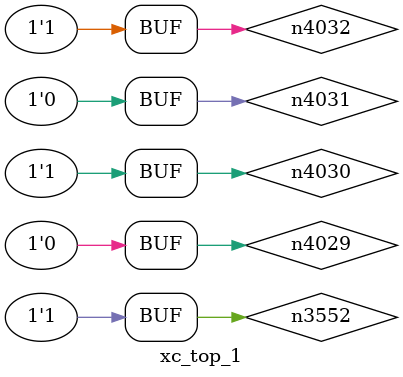
<source format=v>

`ifndef _2_                      
`ifdef CBV                      
`define _2_                      
`else                      
`define _2_ (* _2_state_ *)                      
`endif                      
`endif
`_2_ (* upf_always_on = 1 *) 
module xc_top_1 ;
// pragma CVASTRPROP MODULE HDLICE HDL_MODULE_ATTRIBUTE "0 vlog"
wire fclk;
wire _ET3_COMPILER_RESERVED_NAME_DUTPI_APPLY_;
wire _ET3_COMPILER_RESERVED_NAME_LBRKER_ON_;
wire [63:0] _ET3_COMPILER_RESERVED_NAME_QT_CURR_EMUL_CYCLE_;
wire xc1xEcm;
wire callEmuPI;
wire [63:0] evalStepPI;
wire ckgHoldPI;
wire tbcHoldPI;
wire noOutputPI;
wire stopEmuPI;
wire oneStepPI;
wire stop1;
wire stop2;
wire stop4;
wire GFReset;
wire GFbusy;
wire svGFbusy;
wire otbGFbusy;
wire asyncCall;
wire svAsyncCall;
wire otbAsyncCall;
wire isfWait;
wire osfWait;
wire gfifoWait;
wire ecmHoldBusy;
wire sdlStop;
wire cpfStop;
wire eClk;
wire hasSFIFO;
wire hasGFIFO1;
wire hasGFIFO2;
wire hasPTX;
wire bpWait;
wire bWait;
wire eClkHold;
wire xpHold;
wire mpEnable;
wire ixcHoldClk;
wire oneFclkEval;
wire cakeCcEnable;
wire ptxBusy;
wire holdEcm;
wire bpHalt;
wire acHalt;
wire lockTrace;
wire [63:0] mioPOW_0;
wire [63:0] mioPOW_2;
wire mioPICnt;
wire [63:0] evalStepPIi;
wire callEmuPIi;
wire ckgHoldPIi;
wire stopEmuPIi;
wire oneStepPIi;
wire callEmuEv;
wire eventOn;
wire APPLY_PI;
wire lbrOnAll;
wire anyStop;
wire GFLock1;
wire GFLBfull;
wire GFGBfull;
wire GFBw;
wire GFGBfullBw;
wire GFAck;
wire [4:0] GF2LevelMask;
wire bClk;
wire sampleXpChg;
wire bClkRH;
wire bClkHold;
wire it_endBuf;
wire it_newBuf;
wire _zz_xmr0;
wire dummyW;
wire syncEn;
wire ecmOn;
wire ecmSync;
wire ecmNotSync;
wire holdEcmTb;
wire ptxHoldEcm;
wire [31:0] mcDelta;
wire mcp;
wire uClk;
`_2_ wire _ET3_COMPILER_RESERVED_NAME_ORION_INTERRUPT_;
`_2_ wire _ET3_COMPILER_RESERVED_NAME_DBI_APPLY_;
`_2_ wire _ET3_COMPILER_RESERVED_NAME_DBO_SAMPLE_;
`_2_ wire hotSwapOnPI;
`_2_ wire hssReset;
`_2_ wire sendPO;
`_2_ wire tbcPO;
`_2_ wire tbcPOd;
`_2_ wire stop1PO;
`_2_ wire stop1POd;
`_2_ wire stop2PO;
`_2_ wire stop2POd;
`_2_ wire stop4PO;
`_2_ wire stop4POd;
`_2_ wire stop3PO;
`_2_ wire stop3POd;
`_2_ wire it_newBufPO;
`_2_ wire stopSDLPO;
`_2_ wire stopEmuPO;
`_2_ wire stopCPFPO;
`_2_ wire [63:0] remStepPO;
`_2_ wire stop3;
`_2_ wire stop1R;
`_2_ wire stop2R;
`_2_ wire stop4R;
`_2_ wire stopSDL;
`_2_ wire sdlStopRply;
`_2_ wire sdlStopRplyD;
`_2_ wire sdlEnable;
`_2_ wire sdlHaltHwClk;
`_2_ wire GFbusyW;
`_2_ wire FTcallW;
`_2_ wire FvSimple2;
`_2_ wire [7:0] DccFrameCycle;
`_2_ wire [7:0] DccFrameMark;
`_2_ wire [7:0] dccFrameFill;
`_2_ wire noHoldOn;
`_2_ wire tbcEnable;
`_2_ wire hwClkEnable;
`_2_ wire hwClkDbgEn;
`_2_ wire hwClkDbg;
`_2_ wire hwClkDbgOn;
`_2_ wire hwClkDbgTime;
`_2_ wire [63:0] hwSimTime;
`_2_ wire [63:0] ixcSimTime;
`_2_ wire [31:0] hwClkDelay;
`_2_ wire bpOn;
`_2_ wire bpOnD;
`_2_ wire mpOn;
`_2_ wire ecmOne;
`_2_ wire [7:0] fclkPerEval;
`_2_ wire tbcHold;
`_2_ wire stopT;
`_2_ wire stopTL;
`_2_ wire stopTLd;
`_2_ wire clockMC;
`_2_ wire clockMCInit;
`_2_ wire evalOn;
`_2_ wire evalOnOrig;
`_2_ wire sfifoSyncMode;
`_2_ wire syncOtbChannels;
`_2_ wire [7:0] gfPushDly;
`_2_ wire [3:0] gfPushFill;
`_2_ wire bWaitExtend;
`_2_ wire lastDelta;
`_2_ wire callEmuR;
`_2_ wire evalOnC;
`_2_ wire evalOnD;
`_2_ wire [2:0] fcnt;
`_2_ wire eClkR;
`_2_ wire [7:0] evalOnDExt;
`_2_ wire [7:0] evalOnDCtl;
`_2_ wire simTimeOn;
`_2_ wire callEmu;
`_2_ wire nextTime;
`_2_ wire active;
`_2_ wire syncBp;
`_2_ wire [63:0] eCount;
`_2_ wire [63:0] bCount;
`_2_ wire [63:0] bpCount;
`_2_ wire [63:0] nbaCount;
`_2_ wire [63:0] evfCount;
`_2_ wire [31:0] aCount;
`_2_ wire [63:0] ixcHoldClkCnt;
`_2_ wire [63:0] ixcHoldSyncCnt;
`_2_ wire [63:0] ixcHoldEcmCnt;
`_2_ wire [63:0] fvSCount;
`_2_ wire [63:0] simTime;
`_2_ wire simTimeEnable;
`_2_ wire cakeUcEnable;
`_2_ wire initClock;
`_2_ wire holdEcmC;
`_2_ wire holdEcmD;
`_2_ wire xcReplayOn;
`_2_ wire xcRecordOn;
`_2_ wire evalOnSync;
`_2_ wire evalOnInt;
`_2_ wire evalOnIntD;
`_2_ wire [1:0] evalOnIntR;
`_2_ wire forceAbort;
`_2_ wire [15:0] bHaltCnt;
`_2_ wire [15:0] maxBpCycle;
`_2_ wire [15:0] aHaltCnt;
`_2_ wire [15:0] maxAcCycle;
`_2_ wire [3:0] lockTraceC;
`_2_ wire lockTraceOn;
`_2_ wire [63:0] lockTraceTime;
`_2_ wire xc_mioOn;
`_2_ wire mioPOCnt;
`_2_ wire tbcPOmio;
`_2_ wire [63:0] mioPIW_0;
`_2_ wire [63:0] mioPIW_1;
`_2_ wire mioPICntd;
`_2_ wire [63:0] evalStepPImio;
`_2_ wire callEmuPImio;
`_2_ wire ckgHoldPImio;
`_2_ wire oneStepPImio;
`_2_ wire [63:0] nextDutTimeS;
`_2_ wire callEmuWaitC;
`_2_ wire callEmuWait;
`_2_ wire callEmuWaitN;
`_2_ wire callEmuPre;
`_2_ wire applyPiR;
`_2_ wire dbiEvent;
`_2_ wire FvUseOnly;
`_2_ wire FvUseOnlyR;
`_2_ wire eventOnR;
`_2_ wire mpSampleOv;
`_2_ wire lbrOn;
`_2_ wire gfifoOff;
`_2_ wire gfifoAsyncOff;
`_2_ wire GFLock2;
`_2_ wire GFGBfullBwD;
`_2_ wire GFLBfullD;
`_2_ wire tbcPOReg;
`_2_ wire GFLock2R;
`_2_ wire SFIFOLock;
`_2_ wire [7:0] gfifoAckWait;
`_2_ wire asyncBusy;
`_2_ wire GFbusyD;
`_2_ wire GFbusyD2;
`_2_ wire [4:0] tbcPODly;
`_2_ wire tbcPORdy;
`_2_ wire [1:0] tbcPOState;
`_2_ wire [1:0] tbcPOStateN;
`_2_ wire SFIFOLock2;
`_2_ wire bClkR;
`_2_ wire sampleXpV;
`_2_ wire [1:0] bpSt;
`_2_ wire bClkHoldD;
`_2_ wire ixcHoldClkR;
`_2_ wire intr;
`_2_ wire it_capture;
`_2_ wire it_replay;
`_2_ wire dummyR;
`_2_ wire hwClkHalt;
`_2_ wire sdlHaltHwClkR;
`_2_ wire [63:0] gfifoGBfullCnt;
`_2_ wire [63:0] gfifoLBfullCnt;
`_2_ wire [63:0] gfifoTBsyncCnt;
`_2_ wire [15:0] maxFck2Sync;
`_2_ wire [15:0] maxGfifo2Sync;
`_2_ wire [15:0] Fck2Sync;
`_2_ wire [15:0] Gfifo2Sync;
`_2_ wire ptxStop;
`_2_ wire ecmOnD;
`_2_ wire ecmNotSyncD;
`_2_ wire holdEcmPtxOn;
`_2_ wire holdEcmSync;
`_2_ wire uClkT;
`_2_ wire dccState;
`_2_ wire [63:0] nextDutTimeP;
`_2_ wire [63:0] fclkCntr;
`_2_ wire [63:0] uClkCntr;
`_2_ wire [63:0] uClkErrTime;
supply1 n3552;
supply0 n4029;
supply1 n4030;
supply0 n4031;
supply1 n4032;
Q_BUF U0 ( .A(n4029), .Z(xc1xEcm));
Q_BUF U1 ( .A(n3552), .Z(_ET3_COMPILER_RESERVED_NAME_DUTPI_APPLY_));
Q_BUF U2 ( .A(n4029), .Z(mioPOW_2[63]));
Q_BUF U3 ( .A(n4029), .Z(mioPOW_2[62]));
Q_BUF U4 ( .A(n4029), .Z(mioPOW_2[61]));
Q_BUF U5 ( .A(n4029), .Z(mioPOW_2[60]));
Q_BUF U6 ( .A(n4029), .Z(mioPOW_2[59]));
Q_BUF U7 ( .A(n4029), .Z(mioPOW_2[58]));
Q_BUF U8 ( .A(n4029), .Z(mioPOW_2[57]));
Q_BUF U9 ( .A(n4029), .Z(mioPOW_2[56]));
Q_BUF U10 ( .A(n4029), .Z(mioPOW_2[55]));
Q_BUF U11 ( .A(n4029), .Z(mioPOW_2[54]));
Q_BUF U12 ( .A(n4029), .Z(mioPOW_2[53]));
Q_BUF U13 ( .A(n4029), .Z(mioPOW_2[52]));
Q_BUF U14 ( .A(n4029), .Z(mioPOW_2[51]));
Q_BUF U15 ( .A(n4029), .Z(mioPOW_2[50]));
Q_BUF U16 ( .A(n4029), .Z(mioPOW_2[49]));
Q_BUF U17 ( .A(n4029), .Z(mioPOW_2[48]));
Q_BUF U18 ( .A(n4029), .Z(mioPOW_2[47]));
Q_BUF U19 ( .A(n4029), .Z(mioPOW_2[46]));
Q_BUF U20 ( .A(n4029), .Z(mioPOW_2[45]));
Q_BUF U21 ( .A(n4029), .Z(mioPOW_2[44]));
Q_BUF U22 ( .A(n4029), .Z(mioPOW_2[43]));
Q_BUF U23 ( .A(n4029), .Z(mioPOW_2[42]));
Q_BUF U24 ( .A(n4029), .Z(mioPOW_2[41]));
Q_BUF U25 ( .A(n4029), .Z(mioPOW_2[40]));
Q_BUF U26 ( .A(n4029), .Z(mioPOW_2[39]));
Q_BUF U27 ( .A(n4029), .Z(mioPOW_2[38]));
Q_BUF U28 ( .A(n4029), .Z(mioPOW_2[37]));
Q_BUF U29 ( .A(n4029), .Z(mioPOW_2[36]));
Q_BUF U30 ( .A(n4029), .Z(mioPOW_2[35]));
Q_BUF U31 ( .A(n4029), .Z(mioPOW_2[34]));
Q_BUF U32 ( .A(n4029), .Z(mioPOW_2[33]));
Q_BUF U33 ( .A(n4029), .Z(mioPOW_2[32]));
Q_BUF U34 ( .A(n4029), .Z(mioPOW_2[31]));
Q_BUF U35 ( .A(n4029), .Z(mioPOW_2[30]));
Q_BUF U36 ( .A(n4029), .Z(mioPOW_2[29]));
Q_BUF U37 ( .A(n4029), .Z(mioPOW_2[28]));
Q_BUF U38 ( .A(n4029), .Z(mioPOW_2[27]));
Q_BUF U39 ( .A(n4029), .Z(mioPOW_2[26]));
Q_BUF U40 ( .A(n4029), .Z(mioPOW_2[25]));
Q_BUF U41 ( .A(n4029), .Z(mioPOW_2[24]));
Q_BUF U42 ( .A(n4029), .Z(mioPOW_2[23]));
Q_BUF U43 ( .A(n4029), .Z(mioPOW_2[22]));
Q_BUF U44 ( .A(n4029), .Z(mioPOW_2[21]));
Q_BUF U45 ( .A(n4029), .Z(mioPOW_2[20]));
Q_BUF U46 ( .A(n4029), .Z(mioPOW_2[19]));
Q_BUF U47 ( .A(n4029), .Z(mioPOW_2[18]));
Q_BUF U48 ( .A(n4029), .Z(mioPOW_2[17]));
Q_BUF U49 ( .A(n4029), .Z(mioPOW_2[16]));
Q_BUF U50 ( .A(n4029), .Z(mioPOW_2[15]));
Q_BUF U51 ( .A(n4029), .Z(mioPOW_2[14]));
Q_BUF U52 ( .A(n4029), .Z(mioPOW_2[13]));
Q_BUF U53 ( .A(n4029), .Z(mioPOW_2[12]));
Q_BUF U54 ( .A(n4029), .Z(mioPOW_2[11]));
Q_BUF U55 ( .A(n4029), .Z(mioPOW_2[10]));
Q_BUF U56 ( .A(n4029), .Z(mioPOW_2[9]));
Q_BUF U57 ( .A(lockTraceC[3]), .Z(lockTrace));
Q_BUF U58 ( .A(mioPOCnt), .Z(mioPOW_0[63]));
Q_BUF U59 ( .A(evalStepPIi[63]), .Z(ixc_time.nextTbTime[63]));
Q_BUF U60 ( .A(evalStepPIi[62]), .Z(ixc_time.nextTbTime[62]));
Q_BUF U61 ( .A(evalStepPIi[61]), .Z(ixc_time.nextTbTime[61]));
Q_BUF U62 ( .A(evalStepPIi[60]), .Z(ixc_time.nextTbTime[60]));
Q_BUF U63 ( .A(evalStepPIi[59]), .Z(ixc_time.nextTbTime[59]));
Q_BUF U64 ( .A(evalStepPIi[58]), .Z(ixc_time.nextTbTime[58]));
Q_BUF U65 ( .A(evalStepPIi[57]), .Z(ixc_time.nextTbTime[57]));
Q_BUF U66 ( .A(evalStepPIi[56]), .Z(ixc_time.nextTbTime[56]));
Q_BUF U67 ( .A(evalStepPIi[55]), .Z(ixc_time.nextTbTime[55]));
Q_BUF U68 ( .A(evalStepPIi[54]), .Z(ixc_time.nextTbTime[54]));
Q_BUF U69 ( .A(evalStepPIi[53]), .Z(ixc_time.nextTbTime[53]));
Q_BUF U70 ( .A(evalStepPIi[52]), .Z(ixc_time.nextTbTime[52]));
Q_BUF U71 ( .A(evalStepPIi[51]), .Z(ixc_time.nextTbTime[51]));
Q_BUF U72 ( .A(evalStepPIi[50]), .Z(ixc_time.nextTbTime[50]));
Q_BUF U73 ( .A(evalStepPIi[49]), .Z(ixc_time.nextTbTime[49]));
Q_BUF U74 ( .A(evalStepPIi[48]), .Z(ixc_time.nextTbTime[48]));
Q_BUF U75 ( .A(evalStepPIi[47]), .Z(ixc_time.nextTbTime[47]));
Q_BUF U76 ( .A(evalStepPIi[46]), .Z(ixc_time.nextTbTime[46]));
Q_BUF U77 ( .A(evalStepPIi[45]), .Z(ixc_time.nextTbTime[45]));
Q_BUF U78 ( .A(evalStepPIi[44]), .Z(ixc_time.nextTbTime[44]));
Q_BUF U79 ( .A(evalStepPIi[43]), .Z(ixc_time.nextTbTime[43]));
Q_BUF U80 ( .A(evalStepPIi[42]), .Z(ixc_time.nextTbTime[42]));
Q_BUF U81 ( .A(evalStepPIi[41]), .Z(ixc_time.nextTbTime[41]));
Q_BUF U82 ( .A(evalStepPIi[40]), .Z(ixc_time.nextTbTime[40]));
Q_BUF U83 ( .A(evalStepPIi[39]), .Z(ixc_time.nextTbTime[39]));
Q_BUF U84 ( .A(evalStepPIi[38]), .Z(ixc_time.nextTbTime[38]));
Q_BUF U85 ( .A(evalStepPIi[37]), .Z(ixc_time.nextTbTime[37]));
Q_BUF U86 ( .A(evalStepPIi[36]), .Z(ixc_time.nextTbTime[36]));
Q_BUF U87 ( .A(evalStepPIi[35]), .Z(ixc_time.nextTbTime[35]));
Q_BUF U88 ( .A(evalStepPIi[34]), .Z(ixc_time.nextTbTime[34]));
Q_BUF U89 ( .A(evalStepPIi[33]), .Z(ixc_time.nextTbTime[33]));
Q_BUF U90 ( .A(evalStepPIi[32]), .Z(ixc_time.nextTbTime[32]));
Q_BUF U91 ( .A(evalStepPIi[31]), .Z(ixc_time.nextTbTime[31]));
Q_BUF U92 ( .A(evalStepPIi[30]), .Z(ixc_time.nextTbTime[30]));
Q_BUF U93 ( .A(evalStepPIi[29]), .Z(ixc_time.nextTbTime[29]));
Q_BUF U94 ( .A(evalStepPIi[28]), .Z(ixc_time.nextTbTime[28]));
Q_BUF U95 ( .A(evalStepPIi[27]), .Z(ixc_time.nextTbTime[27]));
Q_BUF U96 ( .A(evalStepPIi[26]), .Z(ixc_time.nextTbTime[26]));
Q_BUF U97 ( .A(evalStepPIi[25]), .Z(ixc_time.nextTbTime[25]));
Q_BUF U98 ( .A(evalStepPIi[24]), .Z(ixc_time.nextTbTime[24]));
Q_BUF U99 ( .A(evalStepPIi[23]), .Z(ixc_time.nextTbTime[23]));
Q_BUF U100 ( .A(evalStepPIi[22]), .Z(ixc_time.nextTbTime[22]));
Q_BUF U101 ( .A(evalStepPIi[21]), .Z(ixc_time.nextTbTime[21]));
Q_BUF U102 ( .A(evalStepPIi[20]), .Z(ixc_time.nextTbTime[20]));
Q_BUF U103 ( .A(evalStepPIi[19]), .Z(ixc_time.nextTbTime[19]));
Q_BUF U104 ( .A(evalStepPIi[18]), .Z(ixc_time.nextTbTime[18]));
Q_BUF U105 ( .A(evalStepPIi[17]), .Z(ixc_time.nextTbTime[17]));
Q_BUF U106 ( .A(evalStepPIi[16]), .Z(ixc_time.nextTbTime[16]));
Q_BUF U107 ( .A(evalStepPIi[15]), .Z(ixc_time.nextTbTime[15]));
Q_BUF U108 ( .A(evalStepPIi[14]), .Z(ixc_time.nextTbTime[14]));
Q_BUF U109 ( .A(evalStepPIi[13]), .Z(ixc_time.nextTbTime[13]));
Q_BUF U110 ( .A(evalStepPIi[12]), .Z(ixc_time.nextTbTime[12]));
Q_BUF U111 ( .A(evalStepPIi[11]), .Z(ixc_time.nextTbTime[11]));
Q_BUF U112 ( .A(evalStepPIi[10]), .Z(ixc_time.nextTbTime[10]));
Q_BUF U113 ( .A(evalStepPIi[9]), .Z(ixc_time.nextTbTime[9]));
Q_BUF U114 ( .A(evalStepPIi[8]), .Z(ixc_time.nextTbTime[8]));
Q_BUF U115 ( .A(evalStepPIi[7]), .Z(ixc_time.nextTbTime[7]));
Q_BUF U116 ( .A(evalStepPIi[6]), .Z(ixc_time.nextTbTime[6]));
Q_BUF U117 ( .A(evalStepPIi[5]), .Z(ixc_time.nextTbTime[5]));
Q_BUF U118 ( .A(evalStepPIi[4]), .Z(ixc_time.nextTbTime[4]));
Q_BUF U119 ( .A(evalStepPIi[3]), .Z(ixc_time.nextTbTime[3]));
Q_BUF U120 ( .A(evalStepPIi[2]), .Z(ixc_time.nextTbTime[2]));
Q_BUF U121 ( .A(evalStepPIi[1]), .Z(ixc_time.nextTbTime[1]));
Q_BUF U122 ( .A(evalStepPIi[0]), .Z(ixc_time.nextTbTime[0]));
Q_BUF U123 ( .A(sendPO), .Z(mioPOW_2[0]));
Q_ASSIGN U124 ( .B(GFBw), .A(bClkHold));
Q_BUF U125 ( .A(stopSDLPO), .Z(mioPOW_2[7]));
Q_BUF U126 ( .A(stopCPFPO), .Z(mioPOW_2[8]));
Q_BUF U127 ( .A(eventOnR), .Z(eventOn));
Q_BUF U128 ( .A(stop1PO), .Z(mioPOW_2[2]));
Q_BUF U129 ( .A(stop2PO), .Z(mioPOW_2[3]));
Q_BUF U130 ( .A(stop4PO), .Z(mioPOW_2[5]));
Q_BUF U131 ( .A(stop3PO), .Z(mioPOW_2[4]));
Q_BUF U132 ( .A(stopEmuPIi), .Z(stopEmuPO));
Q_BUF U133 ( .A(remStepPO[62]), .Z(mioPOW_0[62]));
Q_BUF U134 ( .A(remStepPO[61]), .Z(mioPOW_0[61]));
Q_BUF U135 ( .A(remStepPO[60]), .Z(mioPOW_0[60]));
Q_BUF U136 ( .A(remStepPO[59]), .Z(mioPOW_0[59]));
Q_BUF U137 ( .A(remStepPO[58]), .Z(mioPOW_0[58]));
Q_BUF U138 ( .A(remStepPO[57]), .Z(mioPOW_0[57]));
Q_BUF U139 ( .A(remStepPO[56]), .Z(mioPOW_0[56]));
Q_BUF U140 ( .A(remStepPO[55]), .Z(mioPOW_0[55]));
Q_BUF U141 ( .A(remStepPO[54]), .Z(mioPOW_0[54]));
Q_BUF U142 ( .A(remStepPO[53]), .Z(mioPOW_0[53]));
Q_BUF U143 ( .A(remStepPO[52]), .Z(mioPOW_0[52]));
Q_BUF U144 ( .A(remStepPO[51]), .Z(mioPOW_0[51]));
Q_BUF U145 ( .A(remStepPO[50]), .Z(mioPOW_0[50]));
Q_BUF U146 ( .A(remStepPO[49]), .Z(mioPOW_0[49]));
Q_BUF U147 ( .A(remStepPO[48]), .Z(mioPOW_0[48]));
Q_BUF U148 ( .A(remStepPO[47]), .Z(mioPOW_0[47]));
Q_BUF U149 ( .A(remStepPO[46]), .Z(mioPOW_0[46]));
Q_BUF U150 ( .A(remStepPO[45]), .Z(mioPOW_0[45]));
Q_BUF U151 ( .A(remStepPO[44]), .Z(mioPOW_0[44]));
Q_BUF U152 ( .A(remStepPO[43]), .Z(mioPOW_0[43]));
Q_BUF U153 ( .A(remStepPO[42]), .Z(mioPOW_0[42]));
Q_BUF U154 ( .A(remStepPO[41]), .Z(mioPOW_0[41]));
Q_BUF U155 ( .A(remStepPO[40]), .Z(mioPOW_0[40]));
Q_BUF U156 ( .A(remStepPO[39]), .Z(mioPOW_0[39]));
Q_BUF U157 ( .A(remStepPO[38]), .Z(mioPOW_0[38]));
Q_BUF U158 ( .A(remStepPO[37]), .Z(mioPOW_0[37]));
Q_BUF U159 ( .A(remStepPO[36]), .Z(mioPOW_0[36]));
Q_BUF U160 ( .A(remStepPO[35]), .Z(mioPOW_0[35]));
Q_BUF U161 ( .A(remStepPO[34]), .Z(mioPOW_0[34]));
Q_BUF U162 ( .A(remStepPO[33]), .Z(mioPOW_0[33]));
Q_BUF U163 ( .A(remStepPO[32]), .Z(mioPOW_0[32]));
Q_BUF U164 ( .A(remStepPO[31]), .Z(mioPOW_0[31]));
Q_BUF U165 ( .A(remStepPO[30]), .Z(mioPOW_0[30]));
Q_BUF U166 ( .A(remStepPO[29]), .Z(mioPOW_0[29]));
Q_BUF U167 ( .A(remStepPO[28]), .Z(mioPOW_0[28]));
Q_BUF U168 ( .A(remStepPO[27]), .Z(mioPOW_0[27]));
Q_BUF U169 ( .A(remStepPO[26]), .Z(mioPOW_0[26]));
Q_BUF U170 ( .A(remStepPO[25]), .Z(mioPOW_0[25]));
Q_BUF U171 ( .A(remStepPO[24]), .Z(mioPOW_0[24]));
Q_BUF U172 ( .A(remStepPO[23]), .Z(mioPOW_0[23]));
Q_BUF U173 ( .A(remStepPO[22]), .Z(mioPOW_0[22]));
Q_BUF U174 ( .A(remStepPO[21]), .Z(mioPOW_0[21]));
Q_BUF U175 ( .A(remStepPO[20]), .Z(mioPOW_0[20]));
Q_BUF U176 ( .A(remStepPO[19]), .Z(mioPOW_0[19]));
Q_BUF U177 ( .A(remStepPO[18]), .Z(mioPOW_0[18]));
Q_BUF U178 ( .A(remStepPO[17]), .Z(mioPOW_0[17]));
Q_BUF U179 ( .A(remStepPO[16]), .Z(mioPOW_0[16]));
Q_BUF U180 ( .A(remStepPO[15]), .Z(mioPOW_0[15]));
Q_BUF U181 ( .A(remStepPO[14]), .Z(mioPOW_0[14]));
Q_BUF U182 ( .A(remStepPO[13]), .Z(mioPOW_0[13]));
Q_BUF U183 ( .A(remStepPO[12]), .Z(mioPOW_0[12]));
Q_BUF U184 ( .A(remStepPO[11]), .Z(mioPOW_0[11]));
Q_BUF U185 ( .A(remStepPO[10]), .Z(mioPOW_0[10]));
Q_BUF U186 ( .A(remStepPO[9]), .Z(mioPOW_0[9]));
Q_BUF U187 ( .A(remStepPO[8]), .Z(mioPOW_0[8]));
Q_BUF U188 ( .A(remStepPO[7]), .Z(mioPOW_0[7]));
Q_BUF U189 ( .A(remStepPO[6]), .Z(mioPOW_0[6]));
Q_BUF U190 ( .A(remStepPO[5]), .Z(mioPOW_0[5]));
Q_BUF U191 ( .A(remStepPO[4]), .Z(mioPOW_0[4]));
Q_BUF U192 ( .A(remStepPO[3]), .Z(mioPOW_0[3]));
Q_BUF U193 ( .A(remStepPO[2]), .Z(mioPOW_0[2]));
Q_BUF U194 ( .A(remStepPO[1]), .Z(mioPOW_0[1]));
Q_BUF U195 ( .A(remStepPO[0]), .Z(mioPOW_0[0]));
Q_BUF U196 ( .A(tbcPO), .Z(mioPOW_2[1]));
Q_BUF U197 ( .A(SFIFOLock), .Z(SFIFOLock2));
Q_BUF U198 ( .A(it_newBufPO), .Z(mioPOW_2[6]));
Q_ASSIGN U199 ( .B(mioPIW_1[0]), .A(mioPICnt));
Q_BUF U200 ( .A(callEmu), .Z(callEmuPre));
Q_BUF U201 ( .A(n4029), .Z(n1));
Q_AN02 U202 ( .A0(n3551), .A1(initClock), .Z(n2));
Q_AN02 U203 ( .A0(n2783), .A1(n2530), .Z(n3));
Q_AN02 U204 ( .A0(n2659), .A1(evalOn), .Z(n4));
Q_AN02 U205 ( .A0(n2406), .A1(n1958), .Z(n5));
Q_AN02 U206 ( .A0(n2282), .A1(n1957), .Z(n6));
Q_AN02 U207 ( .A0(n2158), .A1(n1956), .Z(n7));
Q_AN02 U208 ( .A0(n1832), .A1(n1766), .Z(n8));
Q_AN02 U209 ( .A0(n1706), .A1(n1671), .Z(n9));
Q_AN02 U210 ( .A0(n1508), .A1(hwClkDbgOn), .Z(n10));
Q_AN02 U211 ( .A0(n908), .A1(n646), .Z(n11));
Q_AN02 U212 ( .A0(n1280), .A1(n645), .Z(n12));
Q_AN02 U213 ( .A0(n1156), .A1(n644), .Z(n13));
Q_AN02 U214 ( .A0(n1032), .A1(n643), .Z(n14));
Q_AN02 U215 ( .A0(n81), .A1(initClock), .Z(n15));
Q_XNR3 U216 ( .A0(n3981), .A1(ixc_time.nextDutTime[31]), .A2(nextDutTimeP[31]), .Z(mcDelta[31]));
Q_XOR2 U217 ( .A0(initClock), .A1(fclkCntr[0]), .Z(n17));
Q_FDP0UA U218 ( .D(n17), .QTFCLK( ), .Q(fclkCntr[0]));
Q_MX02 U219 ( .S(initClock), .A0(fclkCntr[1]), .A1(n204), .Z(n18));
Q_FDP0UA U220 ( .D(n18), .QTFCLK( ), .Q(fclkCntr[1]));
Q_MX02 U221 ( .S(initClock), .A0(fclkCntr[2]), .A1(n202), .Z(n19));
Q_FDP0UA U222 ( .D(n19), .QTFCLK( ), .Q(fclkCntr[2]));
Q_MX02 U223 ( .S(initClock), .A0(fclkCntr[3]), .A1(n200), .Z(n20));
Q_FDP0UA U224 ( .D(n20), .QTFCLK( ), .Q(fclkCntr[3]));
Q_MX02 U225 ( .S(initClock), .A0(fclkCntr[4]), .A1(n198), .Z(n21));
Q_FDP0UA U226 ( .D(n21), .QTFCLK( ), .Q(fclkCntr[4]));
Q_MX02 U227 ( .S(initClock), .A0(fclkCntr[5]), .A1(n196), .Z(n22));
Q_FDP0UA U228 ( .D(n22), .QTFCLK( ), .Q(fclkCntr[5]));
Q_MX02 U229 ( .S(initClock), .A0(fclkCntr[6]), .A1(n194), .Z(n23));
Q_FDP0UA U230 ( .D(n23), .QTFCLK( ), .Q(fclkCntr[6]));
Q_MX02 U231 ( .S(initClock), .A0(fclkCntr[7]), .A1(n192), .Z(n24));
Q_FDP0UA U232 ( .D(n24), .QTFCLK( ), .Q(fclkCntr[7]));
Q_MX02 U233 ( .S(initClock), .A0(fclkCntr[8]), .A1(n190), .Z(n25));
Q_FDP0UA U234 ( .D(n25), .QTFCLK( ), .Q(fclkCntr[8]));
Q_MX02 U235 ( .S(initClock), .A0(fclkCntr[9]), .A1(n188), .Z(n26));
Q_FDP0UA U236 ( .D(n26), .QTFCLK( ), .Q(fclkCntr[9]));
Q_MX02 U237 ( .S(initClock), .A0(fclkCntr[10]), .A1(n186), .Z(n27));
Q_FDP0UA U238 ( .D(n27), .QTFCLK( ), .Q(fclkCntr[10]));
Q_MX02 U239 ( .S(initClock), .A0(fclkCntr[11]), .A1(n184), .Z(n28));
Q_FDP0UA U240 ( .D(n28), .QTFCLK( ), .Q(fclkCntr[11]));
Q_MX02 U241 ( .S(initClock), .A0(fclkCntr[12]), .A1(n182), .Z(n29));
Q_FDP0UA U242 ( .D(n29), .QTFCLK( ), .Q(fclkCntr[12]));
Q_MX02 U243 ( .S(initClock), .A0(fclkCntr[13]), .A1(n180), .Z(n30));
Q_FDP0UA U244 ( .D(n30), .QTFCLK( ), .Q(fclkCntr[13]));
Q_MX02 U245 ( .S(initClock), .A0(fclkCntr[14]), .A1(n178), .Z(n31));
Q_FDP0UA U246 ( .D(n31), .QTFCLK( ), .Q(fclkCntr[14]));
Q_MX02 U247 ( .S(initClock), .A0(fclkCntr[15]), .A1(n176), .Z(n32));
Q_FDP0UA U248 ( .D(n32), .QTFCLK( ), .Q(fclkCntr[15]));
Q_MX02 U249 ( .S(initClock), .A0(fclkCntr[16]), .A1(n174), .Z(n33));
Q_FDP0UA U250 ( .D(n33), .QTFCLK( ), .Q(fclkCntr[16]));
Q_MX02 U251 ( .S(initClock), .A0(fclkCntr[17]), .A1(n172), .Z(n34));
Q_FDP0UA U252 ( .D(n34), .QTFCLK( ), .Q(fclkCntr[17]));
Q_MX02 U253 ( .S(initClock), .A0(fclkCntr[18]), .A1(n170), .Z(n35));
Q_FDP0UA U254 ( .D(n35), .QTFCLK( ), .Q(fclkCntr[18]));
Q_MX02 U255 ( .S(initClock), .A0(fclkCntr[19]), .A1(n168), .Z(n36));
Q_FDP0UA U256 ( .D(n36), .QTFCLK( ), .Q(fclkCntr[19]));
Q_MX02 U257 ( .S(initClock), .A0(fclkCntr[20]), .A1(n166), .Z(n37));
Q_FDP0UA U258 ( .D(n37), .QTFCLK( ), .Q(fclkCntr[20]));
Q_MX02 U259 ( .S(initClock), .A0(fclkCntr[21]), .A1(n164), .Z(n38));
Q_FDP0UA U260 ( .D(n38), .QTFCLK( ), .Q(fclkCntr[21]));
Q_MX02 U261 ( .S(initClock), .A0(fclkCntr[22]), .A1(n162), .Z(n39));
Q_FDP0UA U262 ( .D(n39), .QTFCLK( ), .Q(fclkCntr[22]));
Q_MX02 U263 ( .S(initClock), .A0(fclkCntr[23]), .A1(n160), .Z(n40));
Q_FDP0UA U264 ( .D(n40), .QTFCLK( ), .Q(fclkCntr[23]));
Q_MX02 U265 ( .S(initClock), .A0(fclkCntr[24]), .A1(n158), .Z(n41));
Q_FDP0UA U266 ( .D(n41), .QTFCLK( ), .Q(fclkCntr[24]));
Q_MX02 U267 ( .S(initClock), .A0(fclkCntr[25]), .A1(n156), .Z(n42));
Q_FDP0UA U268 ( .D(n42), .QTFCLK( ), .Q(fclkCntr[25]));
Q_MX02 U269 ( .S(initClock), .A0(fclkCntr[26]), .A1(n154), .Z(n43));
Q_FDP0UA U270 ( .D(n43), .QTFCLK( ), .Q(fclkCntr[26]));
Q_MX02 U271 ( .S(initClock), .A0(fclkCntr[27]), .A1(n152), .Z(n44));
Q_FDP0UA U272 ( .D(n44), .QTFCLK( ), .Q(fclkCntr[27]));
Q_MX02 U273 ( .S(initClock), .A0(fclkCntr[28]), .A1(n150), .Z(n45));
Q_FDP0UA U274 ( .D(n45), .QTFCLK( ), .Q(fclkCntr[28]));
Q_MX02 U275 ( .S(initClock), .A0(fclkCntr[29]), .A1(n148), .Z(n46));
Q_FDP0UA U276 ( .D(n46), .QTFCLK( ), .Q(fclkCntr[29]));
Q_MX02 U277 ( .S(initClock), .A0(fclkCntr[30]), .A1(n146), .Z(n47));
Q_FDP0UA U278 ( .D(n47), .QTFCLK( ), .Q(fclkCntr[30]));
Q_MX02 U279 ( .S(initClock), .A0(fclkCntr[31]), .A1(n144), .Z(n48));
Q_FDP0UA U280 ( .D(n48), .QTFCLK( ), .Q(fclkCntr[31]));
Q_MX02 U281 ( .S(initClock), .A0(fclkCntr[32]), .A1(n142), .Z(n49));
Q_FDP0UA U282 ( .D(n49), .QTFCLK( ), .Q(fclkCntr[32]));
Q_MX02 U283 ( .S(initClock), .A0(fclkCntr[33]), .A1(n140), .Z(n50));
Q_FDP0UA U284 ( .D(n50), .QTFCLK( ), .Q(fclkCntr[33]));
Q_MX02 U285 ( .S(initClock), .A0(fclkCntr[34]), .A1(n138), .Z(n51));
Q_FDP0UA U286 ( .D(n51), .QTFCLK( ), .Q(fclkCntr[34]));
Q_MX02 U287 ( .S(initClock), .A0(fclkCntr[35]), .A1(n136), .Z(n52));
Q_FDP0UA U288 ( .D(n52), .QTFCLK( ), .Q(fclkCntr[35]));
Q_MX02 U289 ( .S(initClock), .A0(fclkCntr[36]), .A1(n134), .Z(n53));
Q_FDP0UA U290 ( .D(n53), .QTFCLK( ), .Q(fclkCntr[36]));
Q_MX02 U291 ( .S(initClock), .A0(fclkCntr[37]), .A1(n132), .Z(n54));
Q_FDP0UA U292 ( .D(n54), .QTFCLK( ), .Q(fclkCntr[37]));
Q_MX02 U293 ( .S(initClock), .A0(fclkCntr[38]), .A1(n130), .Z(n55));
Q_FDP0UA U294 ( .D(n55), .QTFCLK( ), .Q(fclkCntr[38]));
Q_MX02 U295 ( .S(initClock), .A0(fclkCntr[39]), .A1(n128), .Z(n56));
Q_FDP0UA U296 ( .D(n56), .QTFCLK( ), .Q(fclkCntr[39]));
Q_MX02 U297 ( .S(initClock), .A0(fclkCntr[40]), .A1(n126), .Z(n57));
Q_FDP0UA U298 ( .D(n57), .QTFCLK( ), .Q(fclkCntr[40]));
Q_MX02 U299 ( .S(initClock), .A0(fclkCntr[41]), .A1(n124), .Z(n58));
Q_FDP0UA U300 ( .D(n58), .QTFCLK( ), .Q(fclkCntr[41]));
Q_MX02 U301 ( .S(initClock), .A0(fclkCntr[42]), .A1(n122), .Z(n59));
Q_FDP0UA U302 ( .D(n59), .QTFCLK( ), .Q(fclkCntr[42]));
Q_MX02 U303 ( .S(initClock), .A0(fclkCntr[43]), .A1(n120), .Z(n60));
Q_FDP0UA U304 ( .D(n60), .QTFCLK( ), .Q(fclkCntr[43]));
Q_MX02 U305 ( .S(initClock), .A0(fclkCntr[44]), .A1(n118), .Z(n61));
Q_FDP0UA U306 ( .D(n61), .QTFCLK( ), .Q(fclkCntr[44]));
Q_MX02 U307 ( .S(initClock), .A0(fclkCntr[45]), .A1(n116), .Z(n62));
Q_FDP0UA U308 ( .D(n62), .QTFCLK( ), .Q(fclkCntr[45]));
Q_MX02 U309 ( .S(initClock), .A0(fclkCntr[46]), .A1(n114), .Z(n63));
Q_FDP0UA U310 ( .D(n63), .QTFCLK( ), .Q(fclkCntr[46]));
Q_MX02 U311 ( .S(initClock), .A0(fclkCntr[47]), .A1(n112), .Z(n64));
Q_FDP0UA U312 ( .D(n64), .QTFCLK( ), .Q(fclkCntr[47]));
Q_MX02 U313 ( .S(initClock), .A0(fclkCntr[48]), .A1(n110), .Z(n65));
Q_FDP0UA U314 ( .D(n65), .QTFCLK( ), .Q(fclkCntr[48]));
Q_MX02 U315 ( .S(initClock), .A0(fclkCntr[49]), .A1(n108), .Z(n66));
Q_FDP0UA U316 ( .D(n66), .QTFCLK( ), .Q(fclkCntr[49]));
Q_MX02 U317 ( .S(initClock), .A0(fclkCntr[50]), .A1(n106), .Z(n67));
Q_FDP0UA U318 ( .D(n67), .QTFCLK( ), .Q(fclkCntr[50]));
Q_MX02 U319 ( .S(initClock), .A0(fclkCntr[51]), .A1(n104), .Z(n68));
Q_FDP0UA U320 ( .D(n68), .QTFCLK( ), .Q(fclkCntr[51]));
Q_MX02 U321 ( .S(initClock), .A0(fclkCntr[52]), .A1(n102), .Z(n69));
Q_FDP0UA U322 ( .D(n69), .QTFCLK( ), .Q(fclkCntr[52]));
Q_MX02 U323 ( .S(initClock), .A0(fclkCntr[53]), .A1(n100), .Z(n70));
Q_FDP0UA U324 ( .D(n70), .QTFCLK( ), .Q(fclkCntr[53]));
Q_MX02 U325 ( .S(initClock), .A0(fclkCntr[54]), .A1(n98), .Z(n71));
Q_FDP0UA U326 ( .D(n71), .QTFCLK( ), .Q(fclkCntr[54]));
Q_MX02 U327 ( .S(initClock), .A0(fclkCntr[55]), .A1(n96), .Z(n72));
Q_FDP0UA U328 ( .D(n72), .QTFCLK( ), .Q(fclkCntr[55]));
Q_MX02 U329 ( .S(initClock), .A0(fclkCntr[56]), .A1(n94), .Z(n73));
Q_FDP0UA U330 ( .D(n73), .QTFCLK( ), .Q(fclkCntr[56]));
Q_MX02 U331 ( .S(initClock), .A0(fclkCntr[57]), .A1(n92), .Z(n74));
Q_FDP0UA U332 ( .D(n74), .QTFCLK( ), .Q(fclkCntr[57]));
Q_MX02 U333 ( .S(initClock), .A0(fclkCntr[58]), .A1(n90), .Z(n75));
Q_FDP0UA U334 ( .D(n75), .QTFCLK( ), .Q(fclkCntr[58]));
Q_MX02 U335 ( .S(initClock), .A0(fclkCntr[59]), .A1(n88), .Z(n76));
Q_FDP0UA U336 ( .D(n76), .QTFCLK( ), .Q(fclkCntr[59]));
Q_MX02 U337 ( .S(initClock), .A0(fclkCntr[60]), .A1(n86), .Z(n77));
Q_FDP0UA U338 ( .D(n77), .QTFCLK( ), .Q(fclkCntr[60]));
Q_MX02 U339 ( .S(initClock), .A0(fclkCntr[61]), .A1(n84), .Z(n78));
Q_FDP0UA U340 ( .D(n78), .QTFCLK( ), .Q(fclkCntr[61]));
Q_MX02 U341 ( .S(initClock), .A0(fclkCntr[62]), .A1(n82), .Z(n79));
Q_FDP0UA U342 ( .D(n79), .QTFCLK( ), .Q(fclkCntr[62]));
Q_FDP0UA U343 ( .D(n80), .QTFCLK( ), .Q(fclkCntr[63]));
Q_XOR2 U344 ( .A0(fclkCntr[63]), .A1(n15), .Z(n80));
Q_AD01HF U345 ( .A0(fclkCntr[62]), .B0(n83), .S(n82), .CO(n81));
Q_AD01HF U346 ( .A0(fclkCntr[61]), .B0(n85), .S(n84), .CO(n83));
Q_AD01HF U347 ( .A0(fclkCntr[60]), .B0(n87), .S(n86), .CO(n85));
Q_AD01HF U348 ( .A0(fclkCntr[59]), .B0(n89), .S(n88), .CO(n87));
Q_AD01HF U349 ( .A0(fclkCntr[58]), .B0(n91), .S(n90), .CO(n89));
Q_AD01HF U350 ( .A0(fclkCntr[57]), .B0(n93), .S(n92), .CO(n91));
Q_AD01HF U351 ( .A0(fclkCntr[56]), .B0(n95), .S(n94), .CO(n93));
Q_AD01HF U352 ( .A0(fclkCntr[55]), .B0(n97), .S(n96), .CO(n95));
Q_AD01HF U353 ( .A0(fclkCntr[54]), .B0(n99), .S(n98), .CO(n97));
Q_AD01HF U354 ( .A0(fclkCntr[53]), .B0(n101), .S(n100), .CO(n99));
Q_AD01HF U355 ( .A0(fclkCntr[52]), .B0(n103), .S(n102), .CO(n101));
Q_AD01HF U356 ( .A0(fclkCntr[51]), .B0(n105), .S(n104), .CO(n103));
Q_AD01HF U357 ( .A0(fclkCntr[50]), .B0(n107), .S(n106), .CO(n105));
Q_AD01HF U358 ( .A0(fclkCntr[49]), .B0(n109), .S(n108), .CO(n107));
Q_AD01HF U359 ( .A0(fclkCntr[48]), .B0(n111), .S(n110), .CO(n109));
Q_AD01HF U360 ( .A0(fclkCntr[47]), .B0(n113), .S(n112), .CO(n111));
Q_AD01HF U361 ( .A0(fclkCntr[46]), .B0(n115), .S(n114), .CO(n113));
Q_AD01HF U362 ( .A0(fclkCntr[45]), .B0(n117), .S(n116), .CO(n115));
Q_AD01HF U363 ( .A0(fclkCntr[44]), .B0(n119), .S(n118), .CO(n117));
Q_AD01HF U364 ( .A0(fclkCntr[43]), .B0(n121), .S(n120), .CO(n119));
Q_AD01HF U365 ( .A0(fclkCntr[42]), .B0(n123), .S(n122), .CO(n121));
Q_AD01HF U366 ( .A0(fclkCntr[41]), .B0(n125), .S(n124), .CO(n123));
Q_AD01HF U367 ( .A0(fclkCntr[40]), .B0(n127), .S(n126), .CO(n125));
Q_AD01HF U368 ( .A0(fclkCntr[39]), .B0(n129), .S(n128), .CO(n127));
Q_AD01HF U369 ( .A0(fclkCntr[38]), .B0(n131), .S(n130), .CO(n129));
Q_AD01HF U370 ( .A0(fclkCntr[37]), .B0(n133), .S(n132), .CO(n131));
Q_AD01HF U371 ( .A0(fclkCntr[36]), .B0(n135), .S(n134), .CO(n133));
Q_AD01HF U372 ( .A0(fclkCntr[35]), .B0(n137), .S(n136), .CO(n135));
Q_AD01HF U373 ( .A0(fclkCntr[34]), .B0(n139), .S(n138), .CO(n137));
Q_AD01HF U374 ( .A0(fclkCntr[33]), .B0(n141), .S(n140), .CO(n139));
Q_AD01HF U375 ( .A0(fclkCntr[32]), .B0(n143), .S(n142), .CO(n141));
Q_AD01HF U376 ( .A0(fclkCntr[31]), .B0(n145), .S(n144), .CO(n143));
Q_AD01HF U377 ( .A0(fclkCntr[30]), .B0(n147), .S(n146), .CO(n145));
Q_AD01HF U378 ( .A0(fclkCntr[29]), .B0(n149), .S(n148), .CO(n147));
Q_AD01HF U379 ( .A0(fclkCntr[28]), .B0(n151), .S(n150), .CO(n149));
Q_AD01HF U380 ( .A0(fclkCntr[27]), .B0(n153), .S(n152), .CO(n151));
Q_AD01HF U381 ( .A0(fclkCntr[26]), .B0(n155), .S(n154), .CO(n153));
Q_AD01HF U382 ( .A0(fclkCntr[25]), .B0(n157), .S(n156), .CO(n155));
Q_AD01HF U383 ( .A0(fclkCntr[24]), .B0(n159), .S(n158), .CO(n157));
Q_AD01HF U384 ( .A0(fclkCntr[23]), .B0(n161), .S(n160), .CO(n159));
Q_AD01HF U385 ( .A0(fclkCntr[22]), .B0(n163), .S(n162), .CO(n161));
Q_AD01HF U386 ( .A0(fclkCntr[21]), .B0(n165), .S(n164), .CO(n163));
Q_AD01HF U387 ( .A0(fclkCntr[20]), .B0(n167), .S(n166), .CO(n165));
Q_AD01HF U388 ( .A0(fclkCntr[19]), .B0(n169), .S(n168), .CO(n167));
Q_AD01HF U389 ( .A0(fclkCntr[18]), .B0(n171), .S(n170), .CO(n169));
Q_AD01HF U390 ( .A0(fclkCntr[17]), .B0(n173), .S(n172), .CO(n171));
Q_AD01HF U391 ( .A0(fclkCntr[16]), .B0(n175), .S(n174), .CO(n173));
Q_AD01HF U392 ( .A0(fclkCntr[15]), .B0(n177), .S(n176), .CO(n175));
Q_AD01HF U393 ( .A0(fclkCntr[14]), .B0(n179), .S(n178), .CO(n177));
Q_AD01HF U394 ( .A0(fclkCntr[13]), .B0(n181), .S(n180), .CO(n179));
Q_AD01HF U395 ( .A0(fclkCntr[12]), .B0(n183), .S(n182), .CO(n181));
Q_AD01HF U396 ( .A0(fclkCntr[11]), .B0(n185), .S(n184), .CO(n183));
Q_AD01HF U397 ( .A0(fclkCntr[10]), .B0(n187), .S(n186), .CO(n185));
Q_AD01HF U398 ( .A0(fclkCntr[9]), .B0(n189), .S(n188), .CO(n187));
Q_AD01HF U399 ( .A0(fclkCntr[8]), .B0(n191), .S(n190), .CO(n189));
Q_AD01HF U400 ( .A0(fclkCntr[7]), .B0(n193), .S(n192), .CO(n191));
Q_AD01HF U401 ( .A0(fclkCntr[6]), .B0(n195), .S(n194), .CO(n193));
Q_AD01HF U402 ( .A0(fclkCntr[5]), .B0(n197), .S(n196), .CO(n195));
Q_AD01HF U403 ( .A0(fclkCntr[4]), .B0(n199), .S(n198), .CO(n197));
Q_AD01HF U404 ( .A0(fclkCntr[3]), .B0(n201), .S(n200), .CO(n199));
Q_AD01HF U405 ( .A0(fclkCntr[2]), .B0(n203), .S(n202), .CO(n201));
Q_AD01HF U406 ( .A0(fclkCntr[1]), .B0(fclkCntr[0]), .S(n204), .CO(n203));
Q_NR02 U407 ( .A0(n301), .A1(n205), .Z(n16));
Q_AN02 U408 ( .A0(n207), .A1(n206), .Z(n205));
Q_AN03 U409 ( .A0(n210), .A1(n209), .A2(n208), .Z(n206));
Q_AN03 U410 ( .A0(n213), .A1(n212), .A2(n211), .Z(n207));
Q_AN03 U411 ( .A0(n216), .A1(n215), .A2(n214), .Z(n208));
Q_AN03 U412 ( .A0(n219), .A1(n218), .A2(n217), .Z(n209));
Q_AN03 U413 ( .A0(n222), .A1(n221), .A2(n220), .Z(n210));
Q_AN03 U414 ( .A0(n225), .A1(n224), .A2(n223), .Z(n211));
Q_AN03 U415 ( .A0(n228), .A1(n227), .A2(n226), .Z(n212));
Q_AN03 U416 ( .A0(n231), .A1(n230), .A2(n229), .Z(n213));
Q_AN03 U417 ( .A0(n234), .A1(n233), .A2(n232), .Z(n214));
Q_AN03 U418 ( .A0(n300), .A1(n236), .A2(n235), .Z(n215));
Q_AN03 U419 ( .A0(n297), .A1(n298), .A2(n299), .Z(n216));
Q_AN03 U420 ( .A0(n294), .A1(n295), .A2(n296), .Z(n217));
Q_AN03 U421 ( .A0(n291), .A1(n292), .A2(n293), .Z(n218));
Q_AN03 U422 ( .A0(n288), .A1(n289), .A2(n290), .Z(n219));
Q_AN03 U423 ( .A0(n285), .A1(n286), .A2(n287), .Z(n220));
Q_AN03 U424 ( .A0(n282), .A1(n283), .A2(n284), .Z(n221));
Q_AN03 U425 ( .A0(n279), .A1(n280), .A2(n281), .Z(n222));
Q_AN03 U426 ( .A0(n276), .A1(n277), .A2(n278), .Z(n223));
Q_AN03 U427 ( .A0(n273), .A1(n274), .A2(n275), .Z(n224));
Q_AN03 U428 ( .A0(n270), .A1(n271), .A2(n272), .Z(n225));
Q_AN03 U429 ( .A0(n267), .A1(n268), .A2(n269), .Z(n226));
Q_AN03 U430 ( .A0(n264), .A1(n265), .A2(n266), .Z(n227));
Q_AN03 U431 ( .A0(n261), .A1(n262), .A2(n263), .Z(n228));
Q_AN03 U432 ( .A0(n258), .A1(n259), .A2(n260), .Z(n229));
Q_AN03 U433 ( .A0(n255), .A1(n256), .A2(n257), .Z(n230));
Q_AN03 U434 ( .A0(n252), .A1(n253), .A2(n254), .Z(n231));
Q_AN03 U435 ( .A0(n249), .A1(n250), .A2(n251), .Z(n232));
Q_AN03 U436 ( .A0(n246), .A1(n247), .A2(n248), .Z(n233));
Q_AN03 U437 ( .A0(n243), .A1(n244), .A2(n245), .Z(n234));
Q_AN03 U438 ( .A0(n240), .A1(n241), .A2(n242), .Z(n235));
Q_AN03 U439 ( .A0(n237), .A1(n238), .A2(n239), .Z(n236));
Q_XNR2 U440 ( .A0(fclkCntr[63]), .A1(uClkCntr[63]), .Z(n237));
Q_XNR2 U441 ( .A0(fclkCntr[62]), .A1(uClkCntr[62]), .Z(n238));
Q_XNR2 U442 ( .A0(fclkCntr[61]), .A1(uClkCntr[61]), .Z(n239));
Q_XNR2 U443 ( .A0(fclkCntr[60]), .A1(uClkCntr[60]), .Z(n240));
Q_XNR2 U444 ( .A0(fclkCntr[59]), .A1(uClkCntr[59]), .Z(n241));
Q_XNR2 U445 ( .A0(fclkCntr[58]), .A1(uClkCntr[58]), .Z(n242));
Q_XNR2 U446 ( .A0(fclkCntr[57]), .A1(uClkCntr[57]), .Z(n243));
Q_XNR2 U447 ( .A0(fclkCntr[56]), .A1(uClkCntr[56]), .Z(n244));
Q_XNR2 U448 ( .A0(fclkCntr[55]), .A1(uClkCntr[55]), .Z(n245));
Q_XNR2 U449 ( .A0(fclkCntr[54]), .A1(uClkCntr[54]), .Z(n246));
Q_XNR2 U450 ( .A0(fclkCntr[53]), .A1(uClkCntr[53]), .Z(n247));
Q_XNR2 U451 ( .A0(fclkCntr[52]), .A1(uClkCntr[52]), .Z(n248));
Q_XNR2 U452 ( .A0(fclkCntr[51]), .A1(uClkCntr[51]), .Z(n249));
Q_XNR2 U453 ( .A0(fclkCntr[50]), .A1(uClkCntr[50]), .Z(n250));
Q_XNR2 U454 ( .A0(fclkCntr[49]), .A1(uClkCntr[49]), .Z(n251));
Q_XNR2 U455 ( .A0(fclkCntr[48]), .A1(uClkCntr[48]), .Z(n252));
Q_XNR2 U456 ( .A0(fclkCntr[47]), .A1(uClkCntr[47]), .Z(n253));
Q_XNR2 U457 ( .A0(fclkCntr[46]), .A1(uClkCntr[46]), .Z(n254));
Q_XNR2 U458 ( .A0(fclkCntr[45]), .A1(uClkCntr[45]), .Z(n255));
Q_XNR2 U459 ( .A0(fclkCntr[44]), .A1(uClkCntr[44]), .Z(n256));
Q_XNR2 U460 ( .A0(fclkCntr[43]), .A1(uClkCntr[43]), .Z(n257));
Q_XNR2 U461 ( .A0(fclkCntr[42]), .A1(uClkCntr[42]), .Z(n258));
Q_XNR2 U462 ( .A0(fclkCntr[41]), .A1(uClkCntr[41]), .Z(n259));
Q_XNR2 U463 ( .A0(fclkCntr[40]), .A1(uClkCntr[40]), .Z(n260));
Q_XNR2 U464 ( .A0(fclkCntr[39]), .A1(uClkCntr[39]), .Z(n261));
Q_XNR2 U465 ( .A0(fclkCntr[38]), .A1(uClkCntr[38]), .Z(n262));
Q_XNR2 U466 ( .A0(fclkCntr[37]), .A1(uClkCntr[37]), .Z(n263));
Q_XNR2 U467 ( .A0(fclkCntr[36]), .A1(uClkCntr[36]), .Z(n264));
Q_XNR2 U468 ( .A0(fclkCntr[35]), .A1(uClkCntr[35]), .Z(n265));
Q_XNR2 U469 ( .A0(fclkCntr[34]), .A1(uClkCntr[34]), .Z(n266));
Q_XNR2 U470 ( .A0(fclkCntr[33]), .A1(uClkCntr[33]), .Z(n267));
Q_XNR2 U471 ( .A0(fclkCntr[32]), .A1(uClkCntr[32]), .Z(n268));
Q_XNR2 U472 ( .A0(fclkCntr[31]), .A1(uClkCntr[31]), .Z(n269));
Q_XNR2 U473 ( .A0(fclkCntr[30]), .A1(uClkCntr[30]), .Z(n270));
Q_XNR2 U474 ( .A0(fclkCntr[29]), .A1(uClkCntr[29]), .Z(n271));
Q_XNR2 U475 ( .A0(fclkCntr[28]), .A1(uClkCntr[28]), .Z(n272));
Q_XNR2 U476 ( .A0(fclkCntr[27]), .A1(uClkCntr[27]), .Z(n273));
Q_XNR2 U477 ( .A0(fclkCntr[26]), .A1(uClkCntr[26]), .Z(n274));
Q_XNR2 U478 ( .A0(fclkCntr[25]), .A1(uClkCntr[25]), .Z(n275));
Q_XNR2 U479 ( .A0(fclkCntr[24]), .A1(uClkCntr[24]), .Z(n276));
Q_XNR2 U480 ( .A0(fclkCntr[23]), .A1(uClkCntr[23]), .Z(n277));
Q_XNR2 U481 ( .A0(fclkCntr[22]), .A1(uClkCntr[22]), .Z(n278));
Q_XNR2 U482 ( .A0(fclkCntr[21]), .A1(uClkCntr[21]), .Z(n279));
Q_XNR2 U483 ( .A0(fclkCntr[20]), .A1(uClkCntr[20]), .Z(n280));
Q_XNR2 U484 ( .A0(fclkCntr[19]), .A1(uClkCntr[19]), .Z(n281));
Q_XNR2 U485 ( .A0(fclkCntr[18]), .A1(uClkCntr[18]), .Z(n282));
Q_XNR2 U486 ( .A0(fclkCntr[17]), .A1(uClkCntr[17]), .Z(n283));
Q_XNR2 U487 ( .A0(fclkCntr[16]), .A1(uClkCntr[16]), .Z(n284));
Q_XNR2 U488 ( .A0(fclkCntr[15]), .A1(uClkCntr[15]), .Z(n285));
Q_XNR2 U489 ( .A0(fclkCntr[14]), .A1(uClkCntr[14]), .Z(n286));
Q_XNR2 U490 ( .A0(fclkCntr[13]), .A1(uClkCntr[13]), .Z(n287));
Q_XNR2 U491 ( .A0(fclkCntr[12]), .A1(uClkCntr[12]), .Z(n288));
Q_XNR2 U492 ( .A0(fclkCntr[11]), .A1(uClkCntr[11]), .Z(n289));
Q_XNR2 U493 ( .A0(fclkCntr[10]), .A1(uClkCntr[10]), .Z(n290));
Q_XNR2 U494 ( .A0(fclkCntr[9]), .A1(uClkCntr[9]), .Z(n291));
Q_XNR2 U495 ( .A0(fclkCntr[8]), .A1(uClkCntr[8]), .Z(n292));
Q_XNR2 U496 ( .A0(fclkCntr[7]), .A1(uClkCntr[7]), .Z(n293));
Q_XNR2 U497 ( .A0(fclkCntr[6]), .A1(uClkCntr[6]), .Z(n294));
Q_XNR2 U498 ( .A0(fclkCntr[5]), .A1(uClkCntr[5]), .Z(n295));
Q_XNR2 U499 ( .A0(fclkCntr[4]), .A1(uClkCntr[4]), .Z(n296));
Q_XNR2 U500 ( .A0(fclkCntr[3]), .A1(uClkCntr[3]), .Z(n297));
Q_XNR2 U501 ( .A0(fclkCntr[2]), .A1(uClkCntr[2]), .Z(n298));
Q_XNR2 U502 ( .A0(fclkCntr[1]), .A1(uClkCntr[1]), .Z(n299));
Q_XNR2 U503 ( .A0(fclkCntr[0]), .A1(uClkCntr[0]), .Z(n300));
Q_OR02 U504 ( .A0(n303), .A1(n302), .Z(n301));
Q_OR03 U505 ( .A0(n306), .A1(n305), .A2(n304), .Z(n302));
Q_OR03 U506 ( .A0(n309), .A1(n308), .A2(n307), .Z(n303));
Q_OR03 U507 ( .A0(n312), .A1(n311), .A2(n310), .Z(n304));
Q_OR03 U508 ( .A0(n315), .A1(n314), .A2(n313), .Z(n305));
Q_OR03 U509 ( .A0(n318), .A1(n317), .A2(n316), .Z(n306));
Q_OR03 U510 ( .A0(n321), .A1(n320), .A2(n319), .Z(n307));
Q_OR03 U511 ( .A0(n324), .A1(n323), .A2(n322), .Z(n308));
Q_OR03 U512 ( .A0(n327), .A1(n326), .A2(n325), .Z(n309));
Q_OR03 U513 ( .A0(n330), .A1(n329), .A2(n328), .Z(n310));
Q_OR03 U514 ( .A0(uClkErrTime[0]), .A1(n332), .A2(n331), .Z(n311));
Q_OR03 U515 ( .A0(uClkErrTime[3]), .A1(uClkErrTime[2]), .A2(uClkErrTime[1]), .Z(n312));
Q_OR03 U516 ( .A0(uClkErrTime[6]), .A1(uClkErrTime[5]), .A2(uClkErrTime[4]), .Z(n313));
Q_OR03 U517 ( .A0(uClkErrTime[9]), .A1(uClkErrTime[8]), .A2(uClkErrTime[7]), .Z(n314));
Q_OR03 U518 ( .A0(uClkErrTime[12]), .A1(uClkErrTime[11]), .A2(uClkErrTime[10]), .Z(n315));
Q_OR03 U519 ( .A0(uClkErrTime[15]), .A1(uClkErrTime[14]), .A2(uClkErrTime[13]), .Z(n316));
Q_OR03 U520 ( .A0(uClkErrTime[18]), .A1(uClkErrTime[17]), .A2(uClkErrTime[16]), .Z(n317));
Q_OR03 U521 ( .A0(uClkErrTime[21]), .A1(uClkErrTime[20]), .A2(uClkErrTime[19]), .Z(n318));
Q_OR03 U522 ( .A0(uClkErrTime[24]), .A1(uClkErrTime[23]), .A2(uClkErrTime[22]), .Z(n319));
Q_OR03 U523 ( .A0(uClkErrTime[27]), .A1(uClkErrTime[26]), .A2(uClkErrTime[25]), .Z(n320));
Q_OR03 U524 ( .A0(uClkErrTime[30]), .A1(uClkErrTime[29]), .A2(uClkErrTime[28]), .Z(n321));
Q_OR03 U525 ( .A0(uClkErrTime[33]), .A1(uClkErrTime[32]), .A2(uClkErrTime[31]), .Z(n322));
Q_OR03 U526 ( .A0(uClkErrTime[36]), .A1(uClkErrTime[35]), .A2(uClkErrTime[34]), .Z(n323));
Q_OR03 U527 ( .A0(uClkErrTime[39]), .A1(uClkErrTime[38]), .A2(uClkErrTime[37]), .Z(n324));
Q_OR03 U528 ( .A0(uClkErrTime[42]), .A1(uClkErrTime[41]), .A2(uClkErrTime[40]), .Z(n325));
Q_OR03 U529 ( .A0(uClkErrTime[45]), .A1(uClkErrTime[44]), .A2(uClkErrTime[43]), .Z(n326));
Q_OR03 U530 ( .A0(uClkErrTime[48]), .A1(uClkErrTime[47]), .A2(uClkErrTime[46]), .Z(n327));
Q_OR03 U531 ( .A0(uClkErrTime[51]), .A1(uClkErrTime[50]), .A2(uClkErrTime[49]), .Z(n328));
Q_OR03 U532 ( .A0(uClkErrTime[54]), .A1(uClkErrTime[53]), .A2(uClkErrTime[52]), .Z(n329));
Q_OR03 U533 ( .A0(uClkErrTime[57]), .A1(uClkErrTime[56]), .A2(uClkErrTime[55]), .Z(n330));
Q_OR03 U534 ( .A0(uClkErrTime[60]), .A1(uClkErrTime[59]), .A2(uClkErrTime[58]), .Z(n331));
Q_OR03 U535 ( .A0(uClkErrTime[63]), .A1(uClkErrTime[62]), .A2(uClkErrTime[61]), .Z(n332));
Q_MX02 U536 ( .S(n16), .A0(uClkErrTime[0]), .A1(simTime[0]), .Z(n333));
Q_FDP0UA U537 ( .D(n333), .QTFCLK( ), .Q(uClkErrTime[0]));
Q_MX02 U538 ( .S(n16), .A0(uClkErrTime[1]), .A1(simTime[1]), .Z(n334));
Q_FDP0UA U539 ( .D(n334), .QTFCLK( ), .Q(uClkErrTime[1]));
Q_MX02 U540 ( .S(n16), .A0(uClkErrTime[2]), .A1(simTime[2]), .Z(n335));
Q_FDP0UA U541 ( .D(n335), .QTFCLK( ), .Q(uClkErrTime[2]));
Q_MX02 U542 ( .S(n16), .A0(uClkErrTime[3]), .A1(simTime[3]), .Z(n336));
Q_FDP0UA U543 ( .D(n336), .QTFCLK( ), .Q(uClkErrTime[3]));
Q_MX02 U544 ( .S(n16), .A0(uClkErrTime[4]), .A1(simTime[4]), .Z(n337));
Q_FDP0UA U545 ( .D(n337), .QTFCLK( ), .Q(uClkErrTime[4]));
Q_MX02 U546 ( .S(n16), .A0(uClkErrTime[5]), .A1(simTime[5]), .Z(n338));
Q_FDP0UA U547 ( .D(n338), .QTFCLK( ), .Q(uClkErrTime[5]));
Q_MX02 U548 ( .S(n16), .A0(uClkErrTime[6]), .A1(simTime[6]), .Z(n339));
Q_FDP0UA U549 ( .D(n339), .QTFCLK( ), .Q(uClkErrTime[6]));
Q_MX02 U550 ( .S(n16), .A0(uClkErrTime[7]), .A1(simTime[7]), .Z(n340));
Q_FDP0UA U551 ( .D(n340), .QTFCLK( ), .Q(uClkErrTime[7]));
Q_MX02 U552 ( .S(n16), .A0(uClkErrTime[8]), .A1(simTime[8]), .Z(n341));
Q_FDP0UA U553 ( .D(n341), .QTFCLK( ), .Q(uClkErrTime[8]));
Q_MX02 U554 ( .S(n16), .A0(uClkErrTime[9]), .A1(simTime[9]), .Z(n342));
Q_FDP0UA U555 ( .D(n342), .QTFCLK( ), .Q(uClkErrTime[9]));
Q_MX02 U556 ( .S(n16), .A0(uClkErrTime[10]), .A1(simTime[10]), .Z(n343));
Q_FDP0UA U557 ( .D(n343), .QTFCLK( ), .Q(uClkErrTime[10]));
Q_MX02 U558 ( .S(n16), .A0(uClkErrTime[11]), .A1(simTime[11]), .Z(n344));
Q_FDP0UA U559 ( .D(n344), .QTFCLK( ), .Q(uClkErrTime[11]));
Q_MX02 U560 ( .S(n16), .A0(uClkErrTime[12]), .A1(simTime[12]), .Z(n345));
Q_FDP0UA U561 ( .D(n345), .QTFCLK( ), .Q(uClkErrTime[12]));
Q_MX02 U562 ( .S(n16), .A0(uClkErrTime[13]), .A1(simTime[13]), .Z(n346));
Q_FDP0UA U563 ( .D(n346), .QTFCLK( ), .Q(uClkErrTime[13]));
Q_MX02 U564 ( .S(n16), .A0(uClkErrTime[14]), .A1(simTime[14]), .Z(n347));
Q_FDP0UA U565 ( .D(n347), .QTFCLK( ), .Q(uClkErrTime[14]));
Q_MX02 U566 ( .S(n16), .A0(uClkErrTime[15]), .A1(simTime[15]), .Z(n348));
Q_FDP0UA U567 ( .D(n348), .QTFCLK( ), .Q(uClkErrTime[15]));
Q_MX02 U568 ( .S(n16), .A0(uClkErrTime[16]), .A1(simTime[16]), .Z(n349));
Q_FDP0UA U569 ( .D(n349), .QTFCLK( ), .Q(uClkErrTime[16]));
Q_MX02 U570 ( .S(n16), .A0(uClkErrTime[17]), .A1(simTime[17]), .Z(n350));
Q_FDP0UA U571 ( .D(n350), .QTFCLK( ), .Q(uClkErrTime[17]));
Q_MX02 U572 ( .S(n16), .A0(uClkErrTime[18]), .A1(simTime[18]), .Z(n351));
Q_FDP0UA U573 ( .D(n351), .QTFCLK( ), .Q(uClkErrTime[18]));
Q_MX02 U574 ( .S(n16), .A0(uClkErrTime[19]), .A1(simTime[19]), .Z(n352));
Q_FDP0UA U575 ( .D(n352), .QTFCLK( ), .Q(uClkErrTime[19]));
Q_MX02 U576 ( .S(n16), .A0(uClkErrTime[20]), .A1(simTime[20]), .Z(n353));
Q_FDP0UA U577 ( .D(n353), .QTFCLK( ), .Q(uClkErrTime[20]));
Q_MX02 U578 ( .S(n16), .A0(uClkErrTime[21]), .A1(simTime[21]), .Z(n354));
Q_FDP0UA U579 ( .D(n354), .QTFCLK( ), .Q(uClkErrTime[21]));
Q_MX02 U580 ( .S(n16), .A0(uClkErrTime[22]), .A1(simTime[22]), .Z(n355));
Q_FDP0UA U581 ( .D(n355), .QTFCLK( ), .Q(uClkErrTime[22]));
Q_MX02 U582 ( .S(n16), .A0(uClkErrTime[23]), .A1(simTime[23]), .Z(n356));
Q_FDP0UA U583 ( .D(n356), .QTFCLK( ), .Q(uClkErrTime[23]));
Q_MX02 U584 ( .S(n16), .A0(uClkErrTime[24]), .A1(simTime[24]), .Z(n357));
Q_FDP0UA U585 ( .D(n357), .QTFCLK( ), .Q(uClkErrTime[24]));
Q_MX02 U586 ( .S(n16), .A0(uClkErrTime[25]), .A1(simTime[25]), .Z(n358));
Q_FDP0UA U587 ( .D(n358), .QTFCLK( ), .Q(uClkErrTime[25]));
Q_MX02 U588 ( .S(n16), .A0(uClkErrTime[26]), .A1(simTime[26]), .Z(n359));
Q_FDP0UA U589 ( .D(n359), .QTFCLK( ), .Q(uClkErrTime[26]));
Q_MX02 U590 ( .S(n16), .A0(uClkErrTime[27]), .A1(simTime[27]), .Z(n360));
Q_FDP0UA U591 ( .D(n360), .QTFCLK( ), .Q(uClkErrTime[27]));
Q_MX02 U592 ( .S(n16), .A0(uClkErrTime[28]), .A1(simTime[28]), .Z(n361));
Q_FDP0UA U593 ( .D(n361), .QTFCLK( ), .Q(uClkErrTime[28]));
Q_MX02 U594 ( .S(n16), .A0(uClkErrTime[29]), .A1(simTime[29]), .Z(n362));
Q_FDP0UA U595 ( .D(n362), .QTFCLK( ), .Q(uClkErrTime[29]));
Q_MX02 U596 ( .S(n16), .A0(uClkErrTime[30]), .A1(simTime[30]), .Z(n363));
Q_FDP0UA U597 ( .D(n363), .QTFCLK( ), .Q(uClkErrTime[30]));
Q_MX02 U598 ( .S(n16), .A0(uClkErrTime[31]), .A1(simTime[31]), .Z(n364));
Q_FDP0UA U599 ( .D(n364), .QTFCLK( ), .Q(uClkErrTime[31]));
Q_MX02 U600 ( .S(n16), .A0(uClkErrTime[32]), .A1(simTime[32]), .Z(n365));
Q_FDP0UA U601 ( .D(n365), .QTFCLK( ), .Q(uClkErrTime[32]));
Q_MX02 U602 ( .S(n16), .A0(uClkErrTime[33]), .A1(simTime[33]), .Z(n366));
Q_FDP0UA U603 ( .D(n366), .QTFCLK( ), .Q(uClkErrTime[33]));
Q_MX02 U604 ( .S(n16), .A0(uClkErrTime[34]), .A1(simTime[34]), .Z(n367));
Q_FDP0UA U605 ( .D(n367), .QTFCLK( ), .Q(uClkErrTime[34]));
Q_MX02 U606 ( .S(n16), .A0(uClkErrTime[35]), .A1(simTime[35]), .Z(n368));
Q_FDP0UA U607 ( .D(n368), .QTFCLK( ), .Q(uClkErrTime[35]));
Q_MX02 U608 ( .S(n16), .A0(uClkErrTime[36]), .A1(simTime[36]), .Z(n369));
Q_FDP0UA U609 ( .D(n369), .QTFCLK( ), .Q(uClkErrTime[36]));
Q_MX02 U610 ( .S(n16), .A0(uClkErrTime[37]), .A1(simTime[37]), .Z(n370));
Q_FDP0UA U611 ( .D(n370), .QTFCLK( ), .Q(uClkErrTime[37]));
Q_MX02 U612 ( .S(n16), .A0(uClkErrTime[38]), .A1(simTime[38]), .Z(n371));
Q_FDP0UA U613 ( .D(n371), .QTFCLK( ), .Q(uClkErrTime[38]));
Q_MX02 U614 ( .S(n16), .A0(uClkErrTime[39]), .A1(simTime[39]), .Z(n372));
Q_FDP0UA U615 ( .D(n372), .QTFCLK( ), .Q(uClkErrTime[39]));
Q_MX02 U616 ( .S(n16), .A0(uClkErrTime[40]), .A1(simTime[40]), .Z(n373));
Q_FDP0UA U617 ( .D(n373), .QTFCLK( ), .Q(uClkErrTime[40]));
Q_MX02 U618 ( .S(n16), .A0(uClkErrTime[41]), .A1(simTime[41]), .Z(n374));
Q_FDP0UA U619 ( .D(n374), .QTFCLK( ), .Q(uClkErrTime[41]));
Q_MX02 U620 ( .S(n16), .A0(uClkErrTime[42]), .A1(simTime[42]), .Z(n375));
Q_FDP0UA U621 ( .D(n375), .QTFCLK( ), .Q(uClkErrTime[42]));
Q_MX02 U622 ( .S(n16), .A0(uClkErrTime[43]), .A1(simTime[43]), .Z(n376));
Q_FDP0UA U623 ( .D(n376), .QTFCLK( ), .Q(uClkErrTime[43]));
Q_MX02 U624 ( .S(n16), .A0(uClkErrTime[44]), .A1(simTime[44]), .Z(n377));
Q_FDP0UA U625 ( .D(n377), .QTFCLK( ), .Q(uClkErrTime[44]));
Q_MX02 U626 ( .S(n16), .A0(uClkErrTime[45]), .A1(simTime[45]), .Z(n378));
Q_FDP0UA U627 ( .D(n378), .QTFCLK( ), .Q(uClkErrTime[45]));
Q_MX02 U628 ( .S(n16), .A0(uClkErrTime[46]), .A1(simTime[46]), .Z(n379));
Q_FDP0UA U629 ( .D(n379), .QTFCLK( ), .Q(uClkErrTime[46]));
Q_MX02 U630 ( .S(n16), .A0(uClkErrTime[47]), .A1(simTime[47]), .Z(n380));
Q_FDP0UA U631 ( .D(n380), .QTFCLK( ), .Q(uClkErrTime[47]));
Q_MX02 U632 ( .S(n16), .A0(uClkErrTime[48]), .A1(simTime[48]), .Z(n381));
Q_FDP0UA U633 ( .D(n381), .QTFCLK( ), .Q(uClkErrTime[48]));
Q_MX02 U634 ( .S(n16), .A0(uClkErrTime[49]), .A1(simTime[49]), .Z(n382));
Q_FDP0UA U635 ( .D(n382), .QTFCLK( ), .Q(uClkErrTime[49]));
Q_MX02 U636 ( .S(n16), .A0(uClkErrTime[50]), .A1(simTime[50]), .Z(n383));
Q_FDP0UA U637 ( .D(n383), .QTFCLK( ), .Q(uClkErrTime[50]));
Q_MX02 U638 ( .S(n16), .A0(uClkErrTime[51]), .A1(simTime[51]), .Z(n384));
Q_FDP0UA U639 ( .D(n384), .QTFCLK( ), .Q(uClkErrTime[51]));
Q_MX02 U640 ( .S(n16), .A0(uClkErrTime[52]), .A1(simTime[52]), .Z(n385));
Q_FDP0UA U641 ( .D(n385), .QTFCLK( ), .Q(uClkErrTime[52]));
Q_MX02 U642 ( .S(n16), .A0(uClkErrTime[53]), .A1(simTime[53]), .Z(n386));
Q_FDP0UA U643 ( .D(n386), .QTFCLK( ), .Q(uClkErrTime[53]));
Q_MX02 U644 ( .S(n16), .A0(uClkErrTime[54]), .A1(simTime[54]), .Z(n387));
Q_FDP0UA U645 ( .D(n387), .QTFCLK( ), .Q(uClkErrTime[54]));
Q_MX02 U646 ( .S(n16), .A0(uClkErrTime[55]), .A1(simTime[55]), .Z(n388));
Q_FDP0UA U647 ( .D(n388), .QTFCLK( ), .Q(uClkErrTime[55]));
Q_MX02 U648 ( .S(n16), .A0(uClkErrTime[56]), .A1(simTime[56]), .Z(n389));
Q_FDP0UA U649 ( .D(n389), .QTFCLK( ), .Q(uClkErrTime[56]));
Q_MX02 U650 ( .S(n16), .A0(uClkErrTime[57]), .A1(simTime[57]), .Z(n390));
Q_FDP0UA U651 ( .D(n390), .QTFCLK( ), .Q(uClkErrTime[57]));
Q_MX02 U652 ( .S(n16), .A0(uClkErrTime[58]), .A1(simTime[58]), .Z(n391));
Q_FDP0UA U653 ( .D(n391), .QTFCLK( ), .Q(uClkErrTime[58]));
Q_MX02 U654 ( .S(n16), .A0(uClkErrTime[59]), .A1(simTime[59]), .Z(n392));
Q_FDP0UA U655 ( .D(n392), .QTFCLK( ), .Q(uClkErrTime[59]));
Q_MX02 U656 ( .S(n16), .A0(uClkErrTime[60]), .A1(simTime[60]), .Z(n393));
Q_FDP0UA U657 ( .D(n393), .QTFCLK( ), .Q(uClkErrTime[60]));
Q_MX02 U658 ( .S(n16), .A0(uClkErrTime[61]), .A1(simTime[61]), .Z(n394));
Q_FDP0UA U659 ( .D(n394), .QTFCLK( ), .Q(uClkErrTime[61]));
Q_MX02 U660 ( .S(n16), .A0(uClkErrTime[62]), .A1(simTime[62]), .Z(n395));
Q_FDP0UA U661 ( .D(n395), .QTFCLK( ), .Q(uClkErrTime[62]));
Q_MX02 U662 ( .S(n16), .A0(uClkErrTime[63]), .A1(simTime[63]), .Z(n396));
Q_FDP0UA U663 ( .D(n396), .QTFCLK( ), .Q(uClkErrTime[63]));
Q_OR02 U664 ( .A0(bpWait), .A1(xpHold), .Z(n401));
Q_AO21 U665 ( .A0(n457), .A1(n401), .B0(lbrOn), .Z(n402));
Q_AO21 U666 ( .A0(n402), .A1(dccState), .B0(n403), .Z(n404));
Q_INV U667 ( .A(n407), .Z(n403));
Q_INV U668 ( .A(n398), .Z(n405));
Q_OR02 U669 ( .A0(n405), .A1(n404), .Z(n406));
Q_OR02 U670 ( .A0(dccState), .A1(lbrOn), .Z(n407));
Q_AN02 U671 ( .A0(n398), .A1(n407), .Z(n399));
Q_INV U672 ( .A(n397), .Z(n400));
Q_MX02 U673 ( .S(n406), .A0(lbrOn), .A1(dccState), .Z(n408));
Q_FDP0UA U674 ( .D(n408), .QTFCLK( ), .Q(dccState));
Q_MX02 U675 ( .S(n399), .A0(dccFrameFill[0]), .A1(n425), .Z(n409));
Q_FDP0UA U676 ( .D(n409), .QTFCLK( ), .Q(dccFrameFill[0]));
Q_MX02 U677 ( .S(n399), .A0(dccFrameFill[1]), .A1(n424), .Z(n410));
Q_FDP0UA U678 ( .D(n410), .QTFCLK( ), .Q(dccFrameFill[1]));
Q_MX02 U679 ( .S(n399), .A0(dccFrameFill[2]), .A1(n423), .Z(n411));
Q_FDP0UA U680 ( .D(n411), .QTFCLK( ), .Q(dccFrameFill[2]));
Q_MX02 U681 ( .S(n399), .A0(dccFrameFill[3]), .A1(n422), .Z(n412));
Q_FDP0UA U682 ( .D(n412), .QTFCLK( ), .Q(dccFrameFill[3]));
Q_MX02 U683 ( .S(n399), .A0(dccFrameFill[4]), .A1(n421), .Z(n413));
Q_FDP0UA U684 ( .D(n413), .QTFCLK( ), .Q(dccFrameFill[4]));
Q_MX02 U685 ( .S(n399), .A0(dccFrameFill[5]), .A1(n420), .Z(n414));
Q_FDP0UA U686 ( .D(n414), .QTFCLK( ), .Q(dccFrameFill[5]));
Q_MX02 U687 ( .S(n399), .A0(dccFrameFill[6]), .A1(n419), .Z(n415));
Q_FDP0UA U688 ( .D(n415), .QTFCLK( ), .Q(dccFrameFill[6]));
Q_MX02 U689 ( .S(n399), .A0(dccFrameFill[7]), .A1(n418), .Z(n416));
Q_FDP0UA U690 ( .D(n416), .QTFCLK( ), .Q(dccFrameFill[7]));
Q_MX02 U691 ( .S(n398), .A0(bWaitExtend), .A1(n427), .Z(n417));
Q_FDP0UA U692 ( .D(n417), .QTFCLK( ), .Q(bWaitExtend));
Q_AN02 U693 ( .A0(dccState), .A1(n461), .Z(n418));
Q_AN02 U694 ( .A0(dccState), .A1(n462), .Z(n419));
Q_AN02 U695 ( .A0(dccState), .A1(n463), .Z(n420));
Q_AN02 U696 ( .A0(dccState), .A1(n464), .Z(n421));
Q_AN02 U697 ( .A0(dccState), .A1(n465), .Z(n422));
Q_AN02 U698 ( .A0(dccState), .A1(n466), .Z(n423));
Q_AN02 U699 ( .A0(dccState), .A1(n467), .Z(n424));
Q_OR02 U700 ( .A0(n426), .A1(n468), .Z(n425));
Q_INV U701 ( .A(dccState), .Z(n426));
Q_AN03 U702 ( .A0(n401), .A1(n428), .A2(dccState), .Z(n427));
Q_AO21 U703 ( .A0(n443), .A1(n429), .B0(n444), .Z(n428));
Q_OR03 U704 ( .A0(n441), .A1(n430), .A2(n431), .Z(n429));
Q_AO21 U705 ( .A0(n433), .A1(n437), .B0(n432), .Z(n431));
Q_AN03 U706 ( .A0(n433), .A1(n436), .A2(n434), .Z(n432));
Q_AN02 U707 ( .A0(n468), .A1(n435), .Z(n434));
Q_INV U708 ( .A(DccFrameMark[0]), .Z(n435));
Q_OR02 U709 ( .A0(n467), .A1(n438), .Z(n436));
Q_AN02 U710 ( .A0(n467), .A1(n438), .Z(n437));
Q_INV U711 ( .A(DccFrameMark[1]), .Z(n438));
Q_OA21 U712 ( .A0(n466), .A1(n439), .B0(n440), .Z(n433));
Q_AN03 U713 ( .A0(n466), .A1(n439), .A2(n440), .Z(n430));
Q_INV U714 ( .A(DccFrameMark[2]), .Z(n439));
Q_OR02 U715 ( .A0(n465), .A1(n442), .Z(n440));
Q_AN02 U716 ( .A0(n465), .A1(n442), .Z(n441));
Q_INV U717 ( .A(DccFrameMark[3]), .Z(n442));
Q_OR03 U718 ( .A0(n455), .A1(n445), .A2(n446), .Z(n444));
Q_AO21 U719 ( .A0(n449), .A1(n451), .B0(n447), .Z(n446));
Q_OA21 U720 ( .A0(n464), .A1(n450), .B0(n448), .Z(n443));
Q_AN03 U721 ( .A0(n464), .A1(n450), .A2(n448), .Z(n447));
Q_INV U722 ( .A(DccFrameMark[4]), .Z(n450));
Q_OA21 U723 ( .A0(n463), .A1(n452), .B0(n449), .Z(n448));
Q_AN02 U724 ( .A0(n463), .A1(n452), .Z(n451));
Q_INV U725 ( .A(DccFrameMark[5]), .Z(n452));
Q_OA21 U726 ( .A0(n462), .A1(n453), .B0(n454), .Z(n449));
Q_AN03 U727 ( .A0(n462), .A1(n453), .A2(n454), .Z(n445));
Q_INV U728 ( .A(DccFrameMark[6]), .Z(n453));
Q_OR02 U729 ( .A0(n461), .A1(n456), .Z(n454));
Q_AN02 U730 ( .A0(n461), .A1(n456), .Z(n455));
Q_INV U731 ( .A(DccFrameMark[7]), .Z(n456));
Q_OR02 U732 ( .A0(n459), .A1(n458), .Z(n457));
Q_OR03 U733 ( .A0(n462), .A1(n461), .A2(n460), .Z(n458));
Q_OR03 U734 ( .A0(n465), .A1(n464), .A2(n463), .Z(n459));
Q_OR03 U735 ( .A0(n468), .A1(n467), .A2(n466), .Z(n460));
Q_AN02 U736 ( .A0(n400), .A1(n480), .Z(n461));
Q_AN02 U737 ( .A0(n400), .A1(n482), .Z(n462));
Q_AN02 U738 ( .A0(n400), .A1(n484), .Z(n463));
Q_AN02 U739 ( .A0(n400), .A1(n486), .Z(n464));
Q_AN02 U740 ( .A0(n400), .A1(n488), .Z(n465));
Q_AN02 U741 ( .A0(n400), .A1(n490), .Z(n466));
Q_AN02 U742 ( .A0(n400), .A1(n492), .Z(n467));
Q_NR02 U743 ( .A0(n397), .A1(dccFrameFill[0]), .Z(n468));
Q_AN02 U744 ( .A0(n470), .A1(n469), .Z(n397));
Q_AN03 U745 ( .A0(n473), .A1(n472), .A2(n471), .Z(n469));
Q_AN03 U746 ( .A0(n476), .A1(n475), .A2(n474), .Z(n470));
Q_AN03 U747 ( .A0(n479), .A1(n478), .A2(n477), .Z(n471));
Q_XNR2 U748 ( .A0(n480), .A1(DccFrameCycle[7]), .Z(n472));
Q_XNR2 U749 ( .A0(n482), .A1(DccFrameCycle[6]), .Z(n473));
Q_XNR2 U750 ( .A0(n484), .A1(DccFrameCycle[5]), .Z(n474));
Q_XNR2 U751 ( .A0(n486), .A1(DccFrameCycle[4]), .Z(n475));
Q_XNR2 U752 ( .A0(n488), .A1(DccFrameCycle[3]), .Z(n476));
Q_XNR2 U753 ( .A0(n490), .A1(DccFrameCycle[2]), .Z(n477));
Q_XNR2 U754 ( .A0(n492), .A1(DccFrameCycle[1]), .Z(n478));
Q_XOR2 U755 ( .A0(dccFrameFill[0]), .A1(DccFrameCycle[0]), .Z(n479));
Q_XOR2 U756 ( .A0(dccFrameFill[7]), .A1(n481), .Z(n480));
Q_AD01HF U757 ( .A0(dccFrameFill[6]), .B0(n483), .S(n482), .CO(n481));
Q_AD01HF U758 ( .A0(dccFrameFill[5]), .B0(n485), .S(n484), .CO(n483));
Q_AD01HF U759 ( .A0(dccFrameFill[4]), .B0(n487), .S(n486), .CO(n485));
Q_AD01HF U760 ( .A0(dccFrameFill[3]), .B0(n489), .S(n488), .CO(n487));
Q_AD01HF U761 ( .A0(dccFrameFill[2]), .B0(n491), .S(n490), .CO(n489));
Q_AD01HF U762 ( .A0(dccFrameFill[1]), .B0(dccFrameFill[0]), .S(n492), .CO(n491));
Q_OR02 U763 ( .A0(n494), .A1(n493), .Z(n398));
Q_OR03 U764 ( .A0(DccFrameCycle[1]), .A1(DccFrameCycle[0]), .A2(n495), .Z(n493));
Q_OR03 U765 ( .A0(DccFrameCycle[4]), .A1(DccFrameCycle[3]), .A2(DccFrameCycle[2]), .Z(n494));
Q_OR03 U766 ( .A0(DccFrameCycle[7]), .A1(DccFrameCycle[6]), .A2(DccFrameCycle[5]), .Z(n495));
Q_INV U767 ( .A(uClkT), .Z(n496));
Q_FDP0UA U768 ( .D(n496), .QTFCLK( ), .Q(uClkT));
Q_INV U769 ( .A(holdEcmTb), .Z(n497));
Q_AN02 U770 ( .A0(n497), .A1(n3979), .Z(n498));
Q_MX02 U771 ( .S(n498), .A0(holdEcmTb), .A1(holdEcmSync), .Z(n499));
Q_FDP0UA U772 ( .D(n499), .QTFCLK( ), .Q(holdEcmSync));
Q_AN02 U773 ( .A0(ptxHoldEcm), .A1(xcRecordOn), .Z(n500));
Q_FDP0UA U774 ( .D(n500), .QTFCLK( ), .Q(holdEcmPtxOn));
Q_FDP0UA U775 ( .D(ecmNotSync), .QTFCLK( ), .Q(ecmNotSyncD));
Q_FDP0UA U776 ( .D(ecmOn), .QTFCLK( ), .Q(ecmOnD));
Q_FDP0UA U777 ( .D(anyStop), .QTFCLK( ), .Q(ptxStop));
Q_INV U778 ( .A(evalOnC), .Z(n503));
Q_OR02 U779 ( .A0(GFbusy), .A1(n503), .Z(n504));
Q_MX02 U780 ( .S(n501), .A0(Gfifo2Sync[0]), .A1(n568), .Z(n505));
Q_FDP0UA U781 ( .D(n505), .QTFCLK( ), .Q(Gfifo2Sync[0]));
Q_MX02 U782 ( .S(n501), .A0(Gfifo2Sync[1]), .A1(n567), .Z(n506));
Q_FDP0UA U783 ( .D(n506), .QTFCLK( ), .Q(Gfifo2Sync[1]));
Q_MX02 U784 ( .S(n501), .A0(Gfifo2Sync[2]), .A1(n566), .Z(n507));
Q_FDP0UA U785 ( .D(n507), .QTFCLK( ), .Q(Gfifo2Sync[2]));
Q_MX02 U786 ( .S(n501), .A0(Gfifo2Sync[3]), .A1(n565), .Z(n508));
Q_FDP0UA U787 ( .D(n508), .QTFCLK( ), .Q(Gfifo2Sync[3]));
Q_MX02 U788 ( .S(n501), .A0(Gfifo2Sync[4]), .A1(n564), .Z(n509));
Q_FDP0UA U789 ( .D(n509), .QTFCLK( ), .Q(Gfifo2Sync[4]));
Q_MX02 U790 ( .S(n501), .A0(Gfifo2Sync[5]), .A1(n563), .Z(n510));
Q_FDP0UA U791 ( .D(n510), .QTFCLK( ), .Q(Gfifo2Sync[5]));
Q_MX02 U792 ( .S(n501), .A0(Gfifo2Sync[6]), .A1(n562), .Z(n511));
Q_FDP0UA U793 ( .D(n511), .QTFCLK( ), .Q(Gfifo2Sync[6]));
Q_MX02 U794 ( .S(n501), .A0(Gfifo2Sync[7]), .A1(n561), .Z(n512));
Q_FDP0UA U795 ( .D(n512), .QTFCLK( ), .Q(Gfifo2Sync[7]));
Q_MX02 U796 ( .S(n501), .A0(Gfifo2Sync[8]), .A1(n560), .Z(n513));
Q_FDP0UA U797 ( .D(n513), .QTFCLK( ), .Q(Gfifo2Sync[8]));
Q_MX02 U798 ( .S(n501), .A0(Gfifo2Sync[9]), .A1(n559), .Z(n514));
Q_FDP0UA U799 ( .D(n514), .QTFCLK( ), .Q(Gfifo2Sync[9]));
Q_MX02 U800 ( .S(n501), .A0(Gfifo2Sync[10]), .A1(n558), .Z(n515));
Q_FDP0UA U801 ( .D(n515), .QTFCLK( ), .Q(Gfifo2Sync[10]));
Q_MX02 U802 ( .S(n501), .A0(Gfifo2Sync[11]), .A1(n557), .Z(n516));
Q_FDP0UA U803 ( .D(n516), .QTFCLK( ), .Q(Gfifo2Sync[11]));
Q_MX02 U804 ( .S(n501), .A0(Gfifo2Sync[12]), .A1(n556), .Z(n517));
Q_FDP0UA U805 ( .D(n517), .QTFCLK( ), .Q(Gfifo2Sync[12]));
Q_MX02 U806 ( .S(n501), .A0(Gfifo2Sync[13]), .A1(n555), .Z(n518));
Q_FDP0UA U807 ( .D(n518), .QTFCLK( ), .Q(Gfifo2Sync[13]));
Q_MX02 U808 ( .S(n501), .A0(Gfifo2Sync[14]), .A1(n554), .Z(n519));
Q_FDP0UA U809 ( .D(n519), .QTFCLK( ), .Q(Gfifo2Sync[14]));
Q_MX02 U810 ( .S(n501), .A0(Gfifo2Sync[15]), .A1(n553), .Z(n520));
Q_FDP0UA U811 ( .D(n520), .QTFCLK( ), .Q(Gfifo2Sync[15]));
Q_MX02 U812 ( .S(n502), .A0(Fck2Sync[0]), .A1(n552), .Z(n521));
Q_FDP0UA U813 ( .D(n521), .QTFCLK( ), .Q(Fck2Sync[0]));
Q_MX02 U814 ( .S(n502), .A0(Fck2Sync[1]), .A1(n551), .Z(n522));
Q_FDP0UA U815 ( .D(n522), .QTFCLK( ), .Q(Fck2Sync[1]));
Q_MX02 U816 ( .S(n502), .A0(Fck2Sync[2]), .A1(n550), .Z(n523));
Q_FDP0UA U817 ( .D(n523), .QTFCLK( ), .Q(Fck2Sync[2]));
Q_MX02 U818 ( .S(n502), .A0(Fck2Sync[3]), .A1(n549), .Z(n524));
Q_FDP0UA U819 ( .D(n524), .QTFCLK( ), .Q(Fck2Sync[3]));
Q_MX02 U820 ( .S(n502), .A0(Fck2Sync[4]), .A1(n548), .Z(n525));
Q_FDP0UA U821 ( .D(n525), .QTFCLK( ), .Q(Fck2Sync[4]));
Q_MX02 U822 ( .S(n502), .A0(Fck2Sync[5]), .A1(n547), .Z(n526));
Q_FDP0UA U823 ( .D(n526), .QTFCLK( ), .Q(Fck2Sync[5]));
Q_MX02 U824 ( .S(n502), .A0(Fck2Sync[6]), .A1(n546), .Z(n527));
Q_FDP0UA U825 ( .D(n527), .QTFCLK( ), .Q(Fck2Sync[6]));
Q_MX02 U826 ( .S(n502), .A0(Fck2Sync[7]), .A1(n545), .Z(n528));
Q_FDP0UA U827 ( .D(n528), .QTFCLK( ), .Q(Fck2Sync[7]));
Q_MX02 U828 ( .S(n502), .A0(Fck2Sync[8]), .A1(n544), .Z(n529));
Q_FDP0UA U829 ( .D(n529), .QTFCLK( ), .Q(Fck2Sync[8]));
Q_MX02 U830 ( .S(n502), .A0(Fck2Sync[9]), .A1(n543), .Z(n530));
Q_FDP0UA U831 ( .D(n530), .QTFCLK( ), .Q(Fck2Sync[9]));
Q_MX02 U832 ( .S(n502), .A0(Fck2Sync[10]), .A1(n542), .Z(n531));
Q_FDP0UA U833 ( .D(n531), .QTFCLK( ), .Q(Fck2Sync[10]));
Q_MX02 U834 ( .S(n502), .A0(Fck2Sync[11]), .A1(n541), .Z(n532));
Q_FDP0UA U835 ( .D(n532), .QTFCLK( ), .Q(Fck2Sync[11]));
Q_MX02 U836 ( .S(n502), .A0(Fck2Sync[12]), .A1(n540), .Z(n533));
Q_FDP0UA U837 ( .D(n533), .QTFCLK( ), .Q(Fck2Sync[12]));
Q_MX02 U838 ( .S(n502), .A0(Fck2Sync[13]), .A1(n539), .Z(n534));
Q_FDP0UA U839 ( .D(n534), .QTFCLK( ), .Q(Fck2Sync[13]));
Q_MX02 U840 ( .S(n502), .A0(Fck2Sync[14]), .A1(n538), .Z(n535));
Q_FDP0UA U841 ( .D(n535), .QTFCLK( ), .Q(Fck2Sync[14]));
Q_MX02 U842 ( .S(n502), .A0(Fck2Sync[15]), .A1(n537), .Z(n536));
Q_FDP0UA U843 ( .D(n536), .QTFCLK( ), .Q(Fck2Sync[15]));
Q_MX02 U844 ( .S(evalOnC), .A0(maxFck2Sync[15]), .A1(n599), .Z(n537));
Q_MX02 U845 ( .S(evalOnC), .A0(maxFck2Sync[14]), .A1(n601), .Z(n538));
Q_MX02 U846 ( .S(evalOnC), .A0(maxFck2Sync[13]), .A1(n603), .Z(n539));
Q_MX02 U847 ( .S(evalOnC), .A0(maxFck2Sync[12]), .A1(n605), .Z(n540));
Q_MX02 U848 ( .S(evalOnC), .A0(maxFck2Sync[11]), .A1(n607), .Z(n541));
Q_MX02 U849 ( .S(evalOnC), .A0(maxFck2Sync[10]), .A1(n609), .Z(n542));
Q_MX02 U850 ( .S(evalOnC), .A0(maxFck2Sync[9]), .A1(n611), .Z(n543));
Q_MX02 U851 ( .S(evalOnC), .A0(maxFck2Sync[8]), .A1(n613), .Z(n544));
Q_MX02 U852 ( .S(evalOnC), .A0(maxFck2Sync[7]), .A1(n615), .Z(n545));
Q_MX02 U853 ( .S(evalOnC), .A0(maxFck2Sync[6]), .A1(n617), .Z(n546));
Q_MX02 U854 ( .S(evalOnC), .A0(maxFck2Sync[5]), .A1(n619), .Z(n547));
Q_MX02 U855 ( .S(evalOnC), .A0(maxFck2Sync[4]), .A1(n621), .Z(n548));
Q_MX02 U856 ( .S(evalOnC), .A0(maxFck2Sync[3]), .A1(n623), .Z(n549));
Q_MX02 U857 ( .S(evalOnC), .A0(maxFck2Sync[2]), .A1(n625), .Z(n550));
Q_MX02 U858 ( .S(evalOnC), .A0(maxFck2Sync[1]), .A1(n627), .Z(n551));
Q_MX02 U859 ( .S(evalOnC), .A0(maxFck2Sync[0]), .A1(n628), .Z(n552));
Q_MX02 U860 ( .S(n504), .A0(n569), .A1(maxGfifo2Sync[15]), .Z(n553));
Q_MX02 U861 ( .S(n504), .A0(n571), .A1(maxGfifo2Sync[14]), .Z(n554));
Q_MX02 U862 ( .S(n504), .A0(n573), .A1(maxGfifo2Sync[13]), .Z(n555));
Q_MX02 U863 ( .S(n504), .A0(n575), .A1(maxGfifo2Sync[12]), .Z(n556));
Q_MX02 U864 ( .S(n504), .A0(n577), .A1(maxGfifo2Sync[11]), .Z(n557));
Q_MX02 U865 ( .S(n504), .A0(n579), .A1(maxGfifo2Sync[10]), .Z(n558));
Q_MX02 U866 ( .S(n504), .A0(n581), .A1(maxGfifo2Sync[9]), .Z(n559));
Q_MX02 U867 ( .S(n504), .A0(n583), .A1(maxGfifo2Sync[8]), .Z(n560));
Q_MX02 U868 ( .S(n504), .A0(n585), .A1(maxGfifo2Sync[7]), .Z(n561));
Q_MX02 U869 ( .S(n504), .A0(n587), .A1(maxGfifo2Sync[6]), .Z(n562));
Q_MX02 U870 ( .S(n504), .A0(n589), .A1(maxGfifo2Sync[5]), .Z(n563));
Q_MX02 U871 ( .S(n504), .A0(n591), .A1(maxGfifo2Sync[4]), .Z(n564));
Q_MX02 U872 ( .S(n504), .A0(n593), .A1(maxGfifo2Sync[3]), .Z(n565));
Q_MX02 U873 ( .S(n504), .A0(n595), .A1(maxGfifo2Sync[2]), .Z(n566));
Q_MX02 U874 ( .S(n504), .A0(n597), .A1(maxGfifo2Sync[1]), .Z(n567));
Q_MX02 U875 ( .S(n504), .A0(n598), .A1(maxGfifo2Sync[0]), .Z(n568));
Q_XNR2 U876 ( .A0(Gfifo2Sync[15]), .A1(n570), .Z(n569));
Q_OR02 U877 ( .A0(Gfifo2Sync[14]), .A1(n572), .Z(n570));
Q_XNR2 U878 ( .A0(Gfifo2Sync[14]), .A1(n572), .Z(n571));
Q_OR02 U879 ( .A0(Gfifo2Sync[13]), .A1(n574), .Z(n572));
Q_XNR2 U880 ( .A0(Gfifo2Sync[13]), .A1(n574), .Z(n573));
Q_OR02 U881 ( .A0(Gfifo2Sync[12]), .A1(n576), .Z(n574));
Q_XNR2 U882 ( .A0(Gfifo2Sync[12]), .A1(n576), .Z(n575));
Q_OR02 U883 ( .A0(Gfifo2Sync[11]), .A1(n578), .Z(n576));
Q_XNR2 U884 ( .A0(Gfifo2Sync[11]), .A1(n578), .Z(n577));
Q_OR02 U885 ( .A0(Gfifo2Sync[10]), .A1(n580), .Z(n578));
Q_XNR2 U886 ( .A0(Gfifo2Sync[10]), .A1(n580), .Z(n579));
Q_OR02 U887 ( .A0(Gfifo2Sync[9]), .A1(n582), .Z(n580));
Q_XNR2 U888 ( .A0(Gfifo2Sync[9]), .A1(n582), .Z(n581));
Q_OR02 U889 ( .A0(Gfifo2Sync[8]), .A1(n584), .Z(n582));
Q_XNR2 U890 ( .A0(Gfifo2Sync[8]), .A1(n584), .Z(n583));
Q_OR02 U891 ( .A0(Gfifo2Sync[7]), .A1(n586), .Z(n584));
Q_XNR2 U892 ( .A0(Gfifo2Sync[7]), .A1(n586), .Z(n585));
Q_OR02 U893 ( .A0(Gfifo2Sync[6]), .A1(n588), .Z(n586));
Q_XNR2 U894 ( .A0(Gfifo2Sync[6]), .A1(n588), .Z(n587));
Q_OR02 U895 ( .A0(Gfifo2Sync[5]), .A1(n590), .Z(n588));
Q_XNR2 U896 ( .A0(Gfifo2Sync[5]), .A1(n590), .Z(n589));
Q_OR02 U897 ( .A0(Gfifo2Sync[4]), .A1(n592), .Z(n590));
Q_XNR2 U898 ( .A0(Gfifo2Sync[4]), .A1(n592), .Z(n591));
Q_OR02 U899 ( .A0(Gfifo2Sync[3]), .A1(n594), .Z(n592));
Q_XNR2 U900 ( .A0(Gfifo2Sync[3]), .A1(n594), .Z(n593));
Q_OR02 U901 ( .A0(Gfifo2Sync[2]), .A1(n596), .Z(n594));
Q_XNR2 U902 ( .A0(Gfifo2Sync[2]), .A1(n596), .Z(n595));
Q_OR02 U903 ( .A0(Gfifo2Sync[1]), .A1(Gfifo2Sync[0]), .Z(n596));
Q_XNR2 U904 ( .A0(Gfifo2Sync[1]), .A1(Gfifo2Sync[0]), .Z(n597));
Q_INV U905 ( .A(Gfifo2Sync[0]), .Z(n598));
Q_XNR2 U906 ( .A0(Fck2Sync[15]), .A1(n600), .Z(n599));
Q_OR02 U907 ( .A0(Fck2Sync[14]), .A1(n602), .Z(n600));
Q_XNR2 U908 ( .A0(Fck2Sync[14]), .A1(n602), .Z(n601));
Q_OR02 U909 ( .A0(Fck2Sync[13]), .A1(n604), .Z(n602));
Q_XNR2 U910 ( .A0(Fck2Sync[13]), .A1(n604), .Z(n603));
Q_OR02 U911 ( .A0(Fck2Sync[12]), .A1(n606), .Z(n604));
Q_XNR2 U912 ( .A0(Fck2Sync[12]), .A1(n606), .Z(n605));
Q_OR02 U913 ( .A0(Fck2Sync[11]), .A1(n608), .Z(n606));
Q_XNR2 U914 ( .A0(Fck2Sync[11]), .A1(n608), .Z(n607));
Q_OR02 U915 ( .A0(Fck2Sync[10]), .A1(n610), .Z(n608));
Q_XNR2 U916 ( .A0(Fck2Sync[10]), .A1(n610), .Z(n609));
Q_OR02 U917 ( .A0(Fck2Sync[9]), .A1(n612), .Z(n610));
Q_XNR2 U918 ( .A0(Fck2Sync[9]), .A1(n612), .Z(n611));
Q_OR02 U919 ( .A0(Fck2Sync[8]), .A1(n614), .Z(n612));
Q_XNR2 U920 ( .A0(Fck2Sync[8]), .A1(n614), .Z(n613));
Q_OR02 U921 ( .A0(Fck2Sync[7]), .A1(n616), .Z(n614));
Q_XNR2 U922 ( .A0(Fck2Sync[7]), .A1(n616), .Z(n615));
Q_OR02 U923 ( .A0(Fck2Sync[6]), .A1(n618), .Z(n616));
Q_XNR2 U924 ( .A0(Fck2Sync[6]), .A1(n618), .Z(n617));
Q_OR02 U925 ( .A0(Fck2Sync[5]), .A1(n620), .Z(n618));
Q_XNR2 U926 ( .A0(Fck2Sync[5]), .A1(n620), .Z(n619));
Q_OR02 U927 ( .A0(Fck2Sync[4]), .A1(n622), .Z(n620));
Q_XNR2 U928 ( .A0(Fck2Sync[4]), .A1(n622), .Z(n621));
Q_OR02 U929 ( .A0(Fck2Sync[3]), .A1(n624), .Z(n622));
Q_XNR2 U930 ( .A0(Fck2Sync[3]), .A1(n624), .Z(n623));
Q_OR02 U931 ( .A0(Fck2Sync[2]), .A1(n626), .Z(n624));
Q_XNR2 U932 ( .A0(Fck2Sync[2]), .A1(n626), .Z(n625));
Q_OR02 U933 ( .A0(Fck2Sync[1]), .A1(Fck2Sync[0]), .Z(n626));
Q_XNR2 U934 ( .A0(Fck2Sync[1]), .A1(Fck2Sync[0]), .Z(n627));
Q_INV U935 ( .A(Fck2Sync[0]), .Z(n628));
Q_OR03 U936 ( .A0(n630), .A1(n629), .A2(n504), .Z(n501));
Q_OR03 U937 ( .A0(n633), .A1(n632), .A2(n631), .Z(n629));
Q_OR03 U938 ( .A0(Gfifo2Sync[0]), .A1(n635), .A2(n634), .Z(n630));
Q_OR03 U939 ( .A0(Gfifo2Sync[3]), .A1(Gfifo2Sync[2]), .A2(Gfifo2Sync[1]), .Z(n631));
Q_OR03 U940 ( .A0(Gfifo2Sync[6]), .A1(Gfifo2Sync[5]), .A2(Gfifo2Sync[4]), .Z(n632));
Q_OR03 U941 ( .A0(Gfifo2Sync[9]), .A1(Gfifo2Sync[8]), .A2(Gfifo2Sync[7]), .Z(n633));
Q_OR03 U942 ( .A0(Gfifo2Sync[12]), .A1(Gfifo2Sync[11]), .A2(Gfifo2Sync[10]), .Z(n634));
Q_OR03 U943 ( .A0(Gfifo2Sync[15]), .A1(Gfifo2Sync[14]), .A2(Gfifo2Sync[13]), .Z(n635));
Q_OR03 U944 ( .A0(n637), .A1(n636), .A2(n503), .Z(n502));
Q_OR03 U945 ( .A0(n640), .A1(n639), .A2(n638), .Z(n636));
Q_OR03 U946 ( .A0(Fck2Sync[0]), .A1(n642), .A2(n641), .Z(n637));
Q_OR03 U947 ( .A0(Fck2Sync[3]), .A1(Fck2Sync[2]), .A2(Fck2Sync[1]), .Z(n638));
Q_OR03 U948 ( .A0(Fck2Sync[6]), .A1(Fck2Sync[5]), .A2(Fck2Sync[4]), .Z(n639));
Q_OR03 U949 ( .A0(Fck2Sync[9]), .A1(Fck2Sync[8]), .A2(Fck2Sync[7]), .Z(n640));
Q_OR03 U950 ( .A0(Fck2Sync[12]), .A1(Fck2Sync[11]), .A2(Fck2Sync[10]), .Z(n641));
Q_OR03 U951 ( .A0(Fck2Sync[15]), .A1(Fck2Sync[14]), .A2(Fck2Sync[13]), .Z(n642));
Q_FDP0UA U952 ( .D(maxFck2Sync[15]), .QTFCLK( ), .Q(maxFck2Sync[15]));
Q_FDP0UA U953 ( .D(maxFck2Sync[14]), .QTFCLK( ), .Q(maxFck2Sync[14]));
Q_FDP0UA U954 ( .D(maxFck2Sync[13]), .QTFCLK( ), .Q(maxFck2Sync[13]));
Q_FDP0UA U955 ( .D(maxFck2Sync[12]), .QTFCLK( ), .Q(maxFck2Sync[12]));
Q_FDP0UA U956 ( .D(maxFck2Sync[11]), .QTFCLK( ), .Q(maxFck2Sync[11]));
Q_FDP0UA U957 ( .D(maxFck2Sync[10]), .QTFCLK( ), .Q(maxFck2Sync[10]));
Q_FDP0UA U958 ( .D(maxFck2Sync[9]), .QTFCLK( ), .Q(maxFck2Sync[9]));
Q_FDP0UA U959 ( .D(maxFck2Sync[8]), .QTFCLK( ), .Q(maxFck2Sync[8]));
Q_FDP0UA U960 ( .D(maxFck2Sync[7]), .QTFCLK( ), .Q(maxFck2Sync[7]));
Q_FDP0UA U961 ( .D(maxFck2Sync[6]), .QTFCLK( ), .Q(maxFck2Sync[6]));
Q_FDP0UA U962 ( .D(maxFck2Sync[5]), .QTFCLK( ), .Q(maxFck2Sync[5]));
Q_FDP0UA U963 ( .D(maxFck2Sync[4]), .QTFCLK( ), .Q(maxFck2Sync[4]));
Q_FDP0UA U964 ( .D(maxFck2Sync[3]), .QTFCLK( ), .Q(maxFck2Sync[3]));
Q_FDP0UA U965 ( .D(maxFck2Sync[2]), .QTFCLK( ), .Q(maxFck2Sync[2]));
Q_FDP0UA U966 ( .D(maxFck2Sync[1]), .QTFCLK( ), .Q(maxFck2Sync[1]));
Q_FDP0UA U967 ( .D(maxFck2Sync[0]), .QTFCLK( ), .Q(maxFck2Sync[0]));
Q_FDP0UA U968 ( .D(maxGfifo2Sync[15]), .QTFCLK( ), .Q(maxGfifo2Sync[15]));
Q_FDP0UA U969 ( .D(maxGfifo2Sync[14]), .QTFCLK( ), .Q(maxGfifo2Sync[14]));
Q_FDP0UA U970 ( .D(maxGfifo2Sync[13]), .QTFCLK( ), .Q(maxGfifo2Sync[13]));
Q_FDP0UA U971 ( .D(maxGfifo2Sync[12]), .QTFCLK( ), .Q(maxGfifo2Sync[12]));
Q_FDP0UA U972 ( .D(maxGfifo2Sync[11]), .QTFCLK( ), .Q(maxGfifo2Sync[11]));
Q_FDP0UA U973 ( .D(maxGfifo2Sync[10]), .QTFCLK( ), .Q(maxGfifo2Sync[10]));
Q_FDP0UA U974 ( .D(maxGfifo2Sync[9]), .QTFCLK( ), .Q(maxGfifo2Sync[9]));
Q_FDP0UA U975 ( .D(maxGfifo2Sync[8]), .QTFCLK( ), .Q(maxGfifo2Sync[8]));
Q_FDP0UA U976 ( .D(maxGfifo2Sync[7]), .QTFCLK( ), .Q(maxGfifo2Sync[7]));
Q_FDP0UA U977 ( .D(maxGfifo2Sync[6]), .QTFCLK( ), .Q(maxGfifo2Sync[6]));
Q_FDP0UA U978 ( .D(maxGfifo2Sync[5]), .QTFCLK( ), .Q(maxGfifo2Sync[5]));
Q_FDP0UA U979 ( .D(maxGfifo2Sync[4]), .QTFCLK( ), .Q(maxGfifo2Sync[4]));
Q_FDP0UA U980 ( .D(maxGfifo2Sync[3]), .QTFCLK( ), .Q(maxGfifo2Sync[3]));
Q_FDP0UA U981 ( .D(maxGfifo2Sync[2]), .QTFCLK( ), .Q(maxGfifo2Sync[2]));
Q_FDP0UA U982 ( .D(maxGfifo2Sync[1]), .QTFCLK( ), .Q(maxGfifo2Sync[1]));
Q_FDP0UA U983 ( .D(maxGfifo2Sync[0]), .QTFCLK( ), .Q(maxGfifo2Sync[0]));
Q_NR02 U984 ( .A0(GFGBfullBw), .A1(GFGBfullBwD), .Z(n650));
Q_NR02 U985 ( .A0(GFLBfull), .A1(GFLBfullD), .Z(n648));
Q_AN02 U986 ( .A0(n650), .A1(n648), .Z(n647));
Q_AN03 U987 ( .A0(GFbusy), .A1(n503), .A2(n647), .Z(n643));
Q_INV U988 ( .A(n648), .Z(n649));
Q_AN02 U989 ( .A0(n650), .A1(n649), .Z(n644));
Q_INV U990 ( .A(n650), .Z(n645));
Q_NR02 U991 ( .A0(holdEcm), .A1(holdEcmD), .Z(n651));
Q_INV U992 ( .A(n651), .Z(n646));
Q_XOR2 U993 ( .A0(n643), .A1(gfifoTBsyncCnt[0]), .Z(n652));
Q_FDP0UA U994 ( .D(n652), .QTFCLK( ), .Q(gfifoTBsyncCnt[0]));
Q_MX02 U995 ( .S(n643), .A0(gfifoTBsyncCnt[1]), .A1(n1155), .Z(n653));
Q_FDP0UA U996 ( .D(n653), .QTFCLK( ), .Q(gfifoTBsyncCnt[1]));
Q_MX02 U997 ( .S(n643), .A0(gfifoTBsyncCnt[2]), .A1(n1153), .Z(n654));
Q_FDP0UA U998 ( .D(n654), .QTFCLK( ), .Q(gfifoTBsyncCnt[2]));
Q_MX02 U999 ( .S(n643), .A0(gfifoTBsyncCnt[3]), .A1(n1151), .Z(n655));
Q_FDP0UA U1000 ( .D(n655), .QTFCLK( ), .Q(gfifoTBsyncCnt[3]));
Q_MX02 U1001 ( .S(n643), .A0(gfifoTBsyncCnt[4]), .A1(n1149), .Z(n656));
Q_FDP0UA U1002 ( .D(n656), .QTFCLK( ), .Q(gfifoTBsyncCnt[4]));
Q_MX02 U1003 ( .S(n643), .A0(gfifoTBsyncCnt[5]), .A1(n1147), .Z(n657));
Q_FDP0UA U1004 ( .D(n657), .QTFCLK( ), .Q(gfifoTBsyncCnt[5]));
Q_MX02 U1005 ( .S(n643), .A0(gfifoTBsyncCnt[6]), .A1(n1145), .Z(n658));
Q_FDP0UA U1006 ( .D(n658), .QTFCLK( ), .Q(gfifoTBsyncCnt[6]));
Q_MX02 U1007 ( .S(n643), .A0(gfifoTBsyncCnt[7]), .A1(n1143), .Z(n659));
Q_FDP0UA U1008 ( .D(n659), .QTFCLK( ), .Q(gfifoTBsyncCnt[7]));
Q_MX02 U1009 ( .S(n643), .A0(gfifoTBsyncCnt[8]), .A1(n1141), .Z(n660));
Q_FDP0UA U1010 ( .D(n660), .QTFCLK( ), .Q(gfifoTBsyncCnt[8]));
Q_MX02 U1011 ( .S(n643), .A0(gfifoTBsyncCnt[9]), .A1(n1139), .Z(n661));
Q_FDP0UA U1012 ( .D(n661), .QTFCLK( ), .Q(gfifoTBsyncCnt[9]));
Q_MX02 U1013 ( .S(n643), .A0(gfifoTBsyncCnt[10]), .A1(n1137), .Z(n662));
Q_FDP0UA U1014 ( .D(n662), .QTFCLK( ), .Q(gfifoTBsyncCnt[10]));
Q_MX02 U1015 ( .S(n643), .A0(gfifoTBsyncCnt[11]), .A1(n1135), .Z(n663));
Q_FDP0UA U1016 ( .D(n663), .QTFCLK( ), .Q(gfifoTBsyncCnt[11]));
Q_MX02 U1017 ( .S(n643), .A0(gfifoTBsyncCnt[12]), .A1(n1133), .Z(n664));
Q_FDP0UA U1018 ( .D(n664), .QTFCLK( ), .Q(gfifoTBsyncCnt[12]));
Q_MX02 U1019 ( .S(n643), .A0(gfifoTBsyncCnt[13]), .A1(n1131), .Z(n665));
Q_FDP0UA U1020 ( .D(n665), .QTFCLK( ), .Q(gfifoTBsyncCnt[13]));
Q_MX02 U1021 ( .S(n643), .A0(gfifoTBsyncCnt[14]), .A1(n1129), .Z(n666));
Q_FDP0UA U1022 ( .D(n666), .QTFCLK( ), .Q(gfifoTBsyncCnt[14]));
Q_MX02 U1023 ( .S(n643), .A0(gfifoTBsyncCnt[15]), .A1(n1127), .Z(n667));
Q_FDP0UA U1024 ( .D(n667), .QTFCLK( ), .Q(gfifoTBsyncCnt[15]));
Q_MX02 U1025 ( .S(n643), .A0(gfifoTBsyncCnt[16]), .A1(n1125), .Z(n668));
Q_FDP0UA U1026 ( .D(n668), .QTFCLK( ), .Q(gfifoTBsyncCnt[16]));
Q_MX02 U1027 ( .S(n643), .A0(gfifoTBsyncCnt[17]), .A1(n1123), .Z(n669));
Q_FDP0UA U1028 ( .D(n669), .QTFCLK( ), .Q(gfifoTBsyncCnt[17]));
Q_MX02 U1029 ( .S(n643), .A0(gfifoTBsyncCnt[18]), .A1(n1121), .Z(n670));
Q_FDP0UA U1030 ( .D(n670), .QTFCLK( ), .Q(gfifoTBsyncCnt[18]));
Q_MX02 U1031 ( .S(n643), .A0(gfifoTBsyncCnt[19]), .A1(n1119), .Z(n671));
Q_FDP0UA U1032 ( .D(n671), .QTFCLK( ), .Q(gfifoTBsyncCnt[19]));
Q_MX02 U1033 ( .S(n643), .A0(gfifoTBsyncCnt[20]), .A1(n1117), .Z(n672));
Q_FDP0UA U1034 ( .D(n672), .QTFCLK( ), .Q(gfifoTBsyncCnt[20]));
Q_MX02 U1035 ( .S(n643), .A0(gfifoTBsyncCnt[21]), .A1(n1115), .Z(n673));
Q_FDP0UA U1036 ( .D(n673), .QTFCLK( ), .Q(gfifoTBsyncCnt[21]));
Q_MX02 U1037 ( .S(n643), .A0(gfifoTBsyncCnt[22]), .A1(n1113), .Z(n674));
Q_FDP0UA U1038 ( .D(n674), .QTFCLK( ), .Q(gfifoTBsyncCnt[22]));
Q_MX02 U1039 ( .S(n643), .A0(gfifoTBsyncCnt[23]), .A1(n1111), .Z(n675));
Q_FDP0UA U1040 ( .D(n675), .QTFCLK( ), .Q(gfifoTBsyncCnt[23]));
Q_MX02 U1041 ( .S(n643), .A0(gfifoTBsyncCnt[24]), .A1(n1109), .Z(n676));
Q_FDP0UA U1042 ( .D(n676), .QTFCLK( ), .Q(gfifoTBsyncCnt[24]));
Q_MX02 U1043 ( .S(n643), .A0(gfifoTBsyncCnt[25]), .A1(n1107), .Z(n677));
Q_FDP0UA U1044 ( .D(n677), .QTFCLK( ), .Q(gfifoTBsyncCnt[25]));
Q_MX02 U1045 ( .S(n643), .A0(gfifoTBsyncCnt[26]), .A1(n1105), .Z(n678));
Q_FDP0UA U1046 ( .D(n678), .QTFCLK( ), .Q(gfifoTBsyncCnt[26]));
Q_MX02 U1047 ( .S(n643), .A0(gfifoTBsyncCnt[27]), .A1(n1103), .Z(n679));
Q_FDP0UA U1048 ( .D(n679), .QTFCLK( ), .Q(gfifoTBsyncCnt[27]));
Q_MX02 U1049 ( .S(n643), .A0(gfifoTBsyncCnt[28]), .A1(n1101), .Z(n680));
Q_FDP0UA U1050 ( .D(n680), .QTFCLK( ), .Q(gfifoTBsyncCnt[28]));
Q_MX02 U1051 ( .S(n643), .A0(gfifoTBsyncCnt[29]), .A1(n1099), .Z(n681));
Q_FDP0UA U1052 ( .D(n681), .QTFCLK( ), .Q(gfifoTBsyncCnt[29]));
Q_MX02 U1053 ( .S(n643), .A0(gfifoTBsyncCnt[30]), .A1(n1097), .Z(n682));
Q_FDP0UA U1054 ( .D(n682), .QTFCLK( ), .Q(gfifoTBsyncCnt[30]));
Q_MX02 U1055 ( .S(n643), .A0(gfifoTBsyncCnt[31]), .A1(n1095), .Z(n683));
Q_FDP0UA U1056 ( .D(n683), .QTFCLK( ), .Q(gfifoTBsyncCnt[31]));
Q_MX02 U1057 ( .S(n643), .A0(gfifoTBsyncCnt[32]), .A1(n1093), .Z(n684));
Q_FDP0UA U1058 ( .D(n684), .QTFCLK( ), .Q(gfifoTBsyncCnt[32]));
Q_MX02 U1059 ( .S(n643), .A0(gfifoTBsyncCnt[33]), .A1(n1091), .Z(n685));
Q_FDP0UA U1060 ( .D(n685), .QTFCLK( ), .Q(gfifoTBsyncCnt[33]));
Q_MX02 U1061 ( .S(n643), .A0(gfifoTBsyncCnt[34]), .A1(n1089), .Z(n686));
Q_FDP0UA U1062 ( .D(n686), .QTFCLK( ), .Q(gfifoTBsyncCnt[34]));
Q_MX02 U1063 ( .S(n643), .A0(gfifoTBsyncCnt[35]), .A1(n1087), .Z(n687));
Q_FDP0UA U1064 ( .D(n687), .QTFCLK( ), .Q(gfifoTBsyncCnt[35]));
Q_MX02 U1065 ( .S(n643), .A0(gfifoTBsyncCnt[36]), .A1(n1085), .Z(n688));
Q_FDP0UA U1066 ( .D(n688), .QTFCLK( ), .Q(gfifoTBsyncCnt[36]));
Q_MX02 U1067 ( .S(n643), .A0(gfifoTBsyncCnt[37]), .A1(n1083), .Z(n689));
Q_FDP0UA U1068 ( .D(n689), .QTFCLK( ), .Q(gfifoTBsyncCnt[37]));
Q_MX02 U1069 ( .S(n643), .A0(gfifoTBsyncCnt[38]), .A1(n1081), .Z(n690));
Q_FDP0UA U1070 ( .D(n690), .QTFCLK( ), .Q(gfifoTBsyncCnt[38]));
Q_MX02 U1071 ( .S(n643), .A0(gfifoTBsyncCnt[39]), .A1(n1079), .Z(n691));
Q_FDP0UA U1072 ( .D(n691), .QTFCLK( ), .Q(gfifoTBsyncCnt[39]));
Q_MX02 U1073 ( .S(n643), .A0(gfifoTBsyncCnt[40]), .A1(n1077), .Z(n692));
Q_FDP0UA U1074 ( .D(n692), .QTFCLK( ), .Q(gfifoTBsyncCnt[40]));
Q_MX02 U1075 ( .S(n643), .A0(gfifoTBsyncCnt[41]), .A1(n1075), .Z(n693));
Q_FDP0UA U1076 ( .D(n693), .QTFCLK( ), .Q(gfifoTBsyncCnt[41]));
Q_MX02 U1077 ( .S(n643), .A0(gfifoTBsyncCnt[42]), .A1(n1073), .Z(n694));
Q_FDP0UA U1078 ( .D(n694), .QTFCLK( ), .Q(gfifoTBsyncCnt[42]));
Q_MX02 U1079 ( .S(n643), .A0(gfifoTBsyncCnt[43]), .A1(n1071), .Z(n695));
Q_FDP0UA U1080 ( .D(n695), .QTFCLK( ), .Q(gfifoTBsyncCnt[43]));
Q_MX02 U1081 ( .S(n643), .A0(gfifoTBsyncCnt[44]), .A1(n1069), .Z(n696));
Q_FDP0UA U1082 ( .D(n696), .QTFCLK( ), .Q(gfifoTBsyncCnt[44]));
Q_MX02 U1083 ( .S(n643), .A0(gfifoTBsyncCnt[45]), .A1(n1067), .Z(n697));
Q_FDP0UA U1084 ( .D(n697), .QTFCLK( ), .Q(gfifoTBsyncCnt[45]));
Q_MX02 U1085 ( .S(n643), .A0(gfifoTBsyncCnt[46]), .A1(n1065), .Z(n698));
Q_FDP0UA U1086 ( .D(n698), .QTFCLK( ), .Q(gfifoTBsyncCnt[46]));
Q_MX02 U1087 ( .S(n643), .A0(gfifoTBsyncCnt[47]), .A1(n1063), .Z(n699));
Q_FDP0UA U1088 ( .D(n699), .QTFCLK( ), .Q(gfifoTBsyncCnt[47]));
Q_MX02 U1089 ( .S(n643), .A0(gfifoTBsyncCnt[48]), .A1(n1061), .Z(n700));
Q_FDP0UA U1090 ( .D(n700), .QTFCLK( ), .Q(gfifoTBsyncCnt[48]));
Q_MX02 U1091 ( .S(n643), .A0(gfifoTBsyncCnt[49]), .A1(n1059), .Z(n701));
Q_FDP0UA U1092 ( .D(n701), .QTFCLK( ), .Q(gfifoTBsyncCnt[49]));
Q_MX02 U1093 ( .S(n643), .A0(gfifoTBsyncCnt[50]), .A1(n1057), .Z(n702));
Q_FDP0UA U1094 ( .D(n702), .QTFCLK( ), .Q(gfifoTBsyncCnt[50]));
Q_MX02 U1095 ( .S(n643), .A0(gfifoTBsyncCnt[51]), .A1(n1055), .Z(n703));
Q_FDP0UA U1096 ( .D(n703), .QTFCLK( ), .Q(gfifoTBsyncCnt[51]));
Q_MX02 U1097 ( .S(n643), .A0(gfifoTBsyncCnt[52]), .A1(n1053), .Z(n704));
Q_FDP0UA U1098 ( .D(n704), .QTFCLK( ), .Q(gfifoTBsyncCnt[52]));
Q_MX02 U1099 ( .S(n643), .A0(gfifoTBsyncCnt[53]), .A1(n1051), .Z(n705));
Q_FDP0UA U1100 ( .D(n705), .QTFCLK( ), .Q(gfifoTBsyncCnt[53]));
Q_MX02 U1101 ( .S(n643), .A0(gfifoTBsyncCnt[54]), .A1(n1049), .Z(n706));
Q_FDP0UA U1102 ( .D(n706), .QTFCLK( ), .Q(gfifoTBsyncCnt[54]));
Q_MX02 U1103 ( .S(n643), .A0(gfifoTBsyncCnt[55]), .A1(n1047), .Z(n707));
Q_FDP0UA U1104 ( .D(n707), .QTFCLK( ), .Q(gfifoTBsyncCnt[55]));
Q_MX02 U1105 ( .S(n643), .A0(gfifoTBsyncCnt[56]), .A1(n1045), .Z(n708));
Q_FDP0UA U1106 ( .D(n708), .QTFCLK( ), .Q(gfifoTBsyncCnt[56]));
Q_MX02 U1107 ( .S(n643), .A0(gfifoTBsyncCnt[57]), .A1(n1043), .Z(n709));
Q_FDP0UA U1108 ( .D(n709), .QTFCLK( ), .Q(gfifoTBsyncCnt[57]));
Q_MX02 U1109 ( .S(n643), .A0(gfifoTBsyncCnt[58]), .A1(n1041), .Z(n710));
Q_FDP0UA U1110 ( .D(n710), .QTFCLK( ), .Q(gfifoTBsyncCnt[58]));
Q_MX02 U1111 ( .S(n643), .A0(gfifoTBsyncCnt[59]), .A1(n1039), .Z(n711));
Q_FDP0UA U1112 ( .D(n711), .QTFCLK( ), .Q(gfifoTBsyncCnt[59]));
Q_MX02 U1113 ( .S(n643), .A0(gfifoTBsyncCnt[60]), .A1(n1037), .Z(n712));
Q_FDP0UA U1114 ( .D(n712), .QTFCLK( ), .Q(gfifoTBsyncCnt[60]));
Q_MX02 U1115 ( .S(n643), .A0(gfifoTBsyncCnt[61]), .A1(n1035), .Z(n713));
Q_FDP0UA U1116 ( .D(n713), .QTFCLK( ), .Q(gfifoTBsyncCnt[61]));
Q_MX02 U1117 ( .S(n643), .A0(gfifoTBsyncCnt[62]), .A1(n1033), .Z(n714));
Q_FDP0UA U1118 ( .D(n714), .QTFCLK( ), .Q(gfifoTBsyncCnt[62]));
Q_FDP0UA U1119 ( .D(n715), .QTFCLK( ), .Q(gfifoTBsyncCnt[63]));
Q_XOR2 U1120 ( .A0(n644), .A1(gfifoLBfullCnt[0]), .Z(n716));
Q_FDP0UA U1121 ( .D(n716), .QTFCLK( ), .Q(gfifoLBfullCnt[0]));
Q_MX02 U1122 ( .S(n644), .A0(gfifoLBfullCnt[1]), .A1(n1279), .Z(n717));
Q_FDP0UA U1123 ( .D(n717), .QTFCLK( ), .Q(gfifoLBfullCnt[1]));
Q_MX02 U1124 ( .S(n644), .A0(gfifoLBfullCnt[2]), .A1(n1277), .Z(n718));
Q_FDP0UA U1125 ( .D(n718), .QTFCLK( ), .Q(gfifoLBfullCnt[2]));
Q_MX02 U1126 ( .S(n644), .A0(gfifoLBfullCnt[3]), .A1(n1275), .Z(n719));
Q_FDP0UA U1127 ( .D(n719), .QTFCLK( ), .Q(gfifoLBfullCnt[3]));
Q_MX02 U1128 ( .S(n644), .A0(gfifoLBfullCnt[4]), .A1(n1273), .Z(n720));
Q_FDP0UA U1129 ( .D(n720), .QTFCLK( ), .Q(gfifoLBfullCnt[4]));
Q_MX02 U1130 ( .S(n644), .A0(gfifoLBfullCnt[5]), .A1(n1271), .Z(n721));
Q_FDP0UA U1131 ( .D(n721), .QTFCLK( ), .Q(gfifoLBfullCnt[5]));
Q_MX02 U1132 ( .S(n644), .A0(gfifoLBfullCnt[6]), .A1(n1269), .Z(n722));
Q_FDP0UA U1133 ( .D(n722), .QTFCLK( ), .Q(gfifoLBfullCnt[6]));
Q_MX02 U1134 ( .S(n644), .A0(gfifoLBfullCnt[7]), .A1(n1267), .Z(n723));
Q_FDP0UA U1135 ( .D(n723), .QTFCLK( ), .Q(gfifoLBfullCnt[7]));
Q_MX02 U1136 ( .S(n644), .A0(gfifoLBfullCnt[8]), .A1(n1265), .Z(n724));
Q_FDP0UA U1137 ( .D(n724), .QTFCLK( ), .Q(gfifoLBfullCnt[8]));
Q_MX02 U1138 ( .S(n644), .A0(gfifoLBfullCnt[9]), .A1(n1263), .Z(n725));
Q_FDP0UA U1139 ( .D(n725), .QTFCLK( ), .Q(gfifoLBfullCnt[9]));
Q_MX02 U1140 ( .S(n644), .A0(gfifoLBfullCnt[10]), .A1(n1261), .Z(n726));
Q_FDP0UA U1141 ( .D(n726), .QTFCLK( ), .Q(gfifoLBfullCnt[10]));
Q_MX02 U1142 ( .S(n644), .A0(gfifoLBfullCnt[11]), .A1(n1259), .Z(n727));
Q_FDP0UA U1143 ( .D(n727), .QTFCLK( ), .Q(gfifoLBfullCnt[11]));
Q_MX02 U1144 ( .S(n644), .A0(gfifoLBfullCnt[12]), .A1(n1257), .Z(n728));
Q_FDP0UA U1145 ( .D(n728), .QTFCLK( ), .Q(gfifoLBfullCnt[12]));
Q_MX02 U1146 ( .S(n644), .A0(gfifoLBfullCnt[13]), .A1(n1255), .Z(n729));
Q_FDP0UA U1147 ( .D(n729), .QTFCLK( ), .Q(gfifoLBfullCnt[13]));
Q_MX02 U1148 ( .S(n644), .A0(gfifoLBfullCnt[14]), .A1(n1253), .Z(n730));
Q_FDP0UA U1149 ( .D(n730), .QTFCLK( ), .Q(gfifoLBfullCnt[14]));
Q_MX02 U1150 ( .S(n644), .A0(gfifoLBfullCnt[15]), .A1(n1251), .Z(n731));
Q_FDP0UA U1151 ( .D(n731), .QTFCLK( ), .Q(gfifoLBfullCnt[15]));
Q_MX02 U1152 ( .S(n644), .A0(gfifoLBfullCnt[16]), .A1(n1249), .Z(n732));
Q_FDP0UA U1153 ( .D(n732), .QTFCLK( ), .Q(gfifoLBfullCnt[16]));
Q_MX02 U1154 ( .S(n644), .A0(gfifoLBfullCnt[17]), .A1(n1247), .Z(n733));
Q_FDP0UA U1155 ( .D(n733), .QTFCLK( ), .Q(gfifoLBfullCnt[17]));
Q_MX02 U1156 ( .S(n644), .A0(gfifoLBfullCnt[18]), .A1(n1245), .Z(n734));
Q_FDP0UA U1157 ( .D(n734), .QTFCLK( ), .Q(gfifoLBfullCnt[18]));
Q_MX02 U1158 ( .S(n644), .A0(gfifoLBfullCnt[19]), .A1(n1243), .Z(n735));
Q_FDP0UA U1159 ( .D(n735), .QTFCLK( ), .Q(gfifoLBfullCnt[19]));
Q_MX02 U1160 ( .S(n644), .A0(gfifoLBfullCnt[20]), .A1(n1241), .Z(n736));
Q_FDP0UA U1161 ( .D(n736), .QTFCLK( ), .Q(gfifoLBfullCnt[20]));
Q_MX02 U1162 ( .S(n644), .A0(gfifoLBfullCnt[21]), .A1(n1239), .Z(n737));
Q_FDP0UA U1163 ( .D(n737), .QTFCLK( ), .Q(gfifoLBfullCnt[21]));
Q_MX02 U1164 ( .S(n644), .A0(gfifoLBfullCnt[22]), .A1(n1237), .Z(n738));
Q_FDP0UA U1165 ( .D(n738), .QTFCLK( ), .Q(gfifoLBfullCnt[22]));
Q_MX02 U1166 ( .S(n644), .A0(gfifoLBfullCnt[23]), .A1(n1235), .Z(n739));
Q_FDP0UA U1167 ( .D(n739), .QTFCLK( ), .Q(gfifoLBfullCnt[23]));
Q_MX02 U1168 ( .S(n644), .A0(gfifoLBfullCnt[24]), .A1(n1233), .Z(n740));
Q_FDP0UA U1169 ( .D(n740), .QTFCLK( ), .Q(gfifoLBfullCnt[24]));
Q_MX02 U1170 ( .S(n644), .A0(gfifoLBfullCnt[25]), .A1(n1231), .Z(n741));
Q_FDP0UA U1171 ( .D(n741), .QTFCLK( ), .Q(gfifoLBfullCnt[25]));
Q_MX02 U1172 ( .S(n644), .A0(gfifoLBfullCnt[26]), .A1(n1229), .Z(n742));
Q_FDP0UA U1173 ( .D(n742), .QTFCLK( ), .Q(gfifoLBfullCnt[26]));
Q_MX02 U1174 ( .S(n644), .A0(gfifoLBfullCnt[27]), .A1(n1227), .Z(n743));
Q_FDP0UA U1175 ( .D(n743), .QTFCLK( ), .Q(gfifoLBfullCnt[27]));
Q_MX02 U1176 ( .S(n644), .A0(gfifoLBfullCnt[28]), .A1(n1225), .Z(n744));
Q_FDP0UA U1177 ( .D(n744), .QTFCLK( ), .Q(gfifoLBfullCnt[28]));
Q_MX02 U1178 ( .S(n644), .A0(gfifoLBfullCnt[29]), .A1(n1223), .Z(n745));
Q_FDP0UA U1179 ( .D(n745), .QTFCLK( ), .Q(gfifoLBfullCnt[29]));
Q_MX02 U1180 ( .S(n644), .A0(gfifoLBfullCnt[30]), .A1(n1221), .Z(n746));
Q_FDP0UA U1181 ( .D(n746), .QTFCLK( ), .Q(gfifoLBfullCnt[30]));
Q_MX02 U1182 ( .S(n644), .A0(gfifoLBfullCnt[31]), .A1(n1219), .Z(n747));
Q_FDP0UA U1183 ( .D(n747), .QTFCLK( ), .Q(gfifoLBfullCnt[31]));
Q_MX02 U1184 ( .S(n644), .A0(gfifoLBfullCnt[32]), .A1(n1217), .Z(n748));
Q_FDP0UA U1185 ( .D(n748), .QTFCLK( ), .Q(gfifoLBfullCnt[32]));
Q_MX02 U1186 ( .S(n644), .A0(gfifoLBfullCnt[33]), .A1(n1215), .Z(n749));
Q_FDP0UA U1187 ( .D(n749), .QTFCLK( ), .Q(gfifoLBfullCnt[33]));
Q_MX02 U1188 ( .S(n644), .A0(gfifoLBfullCnt[34]), .A1(n1213), .Z(n750));
Q_FDP0UA U1189 ( .D(n750), .QTFCLK( ), .Q(gfifoLBfullCnt[34]));
Q_MX02 U1190 ( .S(n644), .A0(gfifoLBfullCnt[35]), .A1(n1211), .Z(n751));
Q_FDP0UA U1191 ( .D(n751), .QTFCLK( ), .Q(gfifoLBfullCnt[35]));
Q_MX02 U1192 ( .S(n644), .A0(gfifoLBfullCnt[36]), .A1(n1209), .Z(n752));
Q_FDP0UA U1193 ( .D(n752), .QTFCLK( ), .Q(gfifoLBfullCnt[36]));
Q_MX02 U1194 ( .S(n644), .A0(gfifoLBfullCnt[37]), .A1(n1207), .Z(n753));
Q_FDP0UA U1195 ( .D(n753), .QTFCLK( ), .Q(gfifoLBfullCnt[37]));
Q_MX02 U1196 ( .S(n644), .A0(gfifoLBfullCnt[38]), .A1(n1205), .Z(n754));
Q_FDP0UA U1197 ( .D(n754), .QTFCLK( ), .Q(gfifoLBfullCnt[38]));
Q_MX02 U1198 ( .S(n644), .A0(gfifoLBfullCnt[39]), .A1(n1203), .Z(n755));
Q_FDP0UA U1199 ( .D(n755), .QTFCLK( ), .Q(gfifoLBfullCnt[39]));
Q_MX02 U1200 ( .S(n644), .A0(gfifoLBfullCnt[40]), .A1(n1201), .Z(n756));
Q_FDP0UA U1201 ( .D(n756), .QTFCLK( ), .Q(gfifoLBfullCnt[40]));
Q_MX02 U1202 ( .S(n644), .A0(gfifoLBfullCnt[41]), .A1(n1199), .Z(n757));
Q_FDP0UA U1203 ( .D(n757), .QTFCLK( ), .Q(gfifoLBfullCnt[41]));
Q_MX02 U1204 ( .S(n644), .A0(gfifoLBfullCnt[42]), .A1(n1197), .Z(n758));
Q_FDP0UA U1205 ( .D(n758), .QTFCLK( ), .Q(gfifoLBfullCnt[42]));
Q_MX02 U1206 ( .S(n644), .A0(gfifoLBfullCnt[43]), .A1(n1195), .Z(n759));
Q_FDP0UA U1207 ( .D(n759), .QTFCLK( ), .Q(gfifoLBfullCnt[43]));
Q_MX02 U1208 ( .S(n644), .A0(gfifoLBfullCnt[44]), .A1(n1193), .Z(n760));
Q_FDP0UA U1209 ( .D(n760), .QTFCLK( ), .Q(gfifoLBfullCnt[44]));
Q_MX02 U1210 ( .S(n644), .A0(gfifoLBfullCnt[45]), .A1(n1191), .Z(n761));
Q_FDP0UA U1211 ( .D(n761), .QTFCLK( ), .Q(gfifoLBfullCnt[45]));
Q_MX02 U1212 ( .S(n644), .A0(gfifoLBfullCnt[46]), .A1(n1189), .Z(n762));
Q_FDP0UA U1213 ( .D(n762), .QTFCLK( ), .Q(gfifoLBfullCnt[46]));
Q_MX02 U1214 ( .S(n644), .A0(gfifoLBfullCnt[47]), .A1(n1187), .Z(n763));
Q_FDP0UA U1215 ( .D(n763), .QTFCLK( ), .Q(gfifoLBfullCnt[47]));
Q_MX02 U1216 ( .S(n644), .A0(gfifoLBfullCnt[48]), .A1(n1185), .Z(n764));
Q_FDP0UA U1217 ( .D(n764), .QTFCLK( ), .Q(gfifoLBfullCnt[48]));
Q_MX02 U1218 ( .S(n644), .A0(gfifoLBfullCnt[49]), .A1(n1183), .Z(n765));
Q_FDP0UA U1219 ( .D(n765), .QTFCLK( ), .Q(gfifoLBfullCnt[49]));
Q_MX02 U1220 ( .S(n644), .A0(gfifoLBfullCnt[50]), .A1(n1181), .Z(n766));
Q_FDP0UA U1221 ( .D(n766), .QTFCLK( ), .Q(gfifoLBfullCnt[50]));
Q_MX02 U1222 ( .S(n644), .A0(gfifoLBfullCnt[51]), .A1(n1179), .Z(n767));
Q_FDP0UA U1223 ( .D(n767), .QTFCLK( ), .Q(gfifoLBfullCnt[51]));
Q_MX02 U1224 ( .S(n644), .A0(gfifoLBfullCnt[52]), .A1(n1177), .Z(n768));
Q_FDP0UA U1225 ( .D(n768), .QTFCLK( ), .Q(gfifoLBfullCnt[52]));
Q_MX02 U1226 ( .S(n644), .A0(gfifoLBfullCnt[53]), .A1(n1175), .Z(n769));
Q_FDP0UA U1227 ( .D(n769), .QTFCLK( ), .Q(gfifoLBfullCnt[53]));
Q_MX02 U1228 ( .S(n644), .A0(gfifoLBfullCnt[54]), .A1(n1173), .Z(n770));
Q_FDP0UA U1229 ( .D(n770), .QTFCLK( ), .Q(gfifoLBfullCnt[54]));
Q_MX02 U1230 ( .S(n644), .A0(gfifoLBfullCnt[55]), .A1(n1171), .Z(n771));
Q_FDP0UA U1231 ( .D(n771), .QTFCLK( ), .Q(gfifoLBfullCnt[55]));
Q_MX02 U1232 ( .S(n644), .A0(gfifoLBfullCnt[56]), .A1(n1169), .Z(n772));
Q_FDP0UA U1233 ( .D(n772), .QTFCLK( ), .Q(gfifoLBfullCnt[56]));
Q_MX02 U1234 ( .S(n644), .A0(gfifoLBfullCnt[57]), .A1(n1167), .Z(n773));
Q_FDP0UA U1235 ( .D(n773), .QTFCLK( ), .Q(gfifoLBfullCnt[57]));
Q_MX02 U1236 ( .S(n644), .A0(gfifoLBfullCnt[58]), .A1(n1165), .Z(n774));
Q_FDP0UA U1237 ( .D(n774), .QTFCLK( ), .Q(gfifoLBfullCnt[58]));
Q_MX02 U1238 ( .S(n644), .A0(gfifoLBfullCnt[59]), .A1(n1163), .Z(n775));
Q_FDP0UA U1239 ( .D(n775), .QTFCLK( ), .Q(gfifoLBfullCnt[59]));
Q_MX02 U1240 ( .S(n644), .A0(gfifoLBfullCnt[60]), .A1(n1161), .Z(n776));
Q_FDP0UA U1241 ( .D(n776), .QTFCLK( ), .Q(gfifoLBfullCnt[60]));
Q_MX02 U1242 ( .S(n644), .A0(gfifoLBfullCnt[61]), .A1(n1159), .Z(n777));
Q_FDP0UA U1243 ( .D(n777), .QTFCLK( ), .Q(gfifoLBfullCnt[61]));
Q_MX02 U1244 ( .S(n644), .A0(gfifoLBfullCnt[62]), .A1(n1157), .Z(n778));
Q_FDP0UA U1245 ( .D(n778), .QTFCLK( ), .Q(gfifoLBfullCnt[62]));
Q_FDP0UA U1246 ( .D(n779), .QTFCLK( ), .Q(gfifoLBfullCnt[63]));
Q_XOR2 U1247 ( .A0(n645), .A1(gfifoGBfullCnt[0]), .Z(n780));
Q_FDP0UA U1248 ( .D(n780), .QTFCLK( ), .Q(gfifoGBfullCnt[0]));
Q_MX02 U1249 ( .S(n650), .A0(n1403), .A1(gfifoGBfullCnt[1]), .Z(n781));
Q_FDP0UA U1250 ( .D(n781), .QTFCLK( ), .Q(gfifoGBfullCnt[1]));
Q_MX02 U1251 ( .S(n650), .A0(n1401), .A1(gfifoGBfullCnt[2]), .Z(n782));
Q_FDP0UA U1252 ( .D(n782), .QTFCLK( ), .Q(gfifoGBfullCnt[2]));
Q_MX02 U1253 ( .S(n650), .A0(n1399), .A1(gfifoGBfullCnt[3]), .Z(n783));
Q_FDP0UA U1254 ( .D(n783), .QTFCLK( ), .Q(gfifoGBfullCnt[3]));
Q_MX02 U1255 ( .S(n650), .A0(n1397), .A1(gfifoGBfullCnt[4]), .Z(n784));
Q_FDP0UA U1256 ( .D(n784), .QTFCLK( ), .Q(gfifoGBfullCnt[4]));
Q_MX02 U1257 ( .S(n650), .A0(n1395), .A1(gfifoGBfullCnt[5]), .Z(n785));
Q_FDP0UA U1258 ( .D(n785), .QTFCLK( ), .Q(gfifoGBfullCnt[5]));
Q_MX02 U1259 ( .S(n650), .A0(n1393), .A1(gfifoGBfullCnt[6]), .Z(n786));
Q_FDP0UA U1260 ( .D(n786), .QTFCLK( ), .Q(gfifoGBfullCnt[6]));
Q_MX02 U1261 ( .S(n650), .A0(n1391), .A1(gfifoGBfullCnt[7]), .Z(n787));
Q_FDP0UA U1262 ( .D(n787), .QTFCLK( ), .Q(gfifoGBfullCnt[7]));
Q_MX02 U1263 ( .S(n650), .A0(n1389), .A1(gfifoGBfullCnt[8]), .Z(n788));
Q_FDP0UA U1264 ( .D(n788), .QTFCLK( ), .Q(gfifoGBfullCnt[8]));
Q_MX02 U1265 ( .S(n650), .A0(n1387), .A1(gfifoGBfullCnt[9]), .Z(n789));
Q_FDP0UA U1266 ( .D(n789), .QTFCLK( ), .Q(gfifoGBfullCnt[9]));
Q_MX02 U1267 ( .S(n650), .A0(n1385), .A1(gfifoGBfullCnt[10]), .Z(n790));
Q_FDP0UA U1268 ( .D(n790), .QTFCLK( ), .Q(gfifoGBfullCnt[10]));
Q_MX02 U1269 ( .S(n650), .A0(n1383), .A1(gfifoGBfullCnt[11]), .Z(n791));
Q_FDP0UA U1270 ( .D(n791), .QTFCLK( ), .Q(gfifoGBfullCnt[11]));
Q_MX02 U1271 ( .S(n650), .A0(n1381), .A1(gfifoGBfullCnt[12]), .Z(n792));
Q_FDP0UA U1272 ( .D(n792), .QTFCLK( ), .Q(gfifoGBfullCnt[12]));
Q_MX02 U1273 ( .S(n650), .A0(n1379), .A1(gfifoGBfullCnt[13]), .Z(n793));
Q_FDP0UA U1274 ( .D(n793), .QTFCLK( ), .Q(gfifoGBfullCnt[13]));
Q_MX02 U1275 ( .S(n650), .A0(n1377), .A1(gfifoGBfullCnt[14]), .Z(n794));
Q_FDP0UA U1276 ( .D(n794), .QTFCLK( ), .Q(gfifoGBfullCnt[14]));
Q_MX02 U1277 ( .S(n650), .A0(n1375), .A1(gfifoGBfullCnt[15]), .Z(n795));
Q_FDP0UA U1278 ( .D(n795), .QTFCLK( ), .Q(gfifoGBfullCnt[15]));
Q_MX02 U1279 ( .S(n650), .A0(n1373), .A1(gfifoGBfullCnt[16]), .Z(n796));
Q_FDP0UA U1280 ( .D(n796), .QTFCLK( ), .Q(gfifoGBfullCnt[16]));
Q_MX02 U1281 ( .S(n650), .A0(n1371), .A1(gfifoGBfullCnt[17]), .Z(n797));
Q_FDP0UA U1282 ( .D(n797), .QTFCLK( ), .Q(gfifoGBfullCnt[17]));
Q_MX02 U1283 ( .S(n650), .A0(n1369), .A1(gfifoGBfullCnt[18]), .Z(n798));
Q_FDP0UA U1284 ( .D(n798), .QTFCLK( ), .Q(gfifoGBfullCnt[18]));
Q_MX02 U1285 ( .S(n650), .A0(n1367), .A1(gfifoGBfullCnt[19]), .Z(n799));
Q_FDP0UA U1286 ( .D(n799), .QTFCLK( ), .Q(gfifoGBfullCnt[19]));
Q_MX02 U1287 ( .S(n650), .A0(n1365), .A1(gfifoGBfullCnt[20]), .Z(n800));
Q_FDP0UA U1288 ( .D(n800), .QTFCLK( ), .Q(gfifoGBfullCnt[20]));
Q_MX02 U1289 ( .S(n650), .A0(n1363), .A1(gfifoGBfullCnt[21]), .Z(n801));
Q_FDP0UA U1290 ( .D(n801), .QTFCLK( ), .Q(gfifoGBfullCnt[21]));
Q_MX02 U1291 ( .S(n650), .A0(n1361), .A1(gfifoGBfullCnt[22]), .Z(n802));
Q_FDP0UA U1292 ( .D(n802), .QTFCLK( ), .Q(gfifoGBfullCnt[22]));
Q_MX02 U1293 ( .S(n650), .A0(n1359), .A1(gfifoGBfullCnt[23]), .Z(n803));
Q_FDP0UA U1294 ( .D(n803), .QTFCLK( ), .Q(gfifoGBfullCnt[23]));
Q_MX02 U1295 ( .S(n650), .A0(n1357), .A1(gfifoGBfullCnt[24]), .Z(n804));
Q_FDP0UA U1296 ( .D(n804), .QTFCLK( ), .Q(gfifoGBfullCnt[24]));
Q_MX02 U1297 ( .S(n650), .A0(n1355), .A1(gfifoGBfullCnt[25]), .Z(n805));
Q_FDP0UA U1298 ( .D(n805), .QTFCLK( ), .Q(gfifoGBfullCnt[25]));
Q_MX02 U1299 ( .S(n650), .A0(n1353), .A1(gfifoGBfullCnt[26]), .Z(n806));
Q_FDP0UA U1300 ( .D(n806), .QTFCLK( ), .Q(gfifoGBfullCnt[26]));
Q_MX02 U1301 ( .S(n650), .A0(n1351), .A1(gfifoGBfullCnt[27]), .Z(n807));
Q_FDP0UA U1302 ( .D(n807), .QTFCLK( ), .Q(gfifoGBfullCnt[27]));
Q_MX02 U1303 ( .S(n650), .A0(n1349), .A1(gfifoGBfullCnt[28]), .Z(n808));
Q_FDP0UA U1304 ( .D(n808), .QTFCLK( ), .Q(gfifoGBfullCnt[28]));
Q_MX02 U1305 ( .S(n650), .A0(n1347), .A1(gfifoGBfullCnt[29]), .Z(n809));
Q_FDP0UA U1306 ( .D(n809), .QTFCLK( ), .Q(gfifoGBfullCnt[29]));
Q_MX02 U1307 ( .S(n650), .A0(n1345), .A1(gfifoGBfullCnt[30]), .Z(n810));
Q_FDP0UA U1308 ( .D(n810), .QTFCLK( ), .Q(gfifoGBfullCnt[30]));
Q_MX02 U1309 ( .S(n650), .A0(n1343), .A1(gfifoGBfullCnt[31]), .Z(n811));
Q_FDP0UA U1310 ( .D(n811), .QTFCLK( ), .Q(gfifoGBfullCnt[31]));
Q_MX02 U1311 ( .S(n650), .A0(n1341), .A1(gfifoGBfullCnt[32]), .Z(n812));
Q_FDP0UA U1312 ( .D(n812), .QTFCLK( ), .Q(gfifoGBfullCnt[32]));
Q_MX02 U1313 ( .S(n650), .A0(n1339), .A1(gfifoGBfullCnt[33]), .Z(n813));
Q_FDP0UA U1314 ( .D(n813), .QTFCLK( ), .Q(gfifoGBfullCnt[33]));
Q_MX02 U1315 ( .S(n650), .A0(n1337), .A1(gfifoGBfullCnt[34]), .Z(n814));
Q_FDP0UA U1316 ( .D(n814), .QTFCLK( ), .Q(gfifoGBfullCnt[34]));
Q_MX02 U1317 ( .S(n650), .A0(n1335), .A1(gfifoGBfullCnt[35]), .Z(n815));
Q_FDP0UA U1318 ( .D(n815), .QTFCLK( ), .Q(gfifoGBfullCnt[35]));
Q_MX02 U1319 ( .S(n650), .A0(n1333), .A1(gfifoGBfullCnt[36]), .Z(n816));
Q_FDP0UA U1320 ( .D(n816), .QTFCLK( ), .Q(gfifoGBfullCnt[36]));
Q_MX02 U1321 ( .S(n650), .A0(n1331), .A1(gfifoGBfullCnt[37]), .Z(n817));
Q_FDP0UA U1322 ( .D(n817), .QTFCLK( ), .Q(gfifoGBfullCnt[37]));
Q_MX02 U1323 ( .S(n650), .A0(n1329), .A1(gfifoGBfullCnt[38]), .Z(n818));
Q_FDP0UA U1324 ( .D(n818), .QTFCLK( ), .Q(gfifoGBfullCnt[38]));
Q_MX02 U1325 ( .S(n650), .A0(n1327), .A1(gfifoGBfullCnt[39]), .Z(n819));
Q_FDP0UA U1326 ( .D(n819), .QTFCLK( ), .Q(gfifoGBfullCnt[39]));
Q_MX02 U1327 ( .S(n650), .A0(n1325), .A1(gfifoGBfullCnt[40]), .Z(n820));
Q_FDP0UA U1328 ( .D(n820), .QTFCLK( ), .Q(gfifoGBfullCnt[40]));
Q_MX02 U1329 ( .S(n650), .A0(n1323), .A1(gfifoGBfullCnt[41]), .Z(n821));
Q_FDP0UA U1330 ( .D(n821), .QTFCLK( ), .Q(gfifoGBfullCnt[41]));
Q_MX02 U1331 ( .S(n650), .A0(n1321), .A1(gfifoGBfullCnt[42]), .Z(n822));
Q_FDP0UA U1332 ( .D(n822), .QTFCLK( ), .Q(gfifoGBfullCnt[42]));
Q_MX02 U1333 ( .S(n650), .A0(n1319), .A1(gfifoGBfullCnt[43]), .Z(n823));
Q_FDP0UA U1334 ( .D(n823), .QTFCLK( ), .Q(gfifoGBfullCnt[43]));
Q_MX02 U1335 ( .S(n650), .A0(n1317), .A1(gfifoGBfullCnt[44]), .Z(n824));
Q_FDP0UA U1336 ( .D(n824), .QTFCLK( ), .Q(gfifoGBfullCnt[44]));
Q_MX02 U1337 ( .S(n650), .A0(n1315), .A1(gfifoGBfullCnt[45]), .Z(n825));
Q_FDP0UA U1338 ( .D(n825), .QTFCLK( ), .Q(gfifoGBfullCnt[45]));
Q_MX02 U1339 ( .S(n650), .A0(n1313), .A1(gfifoGBfullCnt[46]), .Z(n826));
Q_FDP0UA U1340 ( .D(n826), .QTFCLK( ), .Q(gfifoGBfullCnt[46]));
Q_MX02 U1341 ( .S(n650), .A0(n1311), .A1(gfifoGBfullCnt[47]), .Z(n827));
Q_FDP0UA U1342 ( .D(n827), .QTFCLK( ), .Q(gfifoGBfullCnt[47]));
Q_MX02 U1343 ( .S(n650), .A0(n1309), .A1(gfifoGBfullCnt[48]), .Z(n828));
Q_FDP0UA U1344 ( .D(n828), .QTFCLK( ), .Q(gfifoGBfullCnt[48]));
Q_MX02 U1345 ( .S(n650), .A0(n1307), .A1(gfifoGBfullCnt[49]), .Z(n829));
Q_FDP0UA U1346 ( .D(n829), .QTFCLK( ), .Q(gfifoGBfullCnt[49]));
Q_MX02 U1347 ( .S(n650), .A0(n1305), .A1(gfifoGBfullCnt[50]), .Z(n830));
Q_FDP0UA U1348 ( .D(n830), .QTFCLK( ), .Q(gfifoGBfullCnt[50]));
Q_MX02 U1349 ( .S(n650), .A0(n1303), .A1(gfifoGBfullCnt[51]), .Z(n831));
Q_FDP0UA U1350 ( .D(n831), .QTFCLK( ), .Q(gfifoGBfullCnt[51]));
Q_MX02 U1351 ( .S(n650), .A0(n1301), .A1(gfifoGBfullCnt[52]), .Z(n832));
Q_FDP0UA U1352 ( .D(n832), .QTFCLK( ), .Q(gfifoGBfullCnt[52]));
Q_MX02 U1353 ( .S(n650), .A0(n1299), .A1(gfifoGBfullCnt[53]), .Z(n833));
Q_FDP0UA U1354 ( .D(n833), .QTFCLK( ), .Q(gfifoGBfullCnt[53]));
Q_MX02 U1355 ( .S(n650), .A0(n1297), .A1(gfifoGBfullCnt[54]), .Z(n834));
Q_FDP0UA U1356 ( .D(n834), .QTFCLK( ), .Q(gfifoGBfullCnt[54]));
Q_MX02 U1357 ( .S(n650), .A0(n1295), .A1(gfifoGBfullCnt[55]), .Z(n835));
Q_FDP0UA U1358 ( .D(n835), .QTFCLK( ), .Q(gfifoGBfullCnt[55]));
Q_MX02 U1359 ( .S(n650), .A0(n1293), .A1(gfifoGBfullCnt[56]), .Z(n836));
Q_FDP0UA U1360 ( .D(n836), .QTFCLK( ), .Q(gfifoGBfullCnt[56]));
Q_MX02 U1361 ( .S(n650), .A0(n1291), .A1(gfifoGBfullCnt[57]), .Z(n837));
Q_FDP0UA U1362 ( .D(n837), .QTFCLK( ), .Q(gfifoGBfullCnt[57]));
Q_MX02 U1363 ( .S(n650), .A0(n1289), .A1(gfifoGBfullCnt[58]), .Z(n838));
Q_FDP0UA U1364 ( .D(n838), .QTFCLK( ), .Q(gfifoGBfullCnt[58]));
Q_MX02 U1365 ( .S(n650), .A0(n1287), .A1(gfifoGBfullCnt[59]), .Z(n839));
Q_FDP0UA U1366 ( .D(n839), .QTFCLK( ), .Q(gfifoGBfullCnt[59]));
Q_MX02 U1367 ( .S(n650), .A0(n1285), .A1(gfifoGBfullCnt[60]), .Z(n840));
Q_FDP0UA U1368 ( .D(n840), .QTFCLK( ), .Q(gfifoGBfullCnt[60]));
Q_MX02 U1369 ( .S(n650), .A0(n1283), .A1(gfifoGBfullCnt[61]), .Z(n841));
Q_FDP0UA U1370 ( .D(n841), .QTFCLK( ), .Q(gfifoGBfullCnt[61]));
Q_MX02 U1371 ( .S(n650), .A0(n1281), .A1(gfifoGBfullCnt[62]), .Z(n842));
Q_FDP0UA U1372 ( .D(n842), .QTFCLK( ), .Q(gfifoGBfullCnt[62]));
Q_FDP0UA U1373 ( .D(n843), .QTFCLK( ), .Q(gfifoGBfullCnt[63]));
Q_XOR2 U1374 ( .A0(n646), .A1(ixcHoldEcmCnt[0]), .Z(n844));
Q_FDP0UA U1375 ( .D(n844), .QTFCLK( ), .Q(ixcHoldEcmCnt[0]));
Q_MX02 U1376 ( .S(n651), .A0(n1031), .A1(ixcHoldEcmCnt[1]), .Z(n845));
Q_FDP0UA U1377 ( .D(n845), .QTFCLK( ), .Q(ixcHoldEcmCnt[1]));
Q_MX02 U1378 ( .S(n651), .A0(n1029), .A1(ixcHoldEcmCnt[2]), .Z(n846));
Q_FDP0UA U1379 ( .D(n846), .QTFCLK( ), .Q(ixcHoldEcmCnt[2]));
Q_MX02 U1380 ( .S(n651), .A0(n1027), .A1(ixcHoldEcmCnt[3]), .Z(n847));
Q_FDP0UA U1381 ( .D(n847), .QTFCLK( ), .Q(ixcHoldEcmCnt[3]));
Q_MX02 U1382 ( .S(n651), .A0(n1025), .A1(ixcHoldEcmCnt[4]), .Z(n848));
Q_FDP0UA U1383 ( .D(n848), .QTFCLK( ), .Q(ixcHoldEcmCnt[4]));
Q_MX02 U1384 ( .S(n651), .A0(n1023), .A1(ixcHoldEcmCnt[5]), .Z(n849));
Q_FDP0UA U1385 ( .D(n849), .QTFCLK( ), .Q(ixcHoldEcmCnt[5]));
Q_MX02 U1386 ( .S(n651), .A0(n1021), .A1(ixcHoldEcmCnt[6]), .Z(n850));
Q_FDP0UA U1387 ( .D(n850), .QTFCLK( ), .Q(ixcHoldEcmCnt[6]));
Q_MX02 U1388 ( .S(n651), .A0(n1019), .A1(ixcHoldEcmCnt[7]), .Z(n851));
Q_FDP0UA U1389 ( .D(n851), .QTFCLK( ), .Q(ixcHoldEcmCnt[7]));
Q_MX02 U1390 ( .S(n651), .A0(n1017), .A1(ixcHoldEcmCnt[8]), .Z(n852));
Q_FDP0UA U1391 ( .D(n852), .QTFCLK( ), .Q(ixcHoldEcmCnt[8]));
Q_MX02 U1392 ( .S(n651), .A0(n1015), .A1(ixcHoldEcmCnt[9]), .Z(n853));
Q_FDP0UA U1393 ( .D(n853), .QTFCLK( ), .Q(ixcHoldEcmCnt[9]));
Q_MX02 U1394 ( .S(n651), .A0(n1013), .A1(ixcHoldEcmCnt[10]), .Z(n854));
Q_FDP0UA U1395 ( .D(n854), .QTFCLK( ), .Q(ixcHoldEcmCnt[10]));
Q_MX02 U1396 ( .S(n651), .A0(n1011), .A1(ixcHoldEcmCnt[11]), .Z(n855));
Q_FDP0UA U1397 ( .D(n855), .QTFCLK( ), .Q(ixcHoldEcmCnt[11]));
Q_MX02 U1398 ( .S(n651), .A0(n1009), .A1(ixcHoldEcmCnt[12]), .Z(n856));
Q_FDP0UA U1399 ( .D(n856), .QTFCLK( ), .Q(ixcHoldEcmCnt[12]));
Q_MX02 U1400 ( .S(n651), .A0(n1007), .A1(ixcHoldEcmCnt[13]), .Z(n857));
Q_FDP0UA U1401 ( .D(n857), .QTFCLK( ), .Q(ixcHoldEcmCnt[13]));
Q_MX02 U1402 ( .S(n651), .A0(n1005), .A1(ixcHoldEcmCnt[14]), .Z(n858));
Q_FDP0UA U1403 ( .D(n858), .QTFCLK( ), .Q(ixcHoldEcmCnt[14]));
Q_MX02 U1404 ( .S(n651), .A0(n1003), .A1(ixcHoldEcmCnt[15]), .Z(n859));
Q_FDP0UA U1405 ( .D(n859), .QTFCLK( ), .Q(ixcHoldEcmCnt[15]));
Q_MX02 U1406 ( .S(n651), .A0(n1001), .A1(ixcHoldEcmCnt[16]), .Z(n860));
Q_FDP0UA U1407 ( .D(n860), .QTFCLK( ), .Q(ixcHoldEcmCnt[16]));
Q_MX02 U1408 ( .S(n651), .A0(n999), .A1(ixcHoldEcmCnt[17]), .Z(n861));
Q_FDP0UA U1409 ( .D(n861), .QTFCLK( ), .Q(ixcHoldEcmCnt[17]));
Q_MX02 U1410 ( .S(n651), .A0(n997), .A1(ixcHoldEcmCnt[18]), .Z(n862));
Q_FDP0UA U1411 ( .D(n862), .QTFCLK( ), .Q(ixcHoldEcmCnt[18]));
Q_MX02 U1412 ( .S(n651), .A0(n995), .A1(ixcHoldEcmCnt[19]), .Z(n863));
Q_FDP0UA U1413 ( .D(n863), .QTFCLK( ), .Q(ixcHoldEcmCnt[19]));
Q_MX02 U1414 ( .S(n651), .A0(n993), .A1(ixcHoldEcmCnt[20]), .Z(n864));
Q_FDP0UA U1415 ( .D(n864), .QTFCLK( ), .Q(ixcHoldEcmCnt[20]));
Q_MX02 U1416 ( .S(n651), .A0(n991), .A1(ixcHoldEcmCnt[21]), .Z(n865));
Q_FDP0UA U1417 ( .D(n865), .QTFCLK( ), .Q(ixcHoldEcmCnt[21]));
Q_MX02 U1418 ( .S(n651), .A0(n989), .A1(ixcHoldEcmCnt[22]), .Z(n866));
Q_FDP0UA U1419 ( .D(n866), .QTFCLK( ), .Q(ixcHoldEcmCnt[22]));
Q_MX02 U1420 ( .S(n651), .A0(n987), .A1(ixcHoldEcmCnt[23]), .Z(n867));
Q_FDP0UA U1421 ( .D(n867), .QTFCLK( ), .Q(ixcHoldEcmCnt[23]));
Q_MX02 U1422 ( .S(n651), .A0(n985), .A1(ixcHoldEcmCnt[24]), .Z(n868));
Q_FDP0UA U1423 ( .D(n868), .QTFCLK( ), .Q(ixcHoldEcmCnt[24]));
Q_MX02 U1424 ( .S(n651), .A0(n983), .A1(ixcHoldEcmCnt[25]), .Z(n869));
Q_FDP0UA U1425 ( .D(n869), .QTFCLK( ), .Q(ixcHoldEcmCnt[25]));
Q_MX02 U1426 ( .S(n651), .A0(n981), .A1(ixcHoldEcmCnt[26]), .Z(n870));
Q_FDP0UA U1427 ( .D(n870), .QTFCLK( ), .Q(ixcHoldEcmCnt[26]));
Q_MX02 U1428 ( .S(n651), .A0(n979), .A1(ixcHoldEcmCnt[27]), .Z(n871));
Q_FDP0UA U1429 ( .D(n871), .QTFCLK( ), .Q(ixcHoldEcmCnt[27]));
Q_MX02 U1430 ( .S(n651), .A0(n977), .A1(ixcHoldEcmCnt[28]), .Z(n872));
Q_FDP0UA U1431 ( .D(n872), .QTFCLK( ), .Q(ixcHoldEcmCnt[28]));
Q_MX02 U1432 ( .S(n651), .A0(n975), .A1(ixcHoldEcmCnt[29]), .Z(n873));
Q_FDP0UA U1433 ( .D(n873), .QTFCLK( ), .Q(ixcHoldEcmCnt[29]));
Q_MX02 U1434 ( .S(n651), .A0(n973), .A1(ixcHoldEcmCnt[30]), .Z(n874));
Q_FDP0UA U1435 ( .D(n874), .QTFCLK( ), .Q(ixcHoldEcmCnt[30]));
Q_MX02 U1436 ( .S(n651), .A0(n971), .A1(ixcHoldEcmCnt[31]), .Z(n875));
Q_FDP0UA U1437 ( .D(n875), .QTFCLK( ), .Q(ixcHoldEcmCnt[31]));
Q_MX02 U1438 ( .S(n651), .A0(n969), .A1(ixcHoldEcmCnt[32]), .Z(n876));
Q_FDP0UA U1439 ( .D(n876), .QTFCLK( ), .Q(ixcHoldEcmCnt[32]));
Q_MX02 U1440 ( .S(n651), .A0(n967), .A1(ixcHoldEcmCnt[33]), .Z(n877));
Q_FDP0UA U1441 ( .D(n877), .QTFCLK( ), .Q(ixcHoldEcmCnt[33]));
Q_MX02 U1442 ( .S(n651), .A0(n965), .A1(ixcHoldEcmCnt[34]), .Z(n878));
Q_FDP0UA U1443 ( .D(n878), .QTFCLK( ), .Q(ixcHoldEcmCnt[34]));
Q_MX02 U1444 ( .S(n651), .A0(n963), .A1(ixcHoldEcmCnt[35]), .Z(n879));
Q_FDP0UA U1445 ( .D(n879), .QTFCLK( ), .Q(ixcHoldEcmCnt[35]));
Q_MX02 U1446 ( .S(n651), .A0(n961), .A1(ixcHoldEcmCnt[36]), .Z(n880));
Q_FDP0UA U1447 ( .D(n880), .QTFCLK( ), .Q(ixcHoldEcmCnt[36]));
Q_MX02 U1448 ( .S(n651), .A0(n959), .A1(ixcHoldEcmCnt[37]), .Z(n881));
Q_FDP0UA U1449 ( .D(n881), .QTFCLK( ), .Q(ixcHoldEcmCnt[37]));
Q_MX02 U1450 ( .S(n651), .A0(n957), .A1(ixcHoldEcmCnt[38]), .Z(n882));
Q_FDP0UA U1451 ( .D(n882), .QTFCLK( ), .Q(ixcHoldEcmCnt[38]));
Q_MX02 U1452 ( .S(n651), .A0(n955), .A1(ixcHoldEcmCnt[39]), .Z(n883));
Q_FDP0UA U1453 ( .D(n883), .QTFCLK( ), .Q(ixcHoldEcmCnt[39]));
Q_MX02 U1454 ( .S(n651), .A0(n953), .A1(ixcHoldEcmCnt[40]), .Z(n884));
Q_FDP0UA U1455 ( .D(n884), .QTFCLK( ), .Q(ixcHoldEcmCnt[40]));
Q_MX02 U1456 ( .S(n651), .A0(n951), .A1(ixcHoldEcmCnt[41]), .Z(n885));
Q_FDP0UA U1457 ( .D(n885), .QTFCLK( ), .Q(ixcHoldEcmCnt[41]));
Q_MX02 U1458 ( .S(n651), .A0(n949), .A1(ixcHoldEcmCnt[42]), .Z(n886));
Q_FDP0UA U1459 ( .D(n886), .QTFCLK( ), .Q(ixcHoldEcmCnt[42]));
Q_MX02 U1460 ( .S(n651), .A0(n947), .A1(ixcHoldEcmCnt[43]), .Z(n887));
Q_FDP0UA U1461 ( .D(n887), .QTFCLK( ), .Q(ixcHoldEcmCnt[43]));
Q_MX02 U1462 ( .S(n651), .A0(n945), .A1(ixcHoldEcmCnt[44]), .Z(n888));
Q_FDP0UA U1463 ( .D(n888), .QTFCLK( ), .Q(ixcHoldEcmCnt[44]));
Q_MX02 U1464 ( .S(n651), .A0(n943), .A1(ixcHoldEcmCnt[45]), .Z(n889));
Q_FDP0UA U1465 ( .D(n889), .QTFCLK( ), .Q(ixcHoldEcmCnt[45]));
Q_MX02 U1466 ( .S(n651), .A0(n941), .A1(ixcHoldEcmCnt[46]), .Z(n890));
Q_FDP0UA U1467 ( .D(n890), .QTFCLK( ), .Q(ixcHoldEcmCnt[46]));
Q_MX02 U1468 ( .S(n651), .A0(n939), .A1(ixcHoldEcmCnt[47]), .Z(n891));
Q_FDP0UA U1469 ( .D(n891), .QTFCLK( ), .Q(ixcHoldEcmCnt[47]));
Q_MX02 U1470 ( .S(n651), .A0(n937), .A1(ixcHoldEcmCnt[48]), .Z(n892));
Q_FDP0UA U1471 ( .D(n892), .QTFCLK( ), .Q(ixcHoldEcmCnt[48]));
Q_MX02 U1472 ( .S(n651), .A0(n935), .A1(ixcHoldEcmCnt[49]), .Z(n893));
Q_FDP0UA U1473 ( .D(n893), .QTFCLK( ), .Q(ixcHoldEcmCnt[49]));
Q_MX02 U1474 ( .S(n651), .A0(n933), .A1(ixcHoldEcmCnt[50]), .Z(n894));
Q_FDP0UA U1475 ( .D(n894), .QTFCLK( ), .Q(ixcHoldEcmCnt[50]));
Q_MX02 U1476 ( .S(n651), .A0(n931), .A1(ixcHoldEcmCnt[51]), .Z(n895));
Q_FDP0UA U1477 ( .D(n895), .QTFCLK( ), .Q(ixcHoldEcmCnt[51]));
Q_MX02 U1478 ( .S(n651), .A0(n929), .A1(ixcHoldEcmCnt[52]), .Z(n896));
Q_FDP0UA U1479 ( .D(n896), .QTFCLK( ), .Q(ixcHoldEcmCnt[52]));
Q_MX02 U1480 ( .S(n651), .A0(n927), .A1(ixcHoldEcmCnt[53]), .Z(n897));
Q_FDP0UA U1481 ( .D(n897), .QTFCLK( ), .Q(ixcHoldEcmCnt[53]));
Q_MX02 U1482 ( .S(n651), .A0(n925), .A1(ixcHoldEcmCnt[54]), .Z(n898));
Q_FDP0UA U1483 ( .D(n898), .QTFCLK( ), .Q(ixcHoldEcmCnt[54]));
Q_MX02 U1484 ( .S(n651), .A0(n923), .A1(ixcHoldEcmCnt[55]), .Z(n899));
Q_FDP0UA U1485 ( .D(n899), .QTFCLK( ), .Q(ixcHoldEcmCnt[55]));
Q_MX02 U1486 ( .S(n651), .A0(n921), .A1(ixcHoldEcmCnt[56]), .Z(n900));
Q_FDP0UA U1487 ( .D(n900), .QTFCLK( ), .Q(ixcHoldEcmCnt[56]));
Q_MX02 U1488 ( .S(n651), .A0(n919), .A1(ixcHoldEcmCnt[57]), .Z(n901));
Q_FDP0UA U1489 ( .D(n901), .QTFCLK( ), .Q(ixcHoldEcmCnt[57]));
Q_MX02 U1490 ( .S(n651), .A0(n917), .A1(ixcHoldEcmCnt[58]), .Z(n902));
Q_FDP0UA U1491 ( .D(n902), .QTFCLK( ), .Q(ixcHoldEcmCnt[58]));
Q_MX02 U1492 ( .S(n651), .A0(n915), .A1(ixcHoldEcmCnt[59]), .Z(n903));
Q_FDP0UA U1493 ( .D(n903), .QTFCLK( ), .Q(ixcHoldEcmCnt[59]));
Q_MX02 U1494 ( .S(n651), .A0(n913), .A1(ixcHoldEcmCnt[60]), .Z(n904));
Q_FDP0UA U1495 ( .D(n904), .QTFCLK( ), .Q(ixcHoldEcmCnt[60]));
Q_MX02 U1496 ( .S(n651), .A0(n911), .A1(ixcHoldEcmCnt[61]), .Z(n905));
Q_FDP0UA U1497 ( .D(n905), .QTFCLK( ), .Q(ixcHoldEcmCnt[61]));
Q_MX02 U1498 ( .S(n651), .A0(n909), .A1(ixcHoldEcmCnt[62]), .Z(n906));
Q_FDP0UA U1499 ( .D(n906), .QTFCLK( ), .Q(ixcHoldEcmCnt[62]));
Q_FDP0UA U1500 ( .D(n907), .QTFCLK( ), .Q(ixcHoldEcmCnt[63]));
Q_XOR2 U1501 ( .A0(ixcHoldEcmCnt[63]), .A1(n11), .Z(n907));
Q_AD01HF U1502 ( .A0(ixcHoldEcmCnt[62]), .B0(n910), .S(n909), .CO(n908));
Q_AD01HF U1503 ( .A0(ixcHoldEcmCnt[61]), .B0(n912), .S(n911), .CO(n910));
Q_AD01HF U1504 ( .A0(ixcHoldEcmCnt[60]), .B0(n914), .S(n913), .CO(n912));
Q_AD01HF U1505 ( .A0(ixcHoldEcmCnt[59]), .B0(n916), .S(n915), .CO(n914));
Q_AD01HF U1506 ( .A0(ixcHoldEcmCnt[58]), .B0(n918), .S(n917), .CO(n916));
Q_AD01HF U1507 ( .A0(ixcHoldEcmCnt[57]), .B0(n920), .S(n919), .CO(n918));
Q_AD01HF U1508 ( .A0(ixcHoldEcmCnt[56]), .B0(n922), .S(n921), .CO(n920));
Q_AD01HF U1509 ( .A0(ixcHoldEcmCnt[55]), .B0(n924), .S(n923), .CO(n922));
Q_AD01HF U1510 ( .A0(ixcHoldEcmCnt[54]), .B0(n926), .S(n925), .CO(n924));
Q_AD01HF U1511 ( .A0(ixcHoldEcmCnt[53]), .B0(n928), .S(n927), .CO(n926));
Q_AD01HF U1512 ( .A0(ixcHoldEcmCnt[52]), .B0(n930), .S(n929), .CO(n928));
Q_AD01HF U1513 ( .A0(ixcHoldEcmCnt[51]), .B0(n932), .S(n931), .CO(n930));
Q_AD01HF U1514 ( .A0(ixcHoldEcmCnt[50]), .B0(n934), .S(n933), .CO(n932));
Q_AD01HF U1515 ( .A0(ixcHoldEcmCnt[49]), .B0(n936), .S(n935), .CO(n934));
Q_AD01HF U1516 ( .A0(ixcHoldEcmCnt[48]), .B0(n938), .S(n937), .CO(n936));
Q_AD01HF U1517 ( .A0(ixcHoldEcmCnt[47]), .B0(n940), .S(n939), .CO(n938));
Q_AD01HF U1518 ( .A0(ixcHoldEcmCnt[46]), .B0(n942), .S(n941), .CO(n940));
Q_AD01HF U1519 ( .A0(ixcHoldEcmCnt[45]), .B0(n944), .S(n943), .CO(n942));
Q_AD01HF U1520 ( .A0(ixcHoldEcmCnt[44]), .B0(n946), .S(n945), .CO(n944));
Q_AD01HF U1521 ( .A0(ixcHoldEcmCnt[43]), .B0(n948), .S(n947), .CO(n946));
Q_AD01HF U1522 ( .A0(ixcHoldEcmCnt[42]), .B0(n950), .S(n949), .CO(n948));
Q_AD01HF U1523 ( .A0(ixcHoldEcmCnt[41]), .B0(n952), .S(n951), .CO(n950));
Q_AD01HF U1524 ( .A0(ixcHoldEcmCnt[40]), .B0(n954), .S(n953), .CO(n952));
Q_AD01HF U1525 ( .A0(ixcHoldEcmCnt[39]), .B0(n956), .S(n955), .CO(n954));
Q_AD01HF U1526 ( .A0(ixcHoldEcmCnt[38]), .B0(n958), .S(n957), .CO(n956));
Q_AD01HF U1527 ( .A0(ixcHoldEcmCnt[37]), .B0(n960), .S(n959), .CO(n958));
Q_AD01HF U1528 ( .A0(ixcHoldEcmCnt[36]), .B0(n962), .S(n961), .CO(n960));
Q_AD01HF U1529 ( .A0(ixcHoldEcmCnt[35]), .B0(n964), .S(n963), .CO(n962));
Q_AD01HF U1530 ( .A0(ixcHoldEcmCnt[34]), .B0(n966), .S(n965), .CO(n964));
Q_AD01HF U1531 ( .A0(ixcHoldEcmCnt[33]), .B0(n968), .S(n967), .CO(n966));
Q_AD01HF U1532 ( .A0(ixcHoldEcmCnt[32]), .B0(n970), .S(n969), .CO(n968));
Q_AD01HF U1533 ( .A0(ixcHoldEcmCnt[31]), .B0(n972), .S(n971), .CO(n970));
Q_AD01HF U1534 ( .A0(ixcHoldEcmCnt[30]), .B0(n974), .S(n973), .CO(n972));
Q_AD01HF U1535 ( .A0(ixcHoldEcmCnt[29]), .B0(n976), .S(n975), .CO(n974));
Q_AD01HF U1536 ( .A0(ixcHoldEcmCnt[28]), .B0(n978), .S(n977), .CO(n976));
Q_AD01HF U1537 ( .A0(ixcHoldEcmCnt[27]), .B0(n980), .S(n979), .CO(n978));
Q_AD01HF U1538 ( .A0(ixcHoldEcmCnt[26]), .B0(n982), .S(n981), .CO(n980));
Q_AD01HF U1539 ( .A0(ixcHoldEcmCnt[25]), .B0(n984), .S(n983), .CO(n982));
Q_AD01HF U1540 ( .A0(ixcHoldEcmCnt[24]), .B0(n986), .S(n985), .CO(n984));
Q_AD01HF U1541 ( .A0(ixcHoldEcmCnt[23]), .B0(n988), .S(n987), .CO(n986));
Q_AD01HF U1542 ( .A0(ixcHoldEcmCnt[22]), .B0(n990), .S(n989), .CO(n988));
Q_AD01HF U1543 ( .A0(ixcHoldEcmCnt[21]), .B0(n992), .S(n991), .CO(n990));
Q_AD01HF U1544 ( .A0(ixcHoldEcmCnt[20]), .B0(n994), .S(n993), .CO(n992));
Q_AD01HF U1545 ( .A0(ixcHoldEcmCnt[19]), .B0(n996), .S(n995), .CO(n994));
Q_AD01HF U1546 ( .A0(ixcHoldEcmCnt[18]), .B0(n998), .S(n997), .CO(n996));
Q_AD01HF U1547 ( .A0(ixcHoldEcmCnt[17]), .B0(n1000), .S(n999), .CO(n998));
Q_AD01HF U1548 ( .A0(ixcHoldEcmCnt[16]), .B0(n1002), .S(n1001), .CO(n1000));
Q_AD01HF U1549 ( .A0(ixcHoldEcmCnt[15]), .B0(n1004), .S(n1003), .CO(n1002));
Q_AD01HF U1550 ( .A0(ixcHoldEcmCnt[14]), .B0(n1006), .S(n1005), .CO(n1004));
Q_AD01HF U1551 ( .A0(ixcHoldEcmCnt[13]), .B0(n1008), .S(n1007), .CO(n1006));
Q_AD01HF U1552 ( .A0(ixcHoldEcmCnt[12]), .B0(n1010), .S(n1009), .CO(n1008));
Q_AD01HF U1553 ( .A0(ixcHoldEcmCnt[11]), .B0(n1012), .S(n1011), .CO(n1010));
Q_AD01HF U1554 ( .A0(ixcHoldEcmCnt[10]), .B0(n1014), .S(n1013), .CO(n1012));
Q_AD01HF U1555 ( .A0(ixcHoldEcmCnt[9]), .B0(n1016), .S(n1015), .CO(n1014));
Q_AD01HF U1556 ( .A0(ixcHoldEcmCnt[8]), .B0(n1018), .S(n1017), .CO(n1016));
Q_AD01HF U1557 ( .A0(ixcHoldEcmCnt[7]), .B0(n1020), .S(n1019), .CO(n1018));
Q_AD01HF U1558 ( .A0(ixcHoldEcmCnt[6]), .B0(n1022), .S(n1021), .CO(n1020));
Q_AD01HF U1559 ( .A0(ixcHoldEcmCnt[5]), .B0(n1024), .S(n1023), .CO(n1022));
Q_AD01HF U1560 ( .A0(ixcHoldEcmCnt[4]), .B0(n1026), .S(n1025), .CO(n1024));
Q_AD01HF U1561 ( .A0(ixcHoldEcmCnt[3]), .B0(n1028), .S(n1027), .CO(n1026));
Q_AD01HF U1562 ( .A0(ixcHoldEcmCnt[2]), .B0(n1030), .S(n1029), .CO(n1028));
Q_AD01HF U1563 ( .A0(ixcHoldEcmCnt[1]), .B0(ixcHoldEcmCnt[0]), .S(n1031), .CO(n1030));
Q_XOR2 U1564 ( .A0(gfifoTBsyncCnt[63]), .A1(n14), .Z(n715));
Q_AD01HF U1565 ( .A0(gfifoTBsyncCnt[62]), .B0(n1034), .S(n1033), .CO(n1032));
Q_AD01HF U1566 ( .A0(gfifoTBsyncCnt[61]), .B0(n1036), .S(n1035), .CO(n1034));
Q_AD01HF U1567 ( .A0(gfifoTBsyncCnt[60]), .B0(n1038), .S(n1037), .CO(n1036));
Q_AD01HF U1568 ( .A0(gfifoTBsyncCnt[59]), .B0(n1040), .S(n1039), .CO(n1038));
Q_AD01HF U1569 ( .A0(gfifoTBsyncCnt[58]), .B0(n1042), .S(n1041), .CO(n1040));
Q_AD01HF U1570 ( .A0(gfifoTBsyncCnt[57]), .B0(n1044), .S(n1043), .CO(n1042));
Q_AD01HF U1571 ( .A0(gfifoTBsyncCnt[56]), .B0(n1046), .S(n1045), .CO(n1044));
Q_AD01HF U1572 ( .A0(gfifoTBsyncCnt[55]), .B0(n1048), .S(n1047), .CO(n1046));
Q_AD01HF U1573 ( .A0(gfifoTBsyncCnt[54]), .B0(n1050), .S(n1049), .CO(n1048));
Q_AD01HF U1574 ( .A0(gfifoTBsyncCnt[53]), .B0(n1052), .S(n1051), .CO(n1050));
Q_AD01HF U1575 ( .A0(gfifoTBsyncCnt[52]), .B0(n1054), .S(n1053), .CO(n1052));
Q_AD01HF U1576 ( .A0(gfifoTBsyncCnt[51]), .B0(n1056), .S(n1055), .CO(n1054));
Q_AD01HF U1577 ( .A0(gfifoTBsyncCnt[50]), .B0(n1058), .S(n1057), .CO(n1056));
Q_AD01HF U1578 ( .A0(gfifoTBsyncCnt[49]), .B0(n1060), .S(n1059), .CO(n1058));
Q_AD01HF U1579 ( .A0(gfifoTBsyncCnt[48]), .B0(n1062), .S(n1061), .CO(n1060));
Q_AD01HF U1580 ( .A0(gfifoTBsyncCnt[47]), .B0(n1064), .S(n1063), .CO(n1062));
Q_AD01HF U1581 ( .A0(gfifoTBsyncCnt[46]), .B0(n1066), .S(n1065), .CO(n1064));
Q_AD01HF U1582 ( .A0(gfifoTBsyncCnt[45]), .B0(n1068), .S(n1067), .CO(n1066));
Q_AD01HF U1583 ( .A0(gfifoTBsyncCnt[44]), .B0(n1070), .S(n1069), .CO(n1068));
Q_AD01HF U1584 ( .A0(gfifoTBsyncCnt[43]), .B0(n1072), .S(n1071), .CO(n1070));
Q_AD01HF U1585 ( .A0(gfifoTBsyncCnt[42]), .B0(n1074), .S(n1073), .CO(n1072));
Q_AD01HF U1586 ( .A0(gfifoTBsyncCnt[41]), .B0(n1076), .S(n1075), .CO(n1074));
Q_AD01HF U1587 ( .A0(gfifoTBsyncCnt[40]), .B0(n1078), .S(n1077), .CO(n1076));
Q_AD01HF U1588 ( .A0(gfifoTBsyncCnt[39]), .B0(n1080), .S(n1079), .CO(n1078));
Q_AD01HF U1589 ( .A0(gfifoTBsyncCnt[38]), .B0(n1082), .S(n1081), .CO(n1080));
Q_AD01HF U1590 ( .A0(gfifoTBsyncCnt[37]), .B0(n1084), .S(n1083), .CO(n1082));
Q_AD01HF U1591 ( .A0(gfifoTBsyncCnt[36]), .B0(n1086), .S(n1085), .CO(n1084));
Q_AD01HF U1592 ( .A0(gfifoTBsyncCnt[35]), .B0(n1088), .S(n1087), .CO(n1086));
Q_AD01HF U1593 ( .A0(gfifoTBsyncCnt[34]), .B0(n1090), .S(n1089), .CO(n1088));
Q_AD01HF U1594 ( .A0(gfifoTBsyncCnt[33]), .B0(n1092), .S(n1091), .CO(n1090));
Q_AD01HF U1595 ( .A0(gfifoTBsyncCnt[32]), .B0(n1094), .S(n1093), .CO(n1092));
Q_AD01HF U1596 ( .A0(gfifoTBsyncCnt[31]), .B0(n1096), .S(n1095), .CO(n1094));
Q_AD01HF U1597 ( .A0(gfifoTBsyncCnt[30]), .B0(n1098), .S(n1097), .CO(n1096));
Q_AD01HF U1598 ( .A0(gfifoTBsyncCnt[29]), .B0(n1100), .S(n1099), .CO(n1098));
Q_AD01HF U1599 ( .A0(gfifoTBsyncCnt[28]), .B0(n1102), .S(n1101), .CO(n1100));
Q_AD01HF U1600 ( .A0(gfifoTBsyncCnt[27]), .B0(n1104), .S(n1103), .CO(n1102));
Q_AD01HF U1601 ( .A0(gfifoTBsyncCnt[26]), .B0(n1106), .S(n1105), .CO(n1104));
Q_AD01HF U1602 ( .A0(gfifoTBsyncCnt[25]), .B0(n1108), .S(n1107), .CO(n1106));
Q_AD01HF U1603 ( .A0(gfifoTBsyncCnt[24]), .B0(n1110), .S(n1109), .CO(n1108));
Q_AD01HF U1604 ( .A0(gfifoTBsyncCnt[23]), .B0(n1112), .S(n1111), .CO(n1110));
Q_AD01HF U1605 ( .A0(gfifoTBsyncCnt[22]), .B0(n1114), .S(n1113), .CO(n1112));
Q_AD01HF U1606 ( .A0(gfifoTBsyncCnt[21]), .B0(n1116), .S(n1115), .CO(n1114));
Q_AD01HF U1607 ( .A0(gfifoTBsyncCnt[20]), .B0(n1118), .S(n1117), .CO(n1116));
Q_AD01HF U1608 ( .A0(gfifoTBsyncCnt[19]), .B0(n1120), .S(n1119), .CO(n1118));
Q_AD01HF U1609 ( .A0(gfifoTBsyncCnt[18]), .B0(n1122), .S(n1121), .CO(n1120));
Q_AD01HF U1610 ( .A0(gfifoTBsyncCnt[17]), .B0(n1124), .S(n1123), .CO(n1122));
Q_AD01HF U1611 ( .A0(gfifoTBsyncCnt[16]), .B0(n1126), .S(n1125), .CO(n1124));
Q_AD01HF U1612 ( .A0(gfifoTBsyncCnt[15]), .B0(n1128), .S(n1127), .CO(n1126));
Q_AD01HF U1613 ( .A0(gfifoTBsyncCnt[14]), .B0(n1130), .S(n1129), .CO(n1128));
Q_AD01HF U1614 ( .A0(gfifoTBsyncCnt[13]), .B0(n1132), .S(n1131), .CO(n1130));
Q_AD01HF U1615 ( .A0(gfifoTBsyncCnt[12]), .B0(n1134), .S(n1133), .CO(n1132));
Q_AD01HF U1616 ( .A0(gfifoTBsyncCnt[11]), .B0(n1136), .S(n1135), .CO(n1134));
Q_AD01HF U1617 ( .A0(gfifoTBsyncCnt[10]), .B0(n1138), .S(n1137), .CO(n1136));
Q_AD01HF U1618 ( .A0(gfifoTBsyncCnt[9]), .B0(n1140), .S(n1139), .CO(n1138));
Q_AD01HF U1619 ( .A0(gfifoTBsyncCnt[8]), .B0(n1142), .S(n1141), .CO(n1140));
Q_AD01HF U1620 ( .A0(gfifoTBsyncCnt[7]), .B0(n1144), .S(n1143), .CO(n1142));
Q_AD01HF U1621 ( .A0(gfifoTBsyncCnt[6]), .B0(n1146), .S(n1145), .CO(n1144));
Q_AD01HF U1622 ( .A0(gfifoTBsyncCnt[5]), .B0(n1148), .S(n1147), .CO(n1146));
Q_AD01HF U1623 ( .A0(gfifoTBsyncCnt[4]), .B0(n1150), .S(n1149), .CO(n1148));
Q_AD01HF U1624 ( .A0(gfifoTBsyncCnt[3]), .B0(n1152), .S(n1151), .CO(n1150));
Q_AD01HF U1625 ( .A0(gfifoTBsyncCnt[2]), .B0(n1154), .S(n1153), .CO(n1152));
Q_AD01HF U1626 ( .A0(gfifoTBsyncCnt[1]), .B0(gfifoTBsyncCnt[0]), .S(n1155), .CO(n1154));
Q_XOR2 U1627 ( .A0(gfifoLBfullCnt[63]), .A1(n13), .Z(n779));
Q_AD01HF U1628 ( .A0(gfifoLBfullCnt[62]), .B0(n1158), .S(n1157), .CO(n1156));
Q_AD01HF U1629 ( .A0(gfifoLBfullCnt[61]), .B0(n1160), .S(n1159), .CO(n1158));
Q_AD01HF U1630 ( .A0(gfifoLBfullCnt[60]), .B0(n1162), .S(n1161), .CO(n1160));
Q_AD01HF U1631 ( .A0(gfifoLBfullCnt[59]), .B0(n1164), .S(n1163), .CO(n1162));
Q_AD01HF U1632 ( .A0(gfifoLBfullCnt[58]), .B0(n1166), .S(n1165), .CO(n1164));
Q_AD01HF U1633 ( .A0(gfifoLBfullCnt[57]), .B0(n1168), .S(n1167), .CO(n1166));
Q_AD01HF U1634 ( .A0(gfifoLBfullCnt[56]), .B0(n1170), .S(n1169), .CO(n1168));
Q_AD01HF U1635 ( .A0(gfifoLBfullCnt[55]), .B0(n1172), .S(n1171), .CO(n1170));
Q_AD01HF U1636 ( .A0(gfifoLBfullCnt[54]), .B0(n1174), .S(n1173), .CO(n1172));
Q_AD01HF U1637 ( .A0(gfifoLBfullCnt[53]), .B0(n1176), .S(n1175), .CO(n1174));
Q_AD01HF U1638 ( .A0(gfifoLBfullCnt[52]), .B0(n1178), .S(n1177), .CO(n1176));
Q_AD01HF U1639 ( .A0(gfifoLBfullCnt[51]), .B0(n1180), .S(n1179), .CO(n1178));
Q_AD01HF U1640 ( .A0(gfifoLBfullCnt[50]), .B0(n1182), .S(n1181), .CO(n1180));
Q_AD01HF U1641 ( .A0(gfifoLBfullCnt[49]), .B0(n1184), .S(n1183), .CO(n1182));
Q_AD01HF U1642 ( .A0(gfifoLBfullCnt[48]), .B0(n1186), .S(n1185), .CO(n1184));
Q_AD01HF U1643 ( .A0(gfifoLBfullCnt[47]), .B0(n1188), .S(n1187), .CO(n1186));
Q_AD01HF U1644 ( .A0(gfifoLBfullCnt[46]), .B0(n1190), .S(n1189), .CO(n1188));
Q_AD01HF U1645 ( .A0(gfifoLBfullCnt[45]), .B0(n1192), .S(n1191), .CO(n1190));
Q_AD01HF U1646 ( .A0(gfifoLBfullCnt[44]), .B0(n1194), .S(n1193), .CO(n1192));
Q_AD01HF U1647 ( .A0(gfifoLBfullCnt[43]), .B0(n1196), .S(n1195), .CO(n1194));
Q_AD01HF U1648 ( .A0(gfifoLBfullCnt[42]), .B0(n1198), .S(n1197), .CO(n1196));
Q_AD01HF U1649 ( .A0(gfifoLBfullCnt[41]), .B0(n1200), .S(n1199), .CO(n1198));
Q_AD01HF U1650 ( .A0(gfifoLBfullCnt[40]), .B0(n1202), .S(n1201), .CO(n1200));
Q_AD01HF U1651 ( .A0(gfifoLBfullCnt[39]), .B0(n1204), .S(n1203), .CO(n1202));
Q_AD01HF U1652 ( .A0(gfifoLBfullCnt[38]), .B0(n1206), .S(n1205), .CO(n1204));
Q_AD01HF U1653 ( .A0(gfifoLBfullCnt[37]), .B0(n1208), .S(n1207), .CO(n1206));
Q_AD01HF U1654 ( .A0(gfifoLBfullCnt[36]), .B0(n1210), .S(n1209), .CO(n1208));
Q_AD01HF U1655 ( .A0(gfifoLBfullCnt[35]), .B0(n1212), .S(n1211), .CO(n1210));
Q_AD01HF U1656 ( .A0(gfifoLBfullCnt[34]), .B0(n1214), .S(n1213), .CO(n1212));
Q_AD01HF U1657 ( .A0(gfifoLBfullCnt[33]), .B0(n1216), .S(n1215), .CO(n1214));
Q_AD01HF U1658 ( .A0(gfifoLBfullCnt[32]), .B0(n1218), .S(n1217), .CO(n1216));
Q_AD01HF U1659 ( .A0(gfifoLBfullCnt[31]), .B0(n1220), .S(n1219), .CO(n1218));
Q_AD01HF U1660 ( .A0(gfifoLBfullCnt[30]), .B0(n1222), .S(n1221), .CO(n1220));
Q_AD01HF U1661 ( .A0(gfifoLBfullCnt[29]), .B0(n1224), .S(n1223), .CO(n1222));
Q_AD01HF U1662 ( .A0(gfifoLBfullCnt[28]), .B0(n1226), .S(n1225), .CO(n1224));
Q_AD01HF U1663 ( .A0(gfifoLBfullCnt[27]), .B0(n1228), .S(n1227), .CO(n1226));
Q_AD01HF U1664 ( .A0(gfifoLBfullCnt[26]), .B0(n1230), .S(n1229), .CO(n1228));
Q_AD01HF U1665 ( .A0(gfifoLBfullCnt[25]), .B0(n1232), .S(n1231), .CO(n1230));
Q_AD01HF U1666 ( .A0(gfifoLBfullCnt[24]), .B0(n1234), .S(n1233), .CO(n1232));
Q_AD01HF U1667 ( .A0(gfifoLBfullCnt[23]), .B0(n1236), .S(n1235), .CO(n1234));
Q_AD01HF U1668 ( .A0(gfifoLBfullCnt[22]), .B0(n1238), .S(n1237), .CO(n1236));
Q_AD01HF U1669 ( .A0(gfifoLBfullCnt[21]), .B0(n1240), .S(n1239), .CO(n1238));
Q_AD01HF U1670 ( .A0(gfifoLBfullCnt[20]), .B0(n1242), .S(n1241), .CO(n1240));
Q_AD01HF U1671 ( .A0(gfifoLBfullCnt[19]), .B0(n1244), .S(n1243), .CO(n1242));
Q_AD01HF U1672 ( .A0(gfifoLBfullCnt[18]), .B0(n1246), .S(n1245), .CO(n1244));
Q_AD01HF U1673 ( .A0(gfifoLBfullCnt[17]), .B0(n1248), .S(n1247), .CO(n1246));
Q_AD01HF U1674 ( .A0(gfifoLBfullCnt[16]), .B0(n1250), .S(n1249), .CO(n1248));
Q_AD01HF U1675 ( .A0(gfifoLBfullCnt[15]), .B0(n1252), .S(n1251), .CO(n1250));
Q_AD01HF U1676 ( .A0(gfifoLBfullCnt[14]), .B0(n1254), .S(n1253), .CO(n1252));
Q_AD01HF U1677 ( .A0(gfifoLBfullCnt[13]), .B0(n1256), .S(n1255), .CO(n1254));
Q_AD01HF U1678 ( .A0(gfifoLBfullCnt[12]), .B0(n1258), .S(n1257), .CO(n1256));
Q_AD01HF U1679 ( .A0(gfifoLBfullCnt[11]), .B0(n1260), .S(n1259), .CO(n1258));
Q_AD01HF U1680 ( .A0(gfifoLBfullCnt[10]), .B0(n1262), .S(n1261), .CO(n1260));
Q_AD01HF U1681 ( .A0(gfifoLBfullCnt[9]), .B0(n1264), .S(n1263), .CO(n1262));
Q_AD01HF U1682 ( .A0(gfifoLBfullCnt[8]), .B0(n1266), .S(n1265), .CO(n1264));
Q_AD01HF U1683 ( .A0(gfifoLBfullCnt[7]), .B0(n1268), .S(n1267), .CO(n1266));
Q_AD01HF U1684 ( .A0(gfifoLBfullCnt[6]), .B0(n1270), .S(n1269), .CO(n1268));
Q_AD01HF U1685 ( .A0(gfifoLBfullCnt[5]), .B0(n1272), .S(n1271), .CO(n1270));
Q_AD01HF U1686 ( .A0(gfifoLBfullCnt[4]), .B0(n1274), .S(n1273), .CO(n1272));
Q_AD01HF U1687 ( .A0(gfifoLBfullCnt[3]), .B0(n1276), .S(n1275), .CO(n1274));
Q_AD01HF U1688 ( .A0(gfifoLBfullCnt[2]), .B0(n1278), .S(n1277), .CO(n1276));
Q_AD01HF U1689 ( .A0(gfifoLBfullCnt[1]), .B0(gfifoLBfullCnt[0]), .S(n1279), .CO(n1278));
Q_XOR2 U1690 ( .A0(gfifoGBfullCnt[63]), .A1(n12), .Z(n843));
Q_AD01HF U1691 ( .A0(gfifoGBfullCnt[62]), .B0(n1282), .S(n1281), .CO(n1280));
Q_AD01HF U1692 ( .A0(gfifoGBfullCnt[61]), .B0(n1284), .S(n1283), .CO(n1282));
Q_AD01HF U1693 ( .A0(gfifoGBfullCnt[60]), .B0(n1286), .S(n1285), .CO(n1284));
Q_AD01HF U1694 ( .A0(gfifoGBfullCnt[59]), .B0(n1288), .S(n1287), .CO(n1286));
Q_AD01HF U1695 ( .A0(gfifoGBfullCnt[58]), .B0(n1290), .S(n1289), .CO(n1288));
Q_AD01HF U1696 ( .A0(gfifoGBfullCnt[57]), .B0(n1292), .S(n1291), .CO(n1290));
Q_AD01HF U1697 ( .A0(gfifoGBfullCnt[56]), .B0(n1294), .S(n1293), .CO(n1292));
Q_AD01HF U1698 ( .A0(gfifoGBfullCnt[55]), .B0(n1296), .S(n1295), .CO(n1294));
Q_AD01HF U1699 ( .A0(gfifoGBfullCnt[54]), .B0(n1298), .S(n1297), .CO(n1296));
Q_AD01HF U1700 ( .A0(gfifoGBfullCnt[53]), .B0(n1300), .S(n1299), .CO(n1298));
Q_AD01HF U1701 ( .A0(gfifoGBfullCnt[52]), .B0(n1302), .S(n1301), .CO(n1300));
Q_AD01HF U1702 ( .A0(gfifoGBfullCnt[51]), .B0(n1304), .S(n1303), .CO(n1302));
Q_AD01HF U1703 ( .A0(gfifoGBfullCnt[50]), .B0(n1306), .S(n1305), .CO(n1304));
Q_AD01HF U1704 ( .A0(gfifoGBfullCnt[49]), .B0(n1308), .S(n1307), .CO(n1306));
Q_AD01HF U1705 ( .A0(gfifoGBfullCnt[48]), .B0(n1310), .S(n1309), .CO(n1308));
Q_AD01HF U1706 ( .A0(gfifoGBfullCnt[47]), .B0(n1312), .S(n1311), .CO(n1310));
Q_AD01HF U1707 ( .A0(gfifoGBfullCnt[46]), .B0(n1314), .S(n1313), .CO(n1312));
Q_AD01HF U1708 ( .A0(gfifoGBfullCnt[45]), .B0(n1316), .S(n1315), .CO(n1314));
Q_AD01HF U1709 ( .A0(gfifoGBfullCnt[44]), .B0(n1318), .S(n1317), .CO(n1316));
Q_AD01HF U1710 ( .A0(gfifoGBfullCnt[43]), .B0(n1320), .S(n1319), .CO(n1318));
Q_AD01HF U1711 ( .A0(gfifoGBfullCnt[42]), .B0(n1322), .S(n1321), .CO(n1320));
Q_AD01HF U1712 ( .A0(gfifoGBfullCnt[41]), .B0(n1324), .S(n1323), .CO(n1322));
Q_AD01HF U1713 ( .A0(gfifoGBfullCnt[40]), .B0(n1326), .S(n1325), .CO(n1324));
Q_AD01HF U1714 ( .A0(gfifoGBfullCnt[39]), .B0(n1328), .S(n1327), .CO(n1326));
Q_AD01HF U1715 ( .A0(gfifoGBfullCnt[38]), .B0(n1330), .S(n1329), .CO(n1328));
Q_AD01HF U1716 ( .A0(gfifoGBfullCnt[37]), .B0(n1332), .S(n1331), .CO(n1330));
Q_AD01HF U1717 ( .A0(gfifoGBfullCnt[36]), .B0(n1334), .S(n1333), .CO(n1332));
Q_AD01HF U1718 ( .A0(gfifoGBfullCnt[35]), .B0(n1336), .S(n1335), .CO(n1334));
Q_AD01HF U1719 ( .A0(gfifoGBfullCnt[34]), .B0(n1338), .S(n1337), .CO(n1336));
Q_AD01HF U1720 ( .A0(gfifoGBfullCnt[33]), .B0(n1340), .S(n1339), .CO(n1338));
Q_AD01HF U1721 ( .A0(gfifoGBfullCnt[32]), .B0(n1342), .S(n1341), .CO(n1340));
Q_AD01HF U1722 ( .A0(gfifoGBfullCnt[31]), .B0(n1344), .S(n1343), .CO(n1342));
Q_AD01HF U1723 ( .A0(gfifoGBfullCnt[30]), .B0(n1346), .S(n1345), .CO(n1344));
Q_AD01HF U1724 ( .A0(gfifoGBfullCnt[29]), .B0(n1348), .S(n1347), .CO(n1346));
Q_AD01HF U1725 ( .A0(gfifoGBfullCnt[28]), .B0(n1350), .S(n1349), .CO(n1348));
Q_AD01HF U1726 ( .A0(gfifoGBfullCnt[27]), .B0(n1352), .S(n1351), .CO(n1350));
Q_AD01HF U1727 ( .A0(gfifoGBfullCnt[26]), .B0(n1354), .S(n1353), .CO(n1352));
Q_AD01HF U1728 ( .A0(gfifoGBfullCnt[25]), .B0(n1356), .S(n1355), .CO(n1354));
Q_AD01HF U1729 ( .A0(gfifoGBfullCnt[24]), .B0(n1358), .S(n1357), .CO(n1356));
Q_AD01HF U1730 ( .A0(gfifoGBfullCnt[23]), .B0(n1360), .S(n1359), .CO(n1358));
Q_AD01HF U1731 ( .A0(gfifoGBfullCnt[22]), .B0(n1362), .S(n1361), .CO(n1360));
Q_AD01HF U1732 ( .A0(gfifoGBfullCnt[21]), .B0(n1364), .S(n1363), .CO(n1362));
Q_AD01HF U1733 ( .A0(gfifoGBfullCnt[20]), .B0(n1366), .S(n1365), .CO(n1364));
Q_AD01HF U1734 ( .A0(gfifoGBfullCnt[19]), .B0(n1368), .S(n1367), .CO(n1366));
Q_AD01HF U1735 ( .A0(gfifoGBfullCnt[18]), .B0(n1370), .S(n1369), .CO(n1368));
Q_AD01HF U1736 ( .A0(gfifoGBfullCnt[17]), .B0(n1372), .S(n1371), .CO(n1370));
Q_AD01HF U1737 ( .A0(gfifoGBfullCnt[16]), .B0(n1374), .S(n1373), .CO(n1372));
Q_AD01HF U1738 ( .A0(gfifoGBfullCnt[15]), .B0(n1376), .S(n1375), .CO(n1374));
Q_AD01HF U1739 ( .A0(gfifoGBfullCnt[14]), .B0(n1378), .S(n1377), .CO(n1376));
Q_AD01HF U1740 ( .A0(gfifoGBfullCnt[13]), .B0(n1380), .S(n1379), .CO(n1378));
Q_AD01HF U1741 ( .A0(gfifoGBfullCnt[12]), .B0(n1382), .S(n1381), .CO(n1380));
Q_AD01HF U1742 ( .A0(gfifoGBfullCnt[11]), .B0(n1384), .S(n1383), .CO(n1382));
Q_AD01HF U1743 ( .A0(gfifoGBfullCnt[10]), .B0(n1386), .S(n1385), .CO(n1384));
Q_AD01HF U1744 ( .A0(gfifoGBfullCnt[9]), .B0(n1388), .S(n1387), .CO(n1386));
Q_AD01HF U1745 ( .A0(gfifoGBfullCnt[8]), .B0(n1390), .S(n1389), .CO(n1388));
Q_AD01HF U1746 ( .A0(gfifoGBfullCnt[7]), .B0(n1392), .S(n1391), .CO(n1390));
Q_AD01HF U1747 ( .A0(gfifoGBfullCnt[6]), .B0(n1394), .S(n1393), .CO(n1392));
Q_AD01HF U1748 ( .A0(gfifoGBfullCnt[5]), .B0(n1396), .S(n1395), .CO(n1394));
Q_AD01HF U1749 ( .A0(gfifoGBfullCnt[4]), .B0(n1398), .S(n1397), .CO(n1396));
Q_AD01HF U1750 ( .A0(gfifoGBfullCnt[3]), .B0(n1400), .S(n1399), .CO(n1398));
Q_AD01HF U1751 ( .A0(gfifoGBfullCnt[2]), .B0(n1402), .S(n1401), .CO(n1400));
Q_AD01HF U1752 ( .A0(gfifoGBfullCnt[1]), .B0(gfifoGBfullCnt[0]), .S(n1403), .CO(n1402));
Q_INV U1753 ( .A(sdlHaltHwClk), .Z(n1405));
Q_INV U1754 ( .A(sdlStop), .Z(n1404));
Q_AO21 U1755 ( .A0(sdlHaltHwClkR), .A1(n1404), .B0(n1405), .Z(n1407));
Q_INV U1756 ( .A(callEmuPre), .Z(n1406));
Q_NR02 U1757 ( .A0(callEmuPre), .A1(evalOnC), .Z(n1409));
Q_AN02 U1758 ( .A0(n1409), .A1(n1407), .Z(n1408));
Q_MX02 U1759 ( .S(n1408), .A0(n1411), .A1(hwClkHalt), .Z(n1410));
Q_FDP0UA U1760 ( .D(n1410), .QTFCLK( ), .Q(hwClkHalt));
Q_AO21 U1761 ( .A0(sdlStop), .A1(sdlHaltHwClk), .B0(n1409), .Z(n1411));
Q_FDP0UA U1762 ( .D(sdlHaltHwClk), .QTFCLK( ), .Q(sdlHaltHwClkR));
Q_MX02 U1763 ( .S(hwClkDbgOn), .A0(hwClkDelay[0]), .A1(n1650), .Z(n1412));
Q_FDP0UA U1764 ( .D(n1412), .QTFCLK( ), .Q(hwClkDelay[0]));
Q_MX02 U1765 ( .S(hwClkDbgOn), .A0(hwClkDelay[1]), .A1(n1649), .Z(n1413));
Q_FDP0UA U1766 ( .D(n1413), .QTFCLK( ), .Q(hwClkDelay[1]));
Q_MX02 U1767 ( .S(hwClkDbgOn), .A0(hwClkDelay[2]), .A1(n1648), .Z(n1414));
Q_FDP0UA U1768 ( .D(n1414), .QTFCLK( ), .Q(hwClkDelay[2]));
Q_MX02 U1769 ( .S(hwClkDbgOn), .A0(hwClkDelay[3]), .A1(n1647), .Z(n1415));
Q_FDP0UA U1770 ( .D(n1415), .QTFCLK( ), .Q(hwClkDelay[3]));
Q_MX02 U1771 ( .S(hwClkDbgOn), .A0(hwClkDelay[4]), .A1(n1646), .Z(n1416));
Q_FDP0UA U1772 ( .D(n1416), .QTFCLK( ), .Q(hwClkDelay[4]));
Q_MX02 U1773 ( .S(hwClkDbgOn), .A0(hwClkDelay[5]), .A1(n1645), .Z(n1417));
Q_FDP0UA U1774 ( .D(n1417), .QTFCLK( ), .Q(hwClkDelay[5]));
Q_MX02 U1775 ( .S(hwClkDbgOn), .A0(hwClkDelay[6]), .A1(n1644), .Z(n1418));
Q_FDP0UA U1776 ( .D(n1418), .QTFCLK( ), .Q(hwClkDelay[6]));
Q_MX02 U1777 ( .S(hwClkDbgOn), .A0(hwClkDelay[7]), .A1(n1643), .Z(n1419));
Q_FDP0UA U1778 ( .D(n1419), .QTFCLK( ), .Q(hwClkDelay[7]));
Q_MX02 U1779 ( .S(hwClkDbgOn), .A0(hwClkDelay[8]), .A1(n1642), .Z(n1420));
Q_FDP0UA U1780 ( .D(n1420), .QTFCLK( ), .Q(hwClkDelay[8]));
Q_MX02 U1781 ( .S(hwClkDbgOn), .A0(hwClkDelay[9]), .A1(n1641), .Z(n1421));
Q_FDP0UA U1782 ( .D(n1421), .QTFCLK( ), .Q(hwClkDelay[9]));
Q_MX02 U1783 ( .S(hwClkDbgOn), .A0(hwClkDelay[10]), .A1(n1640), .Z(n1422));
Q_FDP0UA U1784 ( .D(n1422), .QTFCLK( ), .Q(hwClkDelay[10]));
Q_MX02 U1785 ( .S(hwClkDbgOn), .A0(hwClkDelay[11]), .A1(n1639), .Z(n1423));
Q_FDP0UA U1786 ( .D(n1423), .QTFCLK( ), .Q(hwClkDelay[11]));
Q_MX02 U1787 ( .S(hwClkDbgOn), .A0(hwClkDelay[12]), .A1(n1638), .Z(n1424));
Q_FDP0UA U1788 ( .D(n1424), .QTFCLK( ), .Q(hwClkDelay[12]));
Q_MX02 U1789 ( .S(hwClkDbgOn), .A0(hwClkDelay[13]), .A1(n1637), .Z(n1425));
Q_FDP0UA U1790 ( .D(n1425), .QTFCLK( ), .Q(hwClkDelay[13]));
Q_MX02 U1791 ( .S(hwClkDbgOn), .A0(hwClkDelay[14]), .A1(n1636), .Z(n1426));
Q_FDP0UA U1792 ( .D(n1426), .QTFCLK( ), .Q(hwClkDelay[14]));
Q_MX02 U1793 ( .S(hwClkDbgOn), .A0(hwClkDelay[15]), .A1(n1635), .Z(n1427));
Q_FDP0UA U1794 ( .D(n1427), .QTFCLK( ), .Q(hwClkDelay[15]));
Q_MX02 U1795 ( .S(hwClkDbgOn), .A0(hwClkDelay[16]), .A1(n1634), .Z(n1428));
Q_FDP0UA U1796 ( .D(n1428), .QTFCLK( ), .Q(hwClkDelay[16]));
Q_MX02 U1797 ( .S(hwClkDbgOn), .A0(hwClkDelay[17]), .A1(n1633), .Z(n1429));
Q_FDP0UA U1798 ( .D(n1429), .QTFCLK( ), .Q(hwClkDelay[17]));
Q_MX02 U1799 ( .S(hwClkDbgOn), .A0(hwClkDelay[18]), .A1(n1632), .Z(n1430));
Q_FDP0UA U1800 ( .D(n1430), .QTFCLK( ), .Q(hwClkDelay[18]));
Q_MX02 U1801 ( .S(hwClkDbgOn), .A0(hwClkDelay[19]), .A1(n1631), .Z(n1431));
Q_FDP0UA U1802 ( .D(n1431), .QTFCLK( ), .Q(hwClkDelay[19]));
Q_MX02 U1803 ( .S(hwClkDbgOn), .A0(hwClkDelay[20]), .A1(n1630), .Z(n1432));
Q_FDP0UA U1804 ( .D(n1432), .QTFCLK( ), .Q(hwClkDelay[20]));
Q_MX02 U1805 ( .S(hwClkDbgOn), .A0(hwClkDelay[21]), .A1(n1629), .Z(n1433));
Q_FDP0UA U1806 ( .D(n1433), .QTFCLK( ), .Q(hwClkDelay[21]));
Q_MX02 U1807 ( .S(hwClkDbgOn), .A0(hwClkDelay[22]), .A1(n1628), .Z(n1434));
Q_FDP0UA U1808 ( .D(n1434), .QTFCLK( ), .Q(hwClkDelay[22]));
Q_MX02 U1809 ( .S(hwClkDbgOn), .A0(hwClkDelay[23]), .A1(n1627), .Z(n1435));
Q_FDP0UA U1810 ( .D(n1435), .QTFCLK( ), .Q(hwClkDelay[23]));
Q_MX02 U1811 ( .S(hwClkDbgOn), .A0(hwClkDelay[24]), .A1(n1626), .Z(n1436));
Q_FDP0UA U1812 ( .D(n1436), .QTFCLK( ), .Q(hwClkDelay[24]));
Q_MX02 U1813 ( .S(hwClkDbgOn), .A0(hwClkDelay[25]), .A1(n1625), .Z(n1437));
Q_FDP0UA U1814 ( .D(n1437), .QTFCLK( ), .Q(hwClkDelay[25]));
Q_MX02 U1815 ( .S(hwClkDbgOn), .A0(hwClkDelay[26]), .A1(n1624), .Z(n1438));
Q_FDP0UA U1816 ( .D(n1438), .QTFCLK( ), .Q(hwClkDelay[26]));
Q_MX02 U1817 ( .S(hwClkDbgOn), .A0(hwClkDelay[27]), .A1(n1623), .Z(n1439));
Q_FDP0UA U1818 ( .D(n1439), .QTFCLK( ), .Q(hwClkDelay[27]));
Q_MX02 U1819 ( .S(hwClkDbgOn), .A0(hwClkDelay[28]), .A1(n1622), .Z(n1440));
Q_FDP0UA U1820 ( .D(n1440), .QTFCLK( ), .Q(hwClkDelay[28]));
Q_MX02 U1821 ( .S(hwClkDbgOn), .A0(hwClkDelay[29]), .A1(n1621), .Z(n1441));
Q_FDP0UA U1822 ( .D(n1441), .QTFCLK( ), .Q(hwClkDelay[29]));
Q_MX02 U1823 ( .S(hwClkDbgOn), .A0(hwClkDelay[30]), .A1(n1620), .Z(n1442));
Q_FDP0UA U1824 ( .D(n1442), .QTFCLK( ), .Q(hwClkDelay[30]));
Q_MX02 U1825 ( .S(hwClkDbgOn), .A0(hwClkDelay[31]), .A1(n1619), .Z(n1443));
Q_FDP0UA U1826 ( .D(n1443), .QTFCLK( ), .Q(hwClkDelay[31]));
Q_MX02 U1827 ( .S(hwClkDbgOn), .A0(hwSimTime[0]), .A1(n1618), .Z(n1444));
Q_FDP0UA U1828 ( .D(n1444), .QTFCLK( ), .Q(hwSimTime[0]));
Q_MX02 U1829 ( .S(hwClkDbgOn), .A0(hwSimTime[1]), .A1(n1616), .Z(n1445));
Q_FDP0UA U1830 ( .D(n1445), .QTFCLK( ), .Q(hwSimTime[1]));
Q_MX02 U1831 ( .S(hwClkDbgOn), .A0(hwSimTime[2]), .A1(n1614), .Z(n1446));
Q_FDP0UA U1832 ( .D(n1446), .QTFCLK( ), .Q(hwSimTime[2]));
Q_MX02 U1833 ( .S(hwClkDbgOn), .A0(hwSimTime[3]), .A1(n1613), .Z(n1447));
Q_FDP0UA U1834 ( .D(n1447), .QTFCLK( ), .Q(hwSimTime[3]));
Q_MX02 U1835 ( .S(hwClkDbgOn), .A0(hwSimTime[4]), .A1(n1611), .Z(n1448));
Q_FDP0UA U1836 ( .D(n1448), .QTFCLK( ), .Q(hwSimTime[4]));
Q_MX02 U1837 ( .S(hwClkDbgOn), .A0(hwSimTime[5]), .A1(n1610), .Z(n1449));
Q_FDP0UA U1838 ( .D(n1449), .QTFCLK( ), .Q(hwSimTime[5]));
Q_MX02 U1839 ( .S(hwClkDbgOn), .A0(hwSimTime[6]), .A1(n1608), .Z(n1450));
Q_FDP0UA U1840 ( .D(n1450), .QTFCLK( ), .Q(hwSimTime[6]));
Q_MX02 U1841 ( .S(hwClkDbgOn), .A0(hwSimTime[7]), .A1(n1607), .Z(n1451));
Q_FDP0UA U1842 ( .D(n1451), .QTFCLK( ), .Q(hwSimTime[7]));
Q_MX02 U1843 ( .S(hwClkDbgOn), .A0(hwSimTime[8]), .A1(n1605), .Z(n1452));
Q_FDP0UA U1844 ( .D(n1452), .QTFCLK( ), .Q(hwSimTime[8]));
Q_MX02 U1845 ( .S(hwClkDbgOn), .A0(hwSimTime[9]), .A1(n1604), .Z(n1453));
Q_FDP0UA U1846 ( .D(n1453), .QTFCLK( ), .Q(hwSimTime[9]));
Q_MX02 U1847 ( .S(hwClkDbgOn), .A0(hwSimTime[10]), .A1(n1602), .Z(n1454));
Q_FDP0UA U1848 ( .D(n1454), .QTFCLK( ), .Q(hwSimTime[10]));
Q_MX02 U1849 ( .S(hwClkDbgOn), .A0(hwSimTime[11]), .A1(n1601), .Z(n1455));
Q_FDP0UA U1850 ( .D(n1455), .QTFCLK( ), .Q(hwSimTime[11]));
Q_MX02 U1851 ( .S(hwClkDbgOn), .A0(hwSimTime[12]), .A1(n1599), .Z(n1456));
Q_FDP0UA U1852 ( .D(n1456), .QTFCLK( ), .Q(hwSimTime[12]));
Q_MX02 U1853 ( .S(hwClkDbgOn), .A0(hwSimTime[13]), .A1(n1598), .Z(n1457));
Q_FDP0UA U1854 ( .D(n1457), .QTFCLK( ), .Q(hwSimTime[13]));
Q_MX02 U1855 ( .S(hwClkDbgOn), .A0(hwSimTime[14]), .A1(n1596), .Z(n1458));
Q_FDP0UA U1856 ( .D(n1458), .QTFCLK( ), .Q(hwSimTime[14]));
Q_MX02 U1857 ( .S(hwClkDbgOn), .A0(hwSimTime[15]), .A1(n1595), .Z(n1459));
Q_FDP0UA U1858 ( .D(n1459), .QTFCLK( ), .Q(hwSimTime[15]));
Q_MX02 U1859 ( .S(hwClkDbgOn), .A0(hwSimTime[16]), .A1(n1593), .Z(n1460));
Q_FDP0UA U1860 ( .D(n1460), .QTFCLK( ), .Q(hwSimTime[16]));
Q_MX02 U1861 ( .S(hwClkDbgOn), .A0(hwSimTime[17]), .A1(n1592), .Z(n1461));
Q_FDP0UA U1862 ( .D(n1461), .QTFCLK( ), .Q(hwSimTime[17]));
Q_MX02 U1863 ( .S(hwClkDbgOn), .A0(hwSimTime[18]), .A1(n1590), .Z(n1462));
Q_FDP0UA U1864 ( .D(n1462), .QTFCLK( ), .Q(hwSimTime[18]));
Q_MX02 U1865 ( .S(hwClkDbgOn), .A0(hwSimTime[19]), .A1(n1589), .Z(n1463));
Q_FDP0UA U1866 ( .D(n1463), .QTFCLK( ), .Q(hwSimTime[19]));
Q_MX02 U1867 ( .S(hwClkDbgOn), .A0(hwSimTime[20]), .A1(n1587), .Z(n1464));
Q_FDP0UA U1868 ( .D(n1464), .QTFCLK( ), .Q(hwSimTime[20]));
Q_MX02 U1869 ( .S(hwClkDbgOn), .A0(hwSimTime[21]), .A1(n1586), .Z(n1465));
Q_FDP0UA U1870 ( .D(n1465), .QTFCLK( ), .Q(hwSimTime[21]));
Q_MX02 U1871 ( .S(hwClkDbgOn), .A0(hwSimTime[22]), .A1(n1584), .Z(n1466));
Q_FDP0UA U1872 ( .D(n1466), .QTFCLK( ), .Q(hwSimTime[22]));
Q_MX02 U1873 ( .S(hwClkDbgOn), .A0(hwSimTime[23]), .A1(n1583), .Z(n1467));
Q_FDP0UA U1874 ( .D(n1467), .QTFCLK( ), .Q(hwSimTime[23]));
Q_MX02 U1875 ( .S(hwClkDbgOn), .A0(hwSimTime[24]), .A1(n1581), .Z(n1468));
Q_FDP0UA U1876 ( .D(n1468), .QTFCLK( ), .Q(hwSimTime[24]));
Q_MX02 U1877 ( .S(hwClkDbgOn), .A0(hwSimTime[25]), .A1(n1580), .Z(n1469));
Q_FDP0UA U1878 ( .D(n1469), .QTFCLK( ), .Q(hwSimTime[25]));
Q_MX02 U1879 ( .S(hwClkDbgOn), .A0(hwSimTime[26]), .A1(n1578), .Z(n1470));
Q_FDP0UA U1880 ( .D(n1470), .QTFCLK( ), .Q(hwSimTime[26]));
Q_MX02 U1881 ( .S(hwClkDbgOn), .A0(hwSimTime[27]), .A1(n1577), .Z(n1471));
Q_FDP0UA U1882 ( .D(n1471), .QTFCLK( ), .Q(hwSimTime[27]));
Q_MX02 U1883 ( .S(hwClkDbgOn), .A0(hwSimTime[28]), .A1(n1575), .Z(n1472));
Q_FDP0UA U1884 ( .D(n1472), .QTFCLK( ), .Q(hwSimTime[28]));
Q_MX02 U1885 ( .S(hwClkDbgOn), .A0(hwSimTime[29]), .A1(n1574), .Z(n1473));
Q_FDP0UA U1886 ( .D(n1473), .QTFCLK( ), .Q(hwSimTime[29]));
Q_MX02 U1887 ( .S(hwClkDbgOn), .A0(hwSimTime[30]), .A1(n1572), .Z(n1474));
Q_FDP0UA U1888 ( .D(n1474), .QTFCLK( ), .Q(hwSimTime[30]));
Q_MX02 U1889 ( .S(hwClkDbgOn), .A0(hwSimTime[31]), .A1(n1571), .Z(n1475));
Q_FDP0UA U1890 ( .D(n1475), .QTFCLK( ), .Q(hwSimTime[31]));
Q_MX02 U1891 ( .S(hwClkDbgOn), .A0(hwSimTime[32]), .A1(n1569), .Z(n1476));
Q_FDP0UA U1892 ( .D(n1476), .QTFCLK( ), .Q(hwSimTime[32]));
Q_MX02 U1893 ( .S(hwClkDbgOn), .A0(hwSimTime[33]), .A1(n1567), .Z(n1477));
Q_FDP0UA U1894 ( .D(n1477), .QTFCLK( ), .Q(hwSimTime[33]));
Q_MX02 U1895 ( .S(hwClkDbgOn), .A0(hwSimTime[34]), .A1(n1565), .Z(n1478));
Q_FDP0UA U1896 ( .D(n1478), .QTFCLK( ), .Q(hwSimTime[34]));
Q_MX02 U1897 ( .S(hwClkDbgOn), .A0(hwSimTime[35]), .A1(n1563), .Z(n1479));
Q_FDP0UA U1898 ( .D(n1479), .QTFCLK( ), .Q(hwSimTime[35]));
Q_MX02 U1899 ( .S(hwClkDbgOn), .A0(hwSimTime[36]), .A1(n1561), .Z(n1480));
Q_FDP0UA U1900 ( .D(n1480), .QTFCLK( ), .Q(hwSimTime[36]));
Q_MX02 U1901 ( .S(hwClkDbgOn), .A0(hwSimTime[37]), .A1(n1559), .Z(n1481));
Q_FDP0UA U1902 ( .D(n1481), .QTFCLK( ), .Q(hwSimTime[37]));
Q_MX02 U1903 ( .S(hwClkDbgOn), .A0(hwSimTime[38]), .A1(n1557), .Z(n1482));
Q_FDP0UA U1904 ( .D(n1482), .QTFCLK( ), .Q(hwSimTime[38]));
Q_MX02 U1905 ( .S(hwClkDbgOn), .A0(hwSimTime[39]), .A1(n1555), .Z(n1483));
Q_FDP0UA U1906 ( .D(n1483), .QTFCLK( ), .Q(hwSimTime[39]));
Q_MX02 U1907 ( .S(hwClkDbgOn), .A0(hwSimTime[40]), .A1(n1553), .Z(n1484));
Q_FDP0UA U1908 ( .D(n1484), .QTFCLK( ), .Q(hwSimTime[40]));
Q_MX02 U1909 ( .S(hwClkDbgOn), .A0(hwSimTime[41]), .A1(n1551), .Z(n1485));
Q_FDP0UA U1910 ( .D(n1485), .QTFCLK( ), .Q(hwSimTime[41]));
Q_MX02 U1911 ( .S(hwClkDbgOn), .A0(hwSimTime[42]), .A1(n1549), .Z(n1486));
Q_FDP0UA U1912 ( .D(n1486), .QTFCLK( ), .Q(hwSimTime[42]));
Q_MX02 U1913 ( .S(hwClkDbgOn), .A0(hwSimTime[43]), .A1(n1547), .Z(n1487));
Q_FDP0UA U1914 ( .D(n1487), .QTFCLK( ), .Q(hwSimTime[43]));
Q_MX02 U1915 ( .S(hwClkDbgOn), .A0(hwSimTime[44]), .A1(n1545), .Z(n1488));
Q_FDP0UA U1916 ( .D(n1488), .QTFCLK( ), .Q(hwSimTime[44]));
Q_MX02 U1917 ( .S(hwClkDbgOn), .A0(hwSimTime[45]), .A1(n1543), .Z(n1489));
Q_FDP0UA U1918 ( .D(n1489), .QTFCLK( ), .Q(hwSimTime[45]));
Q_MX02 U1919 ( .S(hwClkDbgOn), .A0(hwSimTime[46]), .A1(n1541), .Z(n1490));
Q_FDP0UA U1920 ( .D(n1490), .QTFCLK( ), .Q(hwSimTime[46]));
Q_MX02 U1921 ( .S(hwClkDbgOn), .A0(hwSimTime[47]), .A1(n1539), .Z(n1491));
Q_FDP0UA U1922 ( .D(n1491), .QTFCLK( ), .Q(hwSimTime[47]));
Q_MX02 U1923 ( .S(hwClkDbgOn), .A0(hwSimTime[48]), .A1(n1537), .Z(n1492));
Q_FDP0UA U1924 ( .D(n1492), .QTFCLK( ), .Q(hwSimTime[48]));
Q_MX02 U1925 ( .S(hwClkDbgOn), .A0(hwSimTime[49]), .A1(n1535), .Z(n1493));
Q_FDP0UA U1926 ( .D(n1493), .QTFCLK( ), .Q(hwSimTime[49]));
Q_MX02 U1927 ( .S(hwClkDbgOn), .A0(hwSimTime[50]), .A1(n1533), .Z(n1494));
Q_FDP0UA U1928 ( .D(n1494), .QTFCLK( ), .Q(hwSimTime[50]));
Q_MX02 U1929 ( .S(hwClkDbgOn), .A0(hwSimTime[51]), .A1(n1531), .Z(n1495));
Q_FDP0UA U1930 ( .D(n1495), .QTFCLK( ), .Q(hwSimTime[51]));
Q_MX02 U1931 ( .S(hwClkDbgOn), .A0(hwSimTime[52]), .A1(n1529), .Z(n1496));
Q_FDP0UA U1932 ( .D(n1496), .QTFCLK( ), .Q(hwSimTime[52]));
Q_MX02 U1933 ( .S(hwClkDbgOn), .A0(hwSimTime[53]), .A1(n1527), .Z(n1497));
Q_FDP0UA U1934 ( .D(n1497), .QTFCLK( ), .Q(hwSimTime[53]));
Q_MX02 U1935 ( .S(hwClkDbgOn), .A0(hwSimTime[54]), .A1(n1525), .Z(n1498));
Q_FDP0UA U1936 ( .D(n1498), .QTFCLK( ), .Q(hwSimTime[54]));
Q_MX02 U1937 ( .S(hwClkDbgOn), .A0(hwSimTime[55]), .A1(n1523), .Z(n1499));
Q_FDP0UA U1938 ( .D(n1499), .QTFCLK( ), .Q(hwSimTime[55]));
Q_MX02 U1939 ( .S(hwClkDbgOn), .A0(hwSimTime[56]), .A1(n1521), .Z(n1500));
Q_FDP0UA U1940 ( .D(n1500), .QTFCLK( ), .Q(hwSimTime[56]));
Q_MX02 U1941 ( .S(hwClkDbgOn), .A0(hwSimTime[57]), .A1(n1519), .Z(n1501));
Q_FDP0UA U1942 ( .D(n1501), .QTFCLK( ), .Q(hwSimTime[57]));
Q_MX02 U1943 ( .S(hwClkDbgOn), .A0(hwSimTime[58]), .A1(n1517), .Z(n1502));
Q_FDP0UA U1944 ( .D(n1502), .QTFCLK( ), .Q(hwSimTime[58]));
Q_MX02 U1945 ( .S(hwClkDbgOn), .A0(hwSimTime[59]), .A1(n1515), .Z(n1503));
Q_FDP0UA U1946 ( .D(n1503), .QTFCLK( ), .Q(hwSimTime[59]));
Q_MX02 U1947 ( .S(hwClkDbgOn), .A0(hwSimTime[60]), .A1(n1513), .Z(n1504));
Q_FDP0UA U1948 ( .D(n1504), .QTFCLK( ), .Q(hwSimTime[60]));
Q_MX02 U1949 ( .S(hwClkDbgOn), .A0(hwSimTime[61]), .A1(n1511), .Z(n1505));
Q_FDP0UA U1950 ( .D(n1505), .QTFCLK( ), .Q(hwSimTime[61]));
Q_MX02 U1951 ( .S(hwClkDbgOn), .A0(hwSimTime[62]), .A1(n1509), .Z(n1506));
Q_FDP0UA U1952 ( .D(n1506), .QTFCLK( ), .Q(hwSimTime[62]));
Q_FDP0UA U1953 ( .D(n1507), .QTFCLK( ), .Q(hwSimTime[63]));
Q_XOR2 U1954 ( .A0(hwSimTime[63]), .A1(n10), .Z(n1507));
Q_AD01HF U1955 ( .A0(hwSimTime[62]), .B0(n1510), .S(n1509), .CO(n1508));
Q_AD01HF U1956 ( .A0(hwSimTime[61]), .B0(n1512), .S(n1511), .CO(n1510));
Q_AD01HF U1957 ( .A0(hwSimTime[60]), .B0(n1514), .S(n1513), .CO(n1512));
Q_AD01HF U1958 ( .A0(hwSimTime[59]), .B0(n1516), .S(n1515), .CO(n1514));
Q_AD01HF U1959 ( .A0(hwSimTime[58]), .B0(n1518), .S(n1517), .CO(n1516));
Q_AD01HF U1960 ( .A0(hwSimTime[57]), .B0(n1520), .S(n1519), .CO(n1518));
Q_AD01HF U1961 ( .A0(hwSimTime[56]), .B0(n1522), .S(n1521), .CO(n1520));
Q_AD01HF U1962 ( .A0(hwSimTime[55]), .B0(n1524), .S(n1523), .CO(n1522));
Q_AD01HF U1963 ( .A0(hwSimTime[54]), .B0(n1526), .S(n1525), .CO(n1524));
Q_AD01HF U1964 ( .A0(hwSimTime[53]), .B0(n1528), .S(n1527), .CO(n1526));
Q_AD01HF U1965 ( .A0(hwSimTime[52]), .B0(n1530), .S(n1529), .CO(n1528));
Q_AD01HF U1966 ( .A0(hwSimTime[51]), .B0(n1532), .S(n1531), .CO(n1530));
Q_AD01HF U1967 ( .A0(hwSimTime[50]), .B0(n1534), .S(n1533), .CO(n1532));
Q_AD01HF U1968 ( .A0(hwSimTime[49]), .B0(n1536), .S(n1535), .CO(n1534));
Q_AD01HF U1969 ( .A0(hwSimTime[48]), .B0(n1538), .S(n1537), .CO(n1536));
Q_AD01HF U1970 ( .A0(hwSimTime[47]), .B0(n1540), .S(n1539), .CO(n1538));
Q_AD01HF U1971 ( .A0(hwSimTime[46]), .B0(n1542), .S(n1541), .CO(n1540));
Q_AD01HF U1972 ( .A0(hwSimTime[45]), .B0(n1544), .S(n1543), .CO(n1542));
Q_AD01HF U1973 ( .A0(hwSimTime[44]), .B0(n1546), .S(n1545), .CO(n1544));
Q_AD01HF U1974 ( .A0(hwSimTime[43]), .B0(n1548), .S(n1547), .CO(n1546));
Q_AD01HF U1975 ( .A0(hwSimTime[42]), .B0(n1550), .S(n1549), .CO(n1548));
Q_AD01HF U1976 ( .A0(hwSimTime[41]), .B0(n1552), .S(n1551), .CO(n1550));
Q_AD01HF U1977 ( .A0(hwSimTime[40]), .B0(n1554), .S(n1553), .CO(n1552));
Q_AD01HF U1978 ( .A0(hwSimTime[39]), .B0(n1556), .S(n1555), .CO(n1554));
Q_AD01HF U1979 ( .A0(hwSimTime[38]), .B0(n1558), .S(n1557), .CO(n1556));
Q_AD01HF U1980 ( .A0(hwSimTime[37]), .B0(n1560), .S(n1559), .CO(n1558));
Q_AD01HF U1981 ( .A0(hwSimTime[36]), .B0(n1562), .S(n1561), .CO(n1560));
Q_AD01HF U1982 ( .A0(hwSimTime[35]), .B0(n1564), .S(n1563), .CO(n1562));
Q_AD01HF U1983 ( .A0(hwSimTime[34]), .B0(n1566), .S(n1565), .CO(n1564));
Q_AD01HF U1984 ( .A0(hwSimTime[33]), .B0(n1568), .S(n1567), .CO(n1566));
Q_AD01HF U1985 ( .A0(hwSimTime[32]), .B0(n1570), .S(n1569), .CO(n1568));
Q_AD02 U1986 ( .CI(n1573), .A0(hwSimTime[30]), .A1(hwSimTime[31]), .B0(n1620), .B1(n1619), .S0(n1572), .S1(n1571), .CO(n1570));
Q_AD02 U1987 ( .CI(n1576), .A0(hwSimTime[28]), .A1(hwSimTime[29]), .B0(n1622), .B1(n1621), .S0(n1575), .S1(n1574), .CO(n1573));
Q_AD02 U1988 ( .CI(n1579), .A0(hwSimTime[26]), .A1(hwSimTime[27]), .B0(n1624), .B1(n1623), .S0(n1578), .S1(n1577), .CO(n1576));
Q_AD02 U1989 ( .CI(n1582), .A0(hwSimTime[24]), .A1(hwSimTime[25]), .B0(n1626), .B1(n1625), .S0(n1581), .S1(n1580), .CO(n1579));
Q_AD02 U1990 ( .CI(n1585), .A0(hwSimTime[22]), .A1(hwSimTime[23]), .B0(n1628), .B1(n1627), .S0(n1584), .S1(n1583), .CO(n1582));
Q_AD02 U1991 ( .CI(n1588), .A0(hwSimTime[20]), .A1(hwSimTime[21]), .B0(n1630), .B1(n1629), .S0(n1587), .S1(n1586), .CO(n1585));
Q_AD02 U1992 ( .CI(n1591), .A0(hwSimTime[18]), .A1(hwSimTime[19]), .B0(n1632), .B1(n1631), .S0(n1590), .S1(n1589), .CO(n1588));
Q_AD02 U1993 ( .CI(n1594), .A0(hwSimTime[16]), .A1(hwSimTime[17]), .B0(n1634), .B1(n1633), .S0(n1593), .S1(n1592), .CO(n1591));
Q_AD02 U1994 ( .CI(n1597), .A0(hwSimTime[14]), .A1(hwSimTime[15]), .B0(n1636), .B1(n1635), .S0(n1596), .S1(n1595), .CO(n1594));
Q_AD02 U1995 ( .CI(n1600), .A0(hwSimTime[12]), .A1(hwSimTime[13]), .B0(n1638), .B1(n1637), .S0(n1599), .S1(n1598), .CO(n1597));
Q_AD02 U1996 ( .CI(n1603), .A0(hwSimTime[10]), .A1(hwSimTime[11]), .B0(n1640), .B1(n1639), .S0(n1602), .S1(n1601), .CO(n1600));
Q_AD02 U1997 ( .CI(n1606), .A0(hwSimTime[8]), .A1(hwSimTime[9]), .B0(n1642), .B1(n1641), .S0(n1605), .S1(n1604), .CO(n1603));
Q_AD02 U1998 ( .CI(n1609), .A0(hwSimTime[6]), .A1(hwSimTime[7]), .B0(n1644), .B1(n1643), .S0(n1608), .S1(n1607), .CO(n1606));
Q_AD02 U1999 ( .CI(n1612), .A0(hwSimTime[4]), .A1(hwSimTime[5]), .B0(n1646), .B1(n1645), .S0(n1611), .S1(n1610), .CO(n1609));
Q_AD02 U2000 ( .CI(n1615), .A0(hwSimTime[2]), .A1(hwSimTime[3]), .B0(n1648), .B1(n1647), .S0(n1614), .S1(n1613), .CO(n1612));
Q_AD01 U2001 ( .CI(n1649), .A0(hwSimTime[1]), .B0(n1617), .S(n1616), .CO(n1615));
Q_AD01HF U2002 ( .A0(hwSimTime[0]), .B0(n1650), .S(n1618), .CO(n1617));
Q_AN02 U2003 ( .A0(n1652), .A1(hwClkDelay[31]), .Z(n1619));
Q_AN02 U2004 ( .A0(n1652), .A1(hwClkDelay[30]), .Z(n1620));
Q_AN02 U2005 ( .A0(n1652), .A1(hwClkDelay[29]), .Z(n1621));
Q_AN02 U2006 ( .A0(n1652), .A1(hwClkDelay[28]), .Z(n1622));
Q_AN02 U2007 ( .A0(n1652), .A1(hwClkDelay[27]), .Z(n1623));
Q_AN02 U2008 ( .A0(n1652), .A1(hwClkDelay[26]), .Z(n1624));
Q_AN02 U2009 ( .A0(n1652), .A1(hwClkDelay[25]), .Z(n1625));
Q_AN02 U2010 ( .A0(n1652), .A1(hwClkDelay[24]), .Z(n1626));
Q_AN02 U2011 ( .A0(n1652), .A1(hwClkDelay[23]), .Z(n1627));
Q_AN02 U2012 ( .A0(n1652), .A1(hwClkDelay[22]), .Z(n1628));
Q_AN02 U2013 ( .A0(n1652), .A1(hwClkDelay[21]), .Z(n1629));
Q_AN02 U2014 ( .A0(n1652), .A1(hwClkDelay[20]), .Z(n1630));
Q_AN02 U2015 ( .A0(n1652), .A1(hwClkDelay[19]), .Z(n1631));
Q_AN02 U2016 ( .A0(n1652), .A1(hwClkDelay[18]), .Z(n1632));
Q_AN02 U2017 ( .A0(n1652), .A1(hwClkDelay[17]), .Z(n1633));
Q_AN02 U2018 ( .A0(n1652), .A1(hwClkDelay[16]), .Z(n1634));
Q_AN02 U2019 ( .A0(n1652), .A1(hwClkDelay[15]), .Z(n1635));
Q_AN02 U2020 ( .A0(n1652), .A1(hwClkDelay[14]), .Z(n1636));
Q_AN02 U2021 ( .A0(n1652), .A1(hwClkDelay[13]), .Z(n1637));
Q_AN02 U2022 ( .A0(n1652), .A1(hwClkDelay[12]), .Z(n1638));
Q_AN02 U2023 ( .A0(n1652), .A1(hwClkDelay[11]), .Z(n1639));
Q_AN02 U2024 ( .A0(n1652), .A1(hwClkDelay[10]), .Z(n1640));
Q_AN02 U2025 ( .A0(n1652), .A1(hwClkDelay[9]), .Z(n1641));
Q_AN02 U2026 ( .A0(n1652), .A1(hwClkDelay[8]), .Z(n1642));
Q_AN02 U2027 ( .A0(n1652), .A1(hwClkDelay[7]), .Z(n1643));
Q_AN02 U2028 ( .A0(n1652), .A1(hwClkDelay[6]), .Z(n1644));
Q_AN02 U2029 ( .A0(n1652), .A1(hwClkDelay[5]), .Z(n1645));
Q_AN02 U2030 ( .A0(n1652), .A1(hwClkDelay[4]), .Z(n1646));
Q_AN02 U2031 ( .A0(n1652), .A1(hwClkDelay[3]), .Z(n1647));
Q_AN02 U2032 ( .A0(n1652), .A1(hwClkDelay[2]), .Z(n1648));
Q_AN02 U2033 ( .A0(n1652), .A1(hwClkDelay[1]), .Z(n1649));
Q_OR02 U2034 ( .A0(n1651), .A1(hwClkDelay[0]), .Z(n1650));
Q_INV U2035 ( .A(n1652), .Z(n1651));
Q_OR02 U2036 ( .A0(n1654), .A1(n1653), .Z(n1652));
Q_OR03 U2037 ( .A0(n1657), .A1(n1656), .A2(n1655), .Z(n1653));
Q_OR03 U2038 ( .A0(n1660), .A1(n1659), .A2(n1658), .Z(n1654));
Q_OR03 U2039 ( .A0(n1663), .A1(n1662), .A2(n1661), .Z(n1655));
Q_OR03 U2040 ( .A0(n1666), .A1(n1665), .A2(n1664), .Z(n1656));
Q_OR03 U2041 ( .A0(hwClkDelay[1]), .A1(hwClkDelay[0]), .A2(n1667), .Z(n1657));
Q_OR03 U2042 ( .A0(hwClkDelay[4]), .A1(hwClkDelay[3]), .A2(hwClkDelay[2]), .Z(n1658));
Q_OR03 U2043 ( .A0(hwClkDelay[7]), .A1(hwClkDelay[6]), .A2(hwClkDelay[5]), .Z(n1659));
Q_OR03 U2044 ( .A0(hwClkDelay[10]), .A1(hwClkDelay[9]), .A2(hwClkDelay[8]), .Z(n1660));
Q_OR03 U2045 ( .A0(hwClkDelay[13]), .A1(hwClkDelay[12]), .A2(hwClkDelay[11]), .Z(n1661));
Q_OR03 U2046 ( .A0(hwClkDelay[16]), .A1(hwClkDelay[15]), .A2(hwClkDelay[14]), .Z(n1662));
Q_OR03 U2047 ( .A0(hwClkDelay[19]), .A1(hwClkDelay[18]), .A2(hwClkDelay[17]), .Z(n1663));
Q_OR03 U2048 ( .A0(hwClkDelay[22]), .A1(hwClkDelay[21]), .A2(hwClkDelay[20]), .Z(n1664));
Q_OR03 U2049 ( .A0(hwClkDelay[25]), .A1(hwClkDelay[24]), .A2(hwClkDelay[23]), .Z(n1665));
Q_OR03 U2050 ( .A0(hwClkDelay[28]), .A1(hwClkDelay[27]), .A2(hwClkDelay[26]), .Z(n1666));
Q_OR03 U2051 ( .A0(hwClkDelay[31]), .A1(hwClkDelay[30]), .A2(hwClkDelay[29]), .Z(n1667));
Q_AO21 U2052 ( .A0(ckgHoldPIi), .A1(oneStepPIi), .B0(n1406), .Z(n1669));
Q_INV U2053 ( .A(n1669), .Z(n1668));
Q_OR02 U2054 ( .A0(n1668), .A1(hwClkEnable), .Z(n1670));
Q_FDP0UA U2055 ( .D(n1670), .QTFCLK( ), .Q(hwClkEnable));
Q_FDP0UA U2056 ( .D(dummyW), .QTFCLK( ), .Q(dummyR));
Q_FDP0UA U2057 ( .D(it_capture), .QTFCLK( ), .Q(it_capture));
Q_FDP0UA U2058 ( .D(it_replay), .QTFCLK( ), .Q(it_replay));
Q_INV U2059 ( .A(acHalt), .Z(n1672));
Q_AN02 U2060 ( .A0(asyncCall), .A1(n1672), .Z(n1673));
Q_AN02 U2061 ( .A0(n1673), .A1(n503), .Z(n1671));
Q_XOR2 U2062 ( .A0(n1671), .A1(aCount[0]), .Z(n1674));
Q_FDP0UA U2063 ( .D(n1674), .QTFCLK( ), .Q(aCount[0]));
Q_MX02 U2064 ( .S(n1671), .A0(aCount[1]), .A1(n1765), .Z(n1675));
Q_FDP0UA U2065 ( .D(n1675), .QTFCLK( ), .Q(aCount[1]));
Q_MX02 U2066 ( .S(n1671), .A0(aCount[2]), .A1(n1763), .Z(n1676));
Q_FDP0UA U2067 ( .D(n1676), .QTFCLK( ), .Q(aCount[2]));
Q_MX02 U2068 ( .S(n1671), .A0(aCount[3]), .A1(n1761), .Z(n1677));
Q_FDP0UA U2069 ( .D(n1677), .QTFCLK( ), .Q(aCount[3]));
Q_MX02 U2070 ( .S(n1671), .A0(aCount[4]), .A1(n1759), .Z(n1678));
Q_FDP0UA U2071 ( .D(n1678), .QTFCLK( ), .Q(aCount[4]));
Q_MX02 U2072 ( .S(n1671), .A0(aCount[5]), .A1(n1757), .Z(n1679));
Q_FDP0UA U2073 ( .D(n1679), .QTFCLK( ), .Q(aCount[5]));
Q_MX02 U2074 ( .S(n1671), .A0(aCount[6]), .A1(n1755), .Z(n1680));
Q_FDP0UA U2075 ( .D(n1680), .QTFCLK( ), .Q(aCount[6]));
Q_MX02 U2076 ( .S(n1671), .A0(aCount[7]), .A1(n1753), .Z(n1681));
Q_FDP0UA U2077 ( .D(n1681), .QTFCLK( ), .Q(aCount[7]));
Q_MX02 U2078 ( .S(n1671), .A0(aCount[8]), .A1(n1751), .Z(n1682));
Q_FDP0UA U2079 ( .D(n1682), .QTFCLK( ), .Q(aCount[8]));
Q_MX02 U2080 ( .S(n1671), .A0(aCount[9]), .A1(n1749), .Z(n1683));
Q_FDP0UA U2081 ( .D(n1683), .QTFCLK( ), .Q(aCount[9]));
Q_MX02 U2082 ( .S(n1671), .A0(aCount[10]), .A1(n1747), .Z(n1684));
Q_FDP0UA U2083 ( .D(n1684), .QTFCLK( ), .Q(aCount[10]));
Q_MX02 U2084 ( .S(n1671), .A0(aCount[11]), .A1(n1745), .Z(n1685));
Q_FDP0UA U2085 ( .D(n1685), .QTFCLK( ), .Q(aCount[11]));
Q_MX02 U2086 ( .S(n1671), .A0(aCount[12]), .A1(n1743), .Z(n1686));
Q_FDP0UA U2087 ( .D(n1686), .QTFCLK( ), .Q(aCount[12]));
Q_MX02 U2088 ( .S(n1671), .A0(aCount[13]), .A1(n1741), .Z(n1687));
Q_FDP0UA U2089 ( .D(n1687), .QTFCLK( ), .Q(aCount[13]));
Q_MX02 U2090 ( .S(n1671), .A0(aCount[14]), .A1(n1739), .Z(n1688));
Q_FDP0UA U2091 ( .D(n1688), .QTFCLK( ), .Q(aCount[14]));
Q_MX02 U2092 ( .S(n1671), .A0(aCount[15]), .A1(n1737), .Z(n1689));
Q_FDP0UA U2093 ( .D(n1689), .QTFCLK( ), .Q(aCount[15]));
Q_MX02 U2094 ( .S(n1671), .A0(aCount[16]), .A1(n1735), .Z(n1690));
Q_FDP0UA U2095 ( .D(n1690), .QTFCLK( ), .Q(aCount[16]));
Q_MX02 U2096 ( .S(n1671), .A0(aCount[17]), .A1(n1733), .Z(n1691));
Q_FDP0UA U2097 ( .D(n1691), .QTFCLK( ), .Q(aCount[17]));
Q_MX02 U2098 ( .S(n1671), .A0(aCount[18]), .A1(n1731), .Z(n1692));
Q_FDP0UA U2099 ( .D(n1692), .QTFCLK( ), .Q(aCount[18]));
Q_MX02 U2100 ( .S(n1671), .A0(aCount[19]), .A1(n1729), .Z(n1693));
Q_FDP0UA U2101 ( .D(n1693), .QTFCLK( ), .Q(aCount[19]));
Q_MX02 U2102 ( .S(n1671), .A0(aCount[20]), .A1(n1727), .Z(n1694));
Q_FDP0UA U2103 ( .D(n1694), .QTFCLK( ), .Q(aCount[20]));
Q_MX02 U2104 ( .S(n1671), .A0(aCount[21]), .A1(n1725), .Z(n1695));
Q_FDP0UA U2105 ( .D(n1695), .QTFCLK( ), .Q(aCount[21]));
Q_MX02 U2106 ( .S(n1671), .A0(aCount[22]), .A1(n1723), .Z(n1696));
Q_FDP0UA U2107 ( .D(n1696), .QTFCLK( ), .Q(aCount[22]));
Q_MX02 U2108 ( .S(n1671), .A0(aCount[23]), .A1(n1721), .Z(n1697));
Q_FDP0UA U2109 ( .D(n1697), .QTFCLK( ), .Q(aCount[23]));
Q_MX02 U2110 ( .S(n1671), .A0(aCount[24]), .A1(n1719), .Z(n1698));
Q_FDP0UA U2111 ( .D(n1698), .QTFCLK( ), .Q(aCount[24]));
Q_MX02 U2112 ( .S(n1671), .A0(aCount[25]), .A1(n1717), .Z(n1699));
Q_FDP0UA U2113 ( .D(n1699), .QTFCLK( ), .Q(aCount[25]));
Q_MX02 U2114 ( .S(n1671), .A0(aCount[26]), .A1(n1715), .Z(n1700));
Q_FDP0UA U2115 ( .D(n1700), .QTFCLK( ), .Q(aCount[26]));
Q_MX02 U2116 ( .S(n1671), .A0(aCount[27]), .A1(n1713), .Z(n1701));
Q_FDP0UA U2117 ( .D(n1701), .QTFCLK( ), .Q(aCount[27]));
Q_MX02 U2118 ( .S(n1671), .A0(aCount[28]), .A1(n1711), .Z(n1702));
Q_FDP0UA U2119 ( .D(n1702), .QTFCLK( ), .Q(aCount[28]));
Q_MX02 U2120 ( .S(n1671), .A0(aCount[29]), .A1(n1709), .Z(n1703));
Q_FDP0UA U2121 ( .D(n1703), .QTFCLK( ), .Q(aCount[29]));
Q_MX02 U2122 ( .S(n1671), .A0(aCount[30]), .A1(n1707), .Z(n1704));
Q_FDP0UA U2123 ( .D(n1704), .QTFCLK( ), .Q(aCount[30]));
Q_FDP0UA U2124 ( .D(n1705), .QTFCLK( ), .Q(aCount[31]));
Q_XOR2 U2125 ( .A0(aCount[31]), .A1(n9), .Z(n1705));
Q_AD01HF U2126 ( .A0(aCount[30]), .B0(n1708), .S(n1707), .CO(n1706));
Q_AD01HF U2127 ( .A0(aCount[29]), .B0(n1710), .S(n1709), .CO(n1708));
Q_AD01HF U2128 ( .A0(aCount[28]), .B0(n1712), .S(n1711), .CO(n1710));
Q_AD01HF U2129 ( .A0(aCount[27]), .B0(n1714), .S(n1713), .CO(n1712));
Q_AD01HF U2130 ( .A0(aCount[26]), .B0(n1716), .S(n1715), .CO(n1714));
Q_AD01HF U2131 ( .A0(aCount[25]), .B0(n1718), .S(n1717), .CO(n1716));
Q_AD01HF U2132 ( .A0(aCount[24]), .B0(n1720), .S(n1719), .CO(n1718));
Q_AD01HF U2133 ( .A0(aCount[23]), .B0(n1722), .S(n1721), .CO(n1720));
Q_AD01HF U2134 ( .A0(aCount[22]), .B0(n1724), .S(n1723), .CO(n1722));
Q_AD01HF U2135 ( .A0(aCount[21]), .B0(n1726), .S(n1725), .CO(n1724));
Q_AD01HF U2136 ( .A0(aCount[20]), .B0(n1728), .S(n1727), .CO(n1726));
Q_AD01HF U2137 ( .A0(aCount[19]), .B0(n1730), .S(n1729), .CO(n1728));
Q_AD01HF U2138 ( .A0(aCount[18]), .B0(n1732), .S(n1731), .CO(n1730));
Q_AD01HF U2139 ( .A0(aCount[17]), .B0(n1734), .S(n1733), .CO(n1732));
Q_AD01HF U2140 ( .A0(aCount[16]), .B0(n1736), .S(n1735), .CO(n1734));
Q_AD01HF U2141 ( .A0(aCount[15]), .B0(n1738), .S(n1737), .CO(n1736));
Q_AD01HF U2142 ( .A0(aCount[14]), .B0(n1740), .S(n1739), .CO(n1738));
Q_AD01HF U2143 ( .A0(aCount[13]), .B0(n1742), .S(n1741), .CO(n1740));
Q_AD01HF U2144 ( .A0(aCount[12]), .B0(n1744), .S(n1743), .CO(n1742));
Q_AD01HF U2145 ( .A0(aCount[11]), .B0(n1746), .S(n1745), .CO(n1744));
Q_AD01HF U2146 ( .A0(aCount[10]), .B0(n1748), .S(n1747), .CO(n1746));
Q_AD01HF U2147 ( .A0(aCount[9]), .B0(n1750), .S(n1749), .CO(n1748));
Q_AD01HF U2148 ( .A0(aCount[8]), .B0(n1752), .S(n1751), .CO(n1750));
Q_AD01HF U2149 ( .A0(aCount[7]), .B0(n1754), .S(n1753), .CO(n1752));
Q_AD01HF U2150 ( .A0(aCount[6]), .B0(n1756), .S(n1755), .CO(n1754));
Q_AD01HF U2151 ( .A0(aCount[5]), .B0(n1758), .S(n1757), .CO(n1756));
Q_AD01HF U2152 ( .A0(aCount[4]), .B0(n1760), .S(n1759), .CO(n1758));
Q_AD01HF U2153 ( .A0(aCount[3]), .B0(n1762), .S(n1761), .CO(n1760));
Q_AD01HF U2154 ( .A0(aCount[2]), .B0(n1764), .S(n1763), .CO(n1762));
Q_AD01HF U2155 ( .A0(aCount[1]), .B0(aCount[0]), .S(n1765), .CO(n1764));
Q_INV U2156 ( .A(ixcHoldClkR), .Z(n1767));
Q_AN02 U2157 ( .A0(ixcHoldClk), .A1(n1767), .Z(n1766));
Q_XOR2 U2158 ( .A0(n1766), .A1(ixcHoldSyncCnt[0]), .Z(n1768));
Q_FDP0UA U2159 ( .D(n1768), .QTFCLK( ), .Q(ixcHoldSyncCnt[0]));
Q_MX02 U2160 ( .S(n1766), .A0(ixcHoldSyncCnt[1]), .A1(n1955), .Z(n1769));
Q_FDP0UA U2161 ( .D(n1769), .QTFCLK( ), .Q(ixcHoldSyncCnt[1]));
Q_MX02 U2162 ( .S(n1766), .A0(ixcHoldSyncCnt[2]), .A1(n1953), .Z(n1770));
Q_FDP0UA U2163 ( .D(n1770), .QTFCLK( ), .Q(ixcHoldSyncCnt[2]));
Q_MX02 U2164 ( .S(n1766), .A0(ixcHoldSyncCnt[3]), .A1(n1951), .Z(n1771));
Q_FDP0UA U2165 ( .D(n1771), .QTFCLK( ), .Q(ixcHoldSyncCnt[3]));
Q_MX02 U2166 ( .S(n1766), .A0(ixcHoldSyncCnt[4]), .A1(n1949), .Z(n1772));
Q_FDP0UA U2167 ( .D(n1772), .QTFCLK( ), .Q(ixcHoldSyncCnt[4]));
Q_MX02 U2168 ( .S(n1766), .A0(ixcHoldSyncCnt[5]), .A1(n1947), .Z(n1773));
Q_FDP0UA U2169 ( .D(n1773), .QTFCLK( ), .Q(ixcHoldSyncCnt[5]));
Q_MX02 U2170 ( .S(n1766), .A0(ixcHoldSyncCnt[6]), .A1(n1945), .Z(n1774));
Q_FDP0UA U2171 ( .D(n1774), .QTFCLK( ), .Q(ixcHoldSyncCnt[6]));
Q_MX02 U2172 ( .S(n1766), .A0(ixcHoldSyncCnt[7]), .A1(n1943), .Z(n1775));
Q_FDP0UA U2173 ( .D(n1775), .QTFCLK( ), .Q(ixcHoldSyncCnt[7]));
Q_MX02 U2174 ( .S(n1766), .A0(ixcHoldSyncCnt[8]), .A1(n1941), .Z(n1776));
Q_FDP0UA U2175 ( .D(n1776), .QTFCLK( ), .Q(ixcHoldSyncCnt[8]));
Q_MX02 U2176 ( .S(n1766), .A0(ixcHoldSyncCnt[9]), .A1(n1939), .Z(n1777));
Q_FDP0UA U2177 ( .D(n1777), .QTFCLK( ), .Q(ixcHoldSyncCnt[9]));
Q_MX02 U2178 ( .S(n1766), .A0(ixcHoldSyncCnt[10]), .A1(n1937), .Z(n1778));
Q_FDP0UA U2179 ( .D(n1778), .QTFCLK( ), .Q(ixcHoldSyncCnt[10]));
Q_MX02 U2180 ( .S(n1766), .A0(ixcHoldSyncCnt[11]), .A1(n1935), .Z(n1779));
Q_FDP0UA U2181 ( .D(n1779), .QTFCLK( ), .Q(ixcHoldSyncCnt[11]));
Q_MX02 U2182 ( .S(n1766), .A0(ixcHoldSyncCnt[12]), .A1(n1933), .Z(n1780));
Q_FDP0UA U2183 ( .D(n1780), .QTFCLK( ), .Q(ixcHoldSyncCnt[12]));
Q_MX02 U2184 ( .S(n1766), .A0(ixcHoldSyncCnt[13]), .A1(n1931), .Z(n1781));
Q_FDP0UA U2185 ( .D(n1781), .QTFCLK( ), .Q(ixcHoldSyncCnt[13]));
Q_MX02 U2186 ( .S(n1766), .A0(ixcHoldSyncCnt[14]), .A1(n1929), .Z(n1782));
Q_FDP0UA U2187 ( .D(n1782), .QTFCLK( ), .Q(ixcHoldSyncCnt[14]));
Q_MX02 U2188 ( .S(n1766), .A0(ixcHoldSyncCnt[15]), .A1(n1927), .Z(n1783));
Q_FDP0UA U2189 ( .D(n1783), .QTFCLK( ), .Q(ixcHoldSyncCnt[15]));
Q_MX02 U2190 ( .S(n1766), .A0(ixcHoldSyncCnt[16]), .A1(n1925), .Z(n1784));
Q_FDP0UA U2191 ( .D(n1784), .QTFCLK( ), .Q(ixcHoldSyncCnt[16]));
Q_MX02 U2192 ( .S(n1766), .A0(ixcHoldSyncCnt[17]), .A1(n1923), .Z(n1785));
Q_FDP0UA U2193 ( .D(n1785), .QTFCLK( ), .Q(ixcHoldSyncCnt[17]));
Q_MX02 U2194 ( .S(n1766), .A0(ixcHoldSyncCnt[18]), .A1(n1921), .Z(n1786));
Q_FDP0UA U2195 ( .D(n1786), .QTFCLK( ), .Q(ixcHoldSyncCnt[18]));
Q_MX02 U2196 ( .S(n1766), .A0(ixcHoldSyncCnt[19]), .A1(n1919), .Z(n1787));
Q_FDP0UA U2197 ( .D(n1787), .QTFCLK( ), .Q(ixcHoldSyncCnt[19]));
Q_MX02 U2198 ( .S(n1766), .A0(ixcHoldSyncCnt[20]), .A1(n1917), .Z(n1788));
Q_FDP0UA U2199 ( .D(n1788), .QTFCLK( ), .Q(ixcHoldSyncCnt[20]));
Q_MX02 U2200 ( .S(n1766), .A0(ixcHoldSyncCnt[21]), .A1(n1915), .Z(n1789));
Q_FDP0UA U2201 ( .D(n1789), .QTFCLK( ), .Q(ixcHoldSyncCnt[21]));
Q_MX02 U2202 ( .S(n1766), .A0(ixcHoldSyncCnt[22]), .A1(n1913), .Z(n1790));
Q_FDP0UA U2203 ( .D(n1790), .QTFCLK( ), .Q(ixcHoldSyncCnt[22]));
Q_MX02 U2204 ( .S(n1766), .A0(ixcHoldSyncCnt[23]), .A1(n1911), .Z(n1791));
Q_FDP0UA U2205 ( .D(n1791), .QTFCLK( ), .Q(ixcHoldSyncCnt[23]));
Q_MX02 U2206 ( .S(n1766), .A0(ixcHoldSyncCnt[24]), .A1(n1909), .Z(n1792));
Q_FDP0UA U2207 ( .D(n1792), .QTFCLK( ), .Q(ixcHoldSyncCnt[24]));
Q_MX02 U2208 ( .S(n1766), .A0(ixcHoldSyncCnt[25]), .A1(n1907), .Z(n1793));
Q_FDP0UA U2209 ( .D(n1793), .QTFCLK( ), .Q(ixcHoldSyncCnt[25]));
Q_MX02 U2210 ( .S(n1766), .A0(ixcHoldSyncCnt[26]), .A1(n1905), .Z(n1794));
Q_FDP0UA U2211 ( .D(n1794), .QTFCLK( ), .Q(ixcHoldSyncCnt[26]));
Q_MX02 U2212 ( .S(n1766), .A0(ixcHoldSyncCnt[27]), .A1(n1903), .Z(n1795));
Q_FDP0UA U2213 ( .D(n1795), .QTFCLK( ), .Q(ixcHoldSyncCnt[27]));
Q_MX02 U2214 ( .S(n1766), .A0(ixcHoldSyncCnt[28]), .A1(n1901), .Z(n1796));
Q_FDP0UA U2215 ( .D(n1796), .QTFCLK( ), .Q(ixcHoldSyncCnt[28]));
Q_MX02 U2216 ( .S(n1766), .A0(ixcHoldSyncCnt[29]), .A1(n1899), .Z(n1797));
Q_FDP0UA U2217 ( .D(n1797), .QTFCLK( ), .Q(ixcHoldSyncCnt[29]));
Q_MX02 U2218 ( .S(n1766), .A0(ixcHoldSyncCnt[30]), .A1(n1897), .Z(n1798));
Q_FDP0UA U2219 ( .D(n1798), .QTFCLK( ), .Q(ixcHoldSyncCnt[30]));
Q_MX02 U2220 ( .S(n1766), .A0(ixcHoldSyncCnt[31]), .A1(n1895), .Z(n1799));
Q_FDP0UA U2221 ( .D(n1799), .QTFCLK( ), .Q(ixcHoldSyncCnt[31]));
Q_MX02 U2222 ( .S(n1766), .A0(ixcHoldSyncCnt[32]), .A1(n1893), .Z(n1800));
Q_FDP0UA U2223 ( .D(n1800), .QTFCLK( ), .Q(ixcHoldSyncCnt[32]));
Q_MX02 U2224 ( .S(n1766), .A0(ixcHoldSyncCnt[33]), .A1(n1891), .Z(n1801));
Q_FDP0UA U2225 ( .D(n1801), .QTFCLK( ), .Q(ixcHoldSyncCnt[33]));
Q_MX02 U2226 ( .S(n1766), .A0(ixcHoldSyncCnt[34]), .A1(n1889), .Z(n1802));
Q_FDP0UA U2227 ( .D(n1802), .QTFCLK( ), .Q(ixcHoldSyncCnt[34]));
Q_MX02 U2228 ( .S(n1766), .A0(ixcHoldSyncCnt[35]), .A1(n1887), .Z(n1803));
Q_FDP0UA U2229 ( .D(n1803), .QTFCLK( ), .Q(ixcHoldSyncCnt[35]));
Q_MX02 U2230 ( .S(n1766), .A0(ixcHoldSyncCnt[36]), .A1(n1885), .Z(n1804));
Q_FDP0UA U2231 ( .D(n1804), .QTFCLK( ), .Q(ixcHoldSyncCnt[36]));
Q_MX02 U2232 ( .S(n1766), .A0(ixcHoldSyncCnt[37]), .A1(n1883), .Z(n1805));
Q_FDP0UA U2233 ( .D(n1805), .QTFCLK( ), .Q(ixcHoldSyncCnt[37]));
Q_MX02 U2234 ( .S(n1766), .A0(ixcHoldSyncCnt[38]), .A1(n1881), .Z(n1806));
Q_FDP0UA U2235 ( .D(n1806), .QTFCLK( ), .Q(ixcHoldSyncCnt[38]));
Q_MX02 U2236 ( .S(n1766), .A0(ixcHoldSyncCnt[39]), .A1(n1879), .Z(n1807));
Q_FDP0UA U2237 ( .D(n1807), .QTFCLK( ), .Q(ixcHoldSyncCnt[39]));
Q_MX02 U2238 ( .S(n1766), .A0(ixcHoldSyncCnt[40]), .A1(n1877), .Z(n1808));
Q_FDP0UA U2239 ( .D(n1808), .QTFCLK( ), .Q(ixcHoldSyncCnt[40]));
Q_MX02 U2240 ( .S(n1766), .A0(ixcHoldSyncCnt[41]), .A1(n1875), .Z(n1809));
Q_FDP0UA U2241 ( .D(n1809), .QTFCLK( ), .Q(ixcHoldSyncCnt[41]));
Q_MX02 U2242 ( .S(n1766), .A0(ixcHoldSyncCnt[42]), .A1(n1873), .Z(n1810));
Q_FDP0UA U2243 ( .D(n1810), .QTFCLK( ), .Q(ixcHoldSyncCnt[42]));
Q_MX02 U2244 ( .S(n1766), .A0(ixcHoldSyncCnt[43]), .A1(n1871), .Z(n1811));
Q_FDP0UA U2245 ( .D(n1811), .QTFCLK( ), .Q(ixcHoldSyncCnt[43]));
Q_MX02 U2246 ( .S(n1766), .A0(ixcHoldSyncCnt[44]), .A1(n1869), .Z(n1812));
Q_FDP0UA U2247 ( .D(n1812), .QTFCLK( ), .Q(ixcHoldSyncCnt[44]));
Q_MX02 U2248 ( .S(n1766), .A0(ixcHoldSyncCnt[45]), .A1(n1867), .Z(n1813));
Q_FDP0UA U2249 ( .D(n1813), .QTFCLK( ), .Q(ixcHoldSyncCnt[45]));
Q_MX02 U2250 ( .S(n1766), .A0(ixcHoldSyncCnt[46]), .A1(n1865), .Z(n1814));
Q_FDP0UA U2251 ( .D(n1814), .QTFCLK( ), .Q(ixcHoldSyncCnt[46]));
Q_MX02 U2252 ( .S(n1766), .A0(ixcHoldSyncCnt[47]), .A1(n1863), .Z(n1815));
Q_FDP0UA U2253 ( .D(n1815), .QTFCLK( ), .Q(ixcHoldSyncCnt[47]));
Q_MX02 U2254 ( .S(n1766), .A0(ixcHoldSyncCnt[48]), .A1(n1861), .Z(n1816));
Q_FDP0UA U2255 ( .D(n1816), .QTFCLK( ), .Q(ixcHoldSyncCnt[48]));
Q_MX02 U2256 ( .S(n1766), .A0(ixcHoldSyncCnt[49]), .A1(n1859), .Z(n1817));
Q_FDP0UA U2257 ( .D(n1817), .QTFCLK( ), .Q(ixcHoldSyncCnt[49]));
Q_MX02 U2258 ( .S(n1766), .A0(ixcHoldSyncCnt[50]), .A1(n1857), .Z(n1818));
Q_FDP0UA U2259 ( .D(n1818), .QTFCLK( ), .Q(ixcHoldSyncCnt[50]));
Q_MX02 U2260 ( .S(n1766), .A0(ixcHoldSyncCnt[51]), .A1(n1855), .Z(n1819));
Q_FDP0UA U2261 ( .D(n1819), .QTFCLK( ), .Q(ixcHoldSyncCnt[51]));
Q_MX02 U2262 ( .S(n1766), .A0(ixcHoldSyncCnt[52]), .A1(n1853), .Z(n1820));
Q_FDP0UA U2263 ( .D(n1820), .QTFCLK( ), .Q(ixcHoldSyncCnt[52]));
Q_MX02 U2264 ( .S(n1766), .A0(ixcHoldSyncCnt[53]), .A1(n1851), .Z(n1821));
Q_FDP0UA U2265 ( .D(n1821), .QTFCLK( ), .Q(ixcHoldSyncCnt[53]));
Q_MX02 U2266 ( .S(n1766), .A0(ixcHoldSyncCnt[54]), .A1(n1849), .Z(n1822));
Q_FDP0UA U2267 ( .D(n1822), .QTFCLK( ), .Q(ixcHoldSyncCnt[54]));
Q_MX02 U2268 ( .S(n1766), .A0(ixcHoldSyncCnt[55]), .A1(n1847), .Z(n1823));
Q_FDP0UA U2269 ( .D(n1823), .QTFCLK( ), .Q(ixcHoldSyncCnt[55]));
Q_MX02 U2270 ( .S(n1766), .A0(ixcHoldSyncCnt[56]), .A1(n1845), .Z(n1824));
Q_FDP0UA U2271 ( .D(n1824), .QTFCLK( ), .Q(ixcHoldSyncCnt[56]));
Q_MX02 U2272 ( .S(n1766), .A0(ixcHoldSyncCnt[57]), .A1(n1843), .Z(n1825));
Q_FDP0UA U2273 ( .D(n1825), .QTFCLK( ), .Q(ixcHoldSyncCnt[57]));
Q_MX02 U2274 ( .S(n1766), .A0(ixcHoldSyncCnt[58]), .A1(n1841), .Z(n1826));
Q_FDP0UA U2275 ( .D(n1826), .QTFCLK( ), .Q(ixcHoldSyncCnt[58]));
Q_MX02 U2276 ( .S(n1766), .A0(ixcHoldSyncCnt[59]), .A1(n1839), .Z(n1827));
Q_FDP0UA U2277 ( .D(n1827), .QTFCLK( ), .Q(ixcHoldSyncCnt[59]));
Q_MX02 U2278 ( .S(n1766), .A0(ixcHoldSyncCnt[60]), .A1(n1837), .Z(n1828));
Q_FDP0UA U2279 ( .D(n1828), .QTFCLK( ), .Q(ixcHoldSyncCnt[60]));
Q_MX02 U2280 ( .S(n1766), .A0(ixcHoldSyncCnt[61]), .A1(n1835), .Z(n1829));
Q_FDP0UA U2281 ( .D(n1829), .QTFCLK( ), .Q(ixcHoldSyncCnt[61]));
Q_MX02 U2282 ( .S(n1766), .A0(ixcHoldSyncCnt[62]), .A1(n1833), .Z(n1830));
Q_FDP0UA U2283 ( .D(n1830), .QTFCLK( ), .Q(ixcHoldSyncCnt[62]));
Q_FDP0UA U2284 ( .D(n1831), .QTFCLK( ), .Q(ixcHoldSyncCnt[63]));
Q_XOR2 U2285 ( .A0(ixcHoldSyncCnt[63]), .A1(n8), .Z(n1831));
Q_AD01HF U2286 ( .A0(ixcHoldSyncCnt[62]), .B0(n1834), .S(n1833), .CO(n1832));
Q_AD01HF U2287 ( .A0(ixcHoldSyncCnt[61]), .B0(n1836), .S(n1835), .CO(n1834));
Q_AD01HF U2288 ( .A0(ixcHoldSyncCnt[60]), .B0(n1838), .S(n1837), .CO(n1836));
Q_AD01HF U2289 ( .A0(ixcHoldSyncCnt[59]), .B0(n1840), .S(n1839), .CO(n1838));
Q_AD01HF U2290 ( .A0(ixcHoldSyncCnt[58]), .B0(n1842), .S(n1841), .CO(n1840));
Q_AD01HF U2291 ( .A0(ixcHoldSyncCnt[57]), .B0(n1844), .S(n1843), .CO(n1842));
Q_AD01HF U2292 ( .A0(ixcHoldSyncCnt[56]), .B0(n1846), .S(n1845), .CO(n1844));
Q_AD01HF U2293 ( .A0(ixcHoldSyncCnt[55]), .B0(n1848), .S(n1847), .CO(n1846));
Q_AD01HF U2294 ( .A0(ixcHoldSyncCnt[54]), .B0(n1850), .S(n1849), .CO(n1848));
Q_AD01HF U2295 ( .A0(ixcHoldSyncCnt[53]), .B0(n1852), .S(n1851), .CO(n1850));
Q_AD01HF U2296 ( .A0(ixcHoldSyncCnt[52]), .B0(n1854), .S(n1853), .CO(n1852));
Q_AD01HF U2297 ( .A0(ixcHoldSyncCnt[51]), .B0(n1856), .S(n1855), .CO(n1854));
Q_AD01HF U2298 ( .A0(ixcHoldSyncCnt[50]), .B0(n1858), .S(n1857), .CO(n1856));
Q_AD01HF U2299 ( .A0(ixcHoldSyncCnt[49]), .B0(n1860), .S(n1859), .CO(n1858));
Q_AD01HF U2300 ( .A0(ixcHoldSyncCnt[48]), .B0(n1862), .S(n1861), .CO(n1860));
Q_AD01HF U2301 ( .A0(ixcHoldSyncCnt[47]), .B0(n1864), .S(n1863), .CO(n1862));
Q_AD01HF U2302 ( .A0(ixcHoldSyncCnt[46]), .B0(n1866), .S(n1865), .CO(n1864));
Q_AD01HF U2303 ( .A0(ixcHoldSyncCnt[45]), .B0(n1868), .S(n1867), .CO(n1866));
Q_AD01HF U2304 ( .A0(ixcHoldSyncCnt[44]), .B0(n1870), .S(n1869), .CO(n1868));
Q_AD01HF U2305 ( .A0(ixcHoldSyncCnt[43]), .B0(n1872), .S(n1871), .CO(n1870));
Q_AD01HF U2306 ( .A0(ixcHoldSyncCnt[42]), .B0(n1874), .S(n1873), .CO(n1872));
Q_AD01HF U2307 ( .A0(ixcHoldSyncCnt[41]), .B0(n1876), .S(n1875), .CO(n1874));
Q_AD01HF U2308 ( .A0(ixcHoldSyncCnt[40]), .B0(n1878), .S(n1877), .CO(n1876));
Q_AD01HF U2309 ( .A0(ixcHoldSyncCnt[39]), .B0(n1880), .S(n1879), .CO(n1878));
Q_AD01HF U2310 ( .A0(ixcHoldSyncCnt[38]), .B0(n1882), .S(n1881), .CO(n1880));
Q_AD01HF U2311 ( .A0(ixcHoldSyncCnt[37]), .B0(n1884), .S(n1883), .CO(n1882));
Q_AD01HF U2312 ( .A0(ixcHoldSyncCnt[36]), .B0(n1886), .S(n1885), .CO(n1884));
Q_AD01HF U2313 ( .A0(ixcHoldSyncCnt[35]), .B0(n1888), .S(n1887), .CO(n1886));
Q_AD01HF U2314 ( .A0(ixcHoldSyncCnt[34]), .B0(n1890), .S(n1889), .CO(n1888));
Q_AD01HF U2315 ( .A0(ixcHoldSyncCnt[33]), .B0(n1892), .S(n1891), .CO(n1890));
Q_AD01HF U2316 ( .A0(ixcHoldSyncCnt[32]), .B0(n1894), .S(n1893), .CO(n1892));
Q_AD01HF U2317 ( .A0(ixcHoldSyncCnt[31]), .B0(n1896), .S(n1895), .CO(n1894));
Q_AD01HF U2318 ( .A0(ixcHoldSyncCnt[30]), .B0(n1898), .S(n1897), .CO(n1896));
Q_AD01HF U2319 ( .A0(ixcHoldSyncCnt[29]), .B0(n1900), .S(n1899), .CO(n1898));
Q_AD01HF U2320 ( .A0(ixcHoldSyncCnt[28]), .B0(n1902), .S(n1901), .CO(n1900));
Q_AD01HF U2321 ( .A0(ixcHoldSyncCnt[27]), .B0(n1904), .S(n1903), .CO(n1902));
Q_AD01HF U2322 ( .A0(ixcHoldSyncCnt[26]), .B0(n1906), .S(n1905), .CO(n1904));
Q_AD01HF U2323 ( .A0(ixcHoldSyncCnt[25]), .B0(n1908), .S(n1907), .CO(n1906));
Q_AD01HF U2324 ( .A0(ixcHoldSyncCnt[24]), .B0(n1910), .S(n1909), .CO(n1908));
Q_AD01HF U2325 ( .A0(ixcHoldSyncCnt[23]), .B0(n1912), .S(n1911), .CO(n1910));
Q_AD01HF U2326 ( .A0(ixcHoldSyncCnt[22]), .B0(n1914), .S(n1913), .CO(n1912));
Q_AD01HF U2327 ( .A0(ixcHoldSyncCnt[21]), .B0(n1916), .S(n1915), .CO(n1914));
Q_AD01HF U2328 ( .A0(ixcHoldSyncCnt[20]), .B0(n1918), .S(n1917), .CO(n1916));
Q_AD01HF U2329 ( .A0(ixcHoldSyncCnt[19]), .B0(n1920), .S(n1919), .CO(n1918));
Q_AD01HF U2330 ( .A0(ixcHoldSyncCnt[18]), .B0(n1922), .S(n1921), .CO(n1920));
Q_AD01HF U2331 ( .A0(ixcHoldSyncCnt[17]), .B0(n1924), .S(n1923), .CO(n1922));
Q_AD01HF U2332 ( .A0(ixcHoldSyncCnt[16]), .B0(n1926), .S(n1925), .CO(n1924));
Q_AD01HF U2333 ( .A0(ixcHoldSyncCnt[15]), .B0(n1928), .S(n1927), .CO(n1926));
Q_AD01HF U2334 ( .A0(ixcHoldSyncCnt[14]), .B0(n1930), .S(n1929), .CO(n1928));
Q_AD01HF U2335 ( .A0(ixcHoldSyncCnt[13]), .B0(n1932), .S(n1931), .CO(n1930));
Q_AD01HF U2336 ( .A0(ixcHoldSyncCnt[12]), .B0(n1934), .S(n1933), .CO(n1932));
Q_AD01HF U2337 ( .A0(ixcHoldSyncCnt[11]), .B0(n1936), .S(n1935), .CO(n1934));
Q_AD01HF U2338 ( .A0(ixcHoldSyncCnt[10]), .B0(n1938), .S(n1937), .CO(n1936));
Q_AD01HF U2339 ( .A0(ixcHoldSyncCnt[9]), .B0(n1940), .S(n1939), .CO(n1938));
Q_AD01HF U2340 ( .A0(ixcHoldSyncCnt[8]), .B0(n1942), .S(n1941), .CO(n1940));
Q_AD01HF U2341 ( .A0(ixcHoldSyncCnt[7]), .B0(n1944), .S(n1943), .CO(n1942));
Q_AD01HF U2342 ( .A0(ixcHoldSyncCnt[6]), .B0(n1946), .S(n1945), .CO(n1944));
Q_AD01HF U2343 ( .A0(ixcHoldSyncCnt[5]), .B0(n1948), .S(n1947), .CO(n1946));
Q_AD01HF U2344 ( .A0(ixcHoldSyncCnt[4]), .B0(n1950), .S(n1949), .CO(n1948));
Q_AD01HF U2345 ( .A0(ixcHoldSyncCnt[3]), .B0(n1952), .S(n1951), .CO(n1950));
Q_AD01HF U2346 ( .A0(ixcHoldSyncCnt[2]), .B0(n1954), .S(n1953), .CO(n1952));
Q_AD01HF U2347 ( .A0(ixcHoldSyncCnt[1]), .B0(ixcHoldSyncCnt[0]), .S(n1955), .CO(n1954));
Q_FDP0UA U2348 ( .D(ixcHoldClk), .QTFCLK( ), .Q(ixcHoldClkR));
Q_NR02 U2349 ( .A0(sampleXpChg), .A1(n401), .Z(n1959));
Q_OR02 U2350 ( .A0(GFBw), .A1(n1959), .Z(n1965));
Q_INV U2351 ( .A(ixcHoldClk), .Z(n1960));
Q_OR02 U2352 ( .A0(n1960), .A1(n1965), .Z(n1961));
Q_INV U2353 ( .A(n1961), .Z(n1956));
Q_INV U2354 ( .A(sampleXpChg), .Z(n1962));
Q_OR02 U2355 ( .A0(n1962), .A1(bpWait), .Z(n1963));
Q_OR02 U2356 ( .A0(GFBw), .A1(n1963), .Z(n1964));
Q_INV U2357 ( .A(n1964), .Z(n1957));
Q_INV U2358 ( .A(n1965), .Z(n1958));
Q_XOR2 U2359 ( .A0(n1956), .A1(ixcHoldClkCnt[0]), .Z(n1966));
Q_FDP0UA U2360 ( .D(n1966), .QTFCLK( ), .Q(ixcHoldClkCnt[0]));
Q_MX02 U2361 ( .S(n1961), .A0(n2281), .A1(ixcHoldClkCnt[1]), .Z(n1967));
Q_FDP0UA U2362 ( .D(n1967), .QTFCLK( ), .Q(ixcHoldClkCnt[1]));
Q_MX02 U2363 ( .S(n1961), .A0(n2279), .A1(ixcHoldClkCnt[2]), .Z(n1968));
Q_FDP0UA U2364 ( .D(n1968), .QTFCLK( ), .Q(ixcHoldClkCnt[2]));
Q_MX02 U2365 ( .S(n1961), .A0(n2277), .A1(ixcHoldClkCnt[3]), .Z(n1969));
Q_FDP0UA U2366 ( .D(n1969), .QTFCLK( ), .Q(ixcHoldClkCnt[3]));
Q_MX02 U2367 ( .S(n1961), .A0(n2275), .A1(ixcHoldClkCnt[4]), .Z(n1970));
Q_FDP0UA U2368 ( .D(n1970), .QTFCLK( ), .Q(ixcHoldClkCnt[4]));
Q_MX02 U2369 ( .S(n1961), .A0(n2273), .A1(ixcHoldClkCnt[5]), .Z(n1971));
Q_FDP0UA U2370 ( .D(n1971), .QTFCLK( ), .Q(ixcHoldClkCnt[5]));
Q_MX02 U2371 ( .S(n1961), .A0(n2271), .A1(ixcHoldClkCnt[6]), .Z(n1972));
Q_FDP0UA U2372 ( .D(n1972), .QTFCLK( ), .Q(ixcHoldClkCnt[6]));
Q_MX02 U2373 ( .S(n1961), .A0(n2269), .A1(ixcHoldClkCnt[7]), .Z(n1973));
Q_FDP0UA U2374 ( .D(n1973), .QTFCLK( ), .Q(ixcHoldClkCnt[7]));
Q_MX02 U2375 ( .S(n1961), .A0(n2267), .A1(ixcHoldClkCnt[8]), .Z(n1974));
Q_FDP0UA U2376 ( .D(n1974), .QTFCLK( ), .Q(ixcHoldClkCnt[8]));
Q_MX02 U2377 ( .S(n1961), .A0(n2265), .A1(ixcHoldClkCnt[9]), .Z(n1975));
Q_FDP0UA U2378 ( .D(n1975), .QTFCLK( ), .Q(ixcHoldClkCnt[9]));
Q_MX02 U2379 ( .S(n1961), .A0(n2263), .A1(ixcHoldClkCnt[10]), .Z(n1976));
Q_FDP0UA U2380 ( .D(n1976), .QTFCLK( ), .Q(ixcHoldClkCnt[10]));
Q_MX02 U2381 ( .S(n1961), .A0(n2261), .A1(ixcHoldClkCnt[11]), .Z(n1977));
Q_FDP0UA U2382 ( .D(n1977), .QTFCLK( ), .Q(ixcHoldClkCnt[11]));
Q_MX02 U2383 ( .S(n1961), .A0(n2259), .A1(ixcHoldClkCnt[12]), .Z(n1978));
Q_FDP0UA U2384 ( .D(n1978), .QTFCLK( ), .Q(ixcHoldClkCnt[12]));
Q_MX02 U2385 ( .S(n1961), .A0(n2257), .A1(ixcHoldClkCnt[13]), .Z(n1979));
Q_FDP0UA U2386 ( .D(n1979), .QTFCLK( ), .Q(ixcHoldClkCnt[13]));
Q_MX02 U2387 ( .S(n1961), .A0(n2255), .A1(ixcHoldClkCnt[14]), .Z(n1980));
Q_FDP0UA U2388 ( .D(n1980), .QTFCLK( ), .Q(ixcHoldClkCnt[14]));
Q_MX02 U2389 ( .S(n1961), .A0(n2253), .A1(ixcHoldClkCnt[15]), .Z(n1981));
Q_FDP0UA U2390 ( .D(n1981), .QTFCLK( ), .Q(ixcHoldClkCnt[15]));
Q_MX02 U2391 ( .S(n1961), .A0(n2251), .A1(ixcHoldClkCnt[16]), .Z(n1982));
Q_FDP0UA U2392 ( .D(n1982), .QTFCLK( ), .Q(ixcHoldClkCnt[16]));
Q_MX02 U2393 ( .S(n1961), .A0(n2249), .A1(ixcHoldClkCnt[17]), .Z(n1983));
Q_FDP0UA U2394 ( .D(n1983), .QTFCLK( ), .Q(ixcHoldClkCnt[17]));
Q_MX02 U2395 ( .S(n1961), .A0(n2247), .A1(ixcHoldClkCnt[18]), .Z(n1984));
Q_FDP0UA U2396 ( .D(n1984), .QTFCLK( ), .Q(ixcHoldClkCnt[18]));
Q_MX02 U2397 ( .S(n1961), .A0(n2245), .A1(ixcHoldClkCnt[19]), .Z(n1985));
Q_FDP0UA U2398 ( .D(n1985), .QTFCLK( ), .Q(ixcHoldClkCnt[19]));
Q_MX02 U2399 ( .S(n1961), .A0(n2243), .A1(ixcHoldClkCnt[20]), .Z(n1986));
Q_FDP0UA U2400 ( .D(n1986), .QTFCLK( ), .Q(ixcHoldClkCnt[20]));
Q_MX02 U2401 ( .S(n1961), .A0(n2241), .A1(ixcHoldClkCnt[21]), .Z(n1987));
Q_FDP0UA U2402 ( .D(n1987), .QTFCLK( ), .Q(ixcHoldClkCnt[21]));
Q_MX02 U2403 ( .S(n1961), .A0(n2239), .A1(ixcHoldClkCnt[22]), .Z(n1988));
Q_FDP0UA U2404 ( .D(n1988), .QTFCLK( ), .Q(ixcHoldClkCnt[22]));
Q_MX02 U2405 ( .S(n1961), .A0(n2237), .A1(ixcHoldClkCnt[23]), .Z(n1989));
Q_FDP0UA U2406 ( .D(n1989), .QTFCLK( ), .Q(ixcHoldClkCnt[23]));
Q_MX02 U2407 ( .S(n1961), .A0(n2235), .A1(ixcHoldClkCnt[24]), .Z(n1990));
Q_FDP0UA U2408 ( .D(n1990), .QTFCLK( ), .Q(ixcHoldClkCnt[24]));
Q_MX02 U2409 ( .S(n1961), .A0(n2233), .A1(ixcHoldClkCnt[25]), .Z(n1991));
Q_FDP0UA U2410 ( .D(n1991), .QTFCLK( ), .Q(ixcHoldClkCnt[25]));
Q_MX02 U2411 ( .S(n1961), .A0(n2231), .A1(ixcHoldClkCnt[26]), .Z(n1992));
Q_FDP0UA U2412 ( .D(n1992), .QTFCLK( ), .Q(ixcHoldClkCnt[26]));
Q_MX02 U2413 ( .S(n1961), .A0(n2229), .A1(ixcHoldClkCnt[27]), .Z(n1993));
Q_FDP0UA U2414 ( .D(n1993), .QTFCLK( ), .Q(ixcHoldClkCnt[27]));
Q_MX02 U2415 ( .S(n1961), .A0(n2227), .A1(ixcHoldClkCnt[28]), .Z(n1994));
Q_FDP0UA U2416 ( .D(n1994), .QTFCLK( ), .Q(ixcHoldClkCnt[28]));
Q_MX02 U2417 ( .S(n1961), .A0(n2225), .A1(ixcHoldClkCnt[29]), .Z(n1995));
Q_FDP0UA U2418 ( .D(n1995), .QTFCLK( ), .Q(ixcHoldClkCnt[29]));
Q_MX02 U2419 ( .S(n1961), .A0(n2223), .A1(ixcHoldClkCnt[30]), .Z(n1996));
Q_FDP0UA U2420 ( .D(n1996), .QTFCLK( ), .Q(ixcHoldClkCnt[30]));
Q_MX02 U2421 ( .S(n1961), .A0(n2221), .A1(ixcHoldClkCnt[31]), .Z(n1997));
Q_FDP0UA U2422 ( .D(n1997), .QTFCLK( ), .Q(ixcHoldClkCnt[31]));
Q_MX02 U2423 ( .S(n1961), .A0(n2219), .A1(ixcHoldClkCnt[32]), .Z(n1998));
Q_FDP0UA U2424 ( .D(n1998), .QTFCLK( ), .Q(ixcHoldClkCnt[32]));
Q_MX02 U2425 ( .S(n1961), .A0(n2217), .A1(ixcHoldClkCnt[33]), .Z(n1999));
Q_FDP0UA U2426 ( .D(n1999), .QTFCLK( ), .Q(ixcHoldClkCnt[33]));
Q_MX02 U2427 ( .S(n1961), .A0(n2215), .A1(ixcHoldClkCnt[34]), .Z(n2000));
Q_FDP0UA U2428 ( .D(n2000), .QTFCLK( ), .Q(ixcHoldClkCnt[34]));
Q_MX02 U2429 ( .S(n1961), .A0(n2213), .A1(ixcHoldClkCnt[35]), .Z(n2001));
Q_FDP0UA U2430 ( .D(n2001), .QTFCLK( ), .Q(ixcHoldClkCnt[35]));
Q_MX02 U2431 ( .S(n1961), .A0(n2211), .A1(ixcHoldClkCnt[36]), .Z(n2002));
Q_FDP0UA U2432 ( .D(n2002), .QTFCLK( ), .Q(ixcHoldClkCnt[36]));
Q_MX02 U2433 ( .S(n1961), .A0(n2209), .A1(ixcHoldClkCnt[37]), .Z(n2003));
Q_FDP0UA U2434 ( .D(n2003), .QTFCLK( ), .Q(ixcHoldClkCnt[37]));
Q_MX02 U2435 ( .S(n1961), .A0(n2207), .A1(ixcHoldClkCnt[38]), .Z(n2004));
Q_FDP0UA U2436 ( .D(n2004), .QTFCLK( ), .Q(ixcHoldClkCnt[38]));
Q_MX02 U2437 ( .S(n1961), .A0(n2205), .A1(ixcHoldClkCnt[39]), .Z(n2005));
Q_FDP0UA U2438 ( .D(n2005), .QTFCLK( ), .Q(ixcHoldClkCnt[39]));
Q_MX02 U2439 ( .S(n1961), .A0(n2203), .A1(ixcHoldClkCnt[40]), .Z(n2006));
Q_FDP0UA U2440 ( .D(n2006), .QTFCLK( ), .Q(ixcHoldClkCnt[40]));
Q_MX02 U2441 ( .S(n1961), .A0(n2201), .A1(ixcHoldClkCnt[41]), .Z(n2007));
Q_FDP0UA U2442 ( .D(n2007), .QTFCLK( ), .Q(ixcHoldClkCnt[41]));
Q_MX02 U2443 ( .S(n1961), .A0(n2199), .A1(ixcHoldClkCnt[42]), .Z(n2008));
Q_FDP0UA U2444 ( .D(n2008), .QTFCLK( ), .Q(ixcHoldClkCnt[42]));
Q_MX02 U2445 ( .S(n1961), .A0(n2197), .A1(ixcHoldClkCnt[43]), .Z(n2009));
Q_FDP0UA U2446 ( .D(n2009), .QTFCLK( ), .Q(ixcHoldClkCnt[43]));
Q_MX02 U2447 ( .S(n1961), .A0(n2195), .A1(ixcHoldClkCnt[44]), .Z(n2010));
Q_FDP0UA U2448 ( .D(n2010), .QTFCLK( ), .Q(ixcHoldClkCnt[44]));
Q_MX02 U2449 ( .S(n1961), .A0(n2193), .A1(ixcHoldClkCnt[45]), .Z(n2011));
Q_FDP0UA U2450 ( .D(n2011), .QTFCLK( ), .Q(ixcHoldClkCnt[45]));
Q_MX02 U2451 ( .S(n1961), .A0(n2191), .A1(ixcHoldClkCnt[46]), .Z(n2012));
Q_FDP0UA U2452 ( .D(n2012), .QTFCLK( ), .Q(ixcHoldClkCnt[46]));
Q_MX02 U2453 ( .S(n1961), .A0(n2189), .A1(ixcHoldClkCnt[47]), .Z(n2013));
Q_FDP0UA U2454 ( .D(n2013), .QTFCLK( ), .Q(ixcHoldClkCnt[47]));
Q_MX02 U2455 ( .S(n1961), .A0(n2187), .A1(ixcHoldClkCnt[48]), .Z(n2014));
Q_FDP0UA U2456 ( .D(n2014), .QTFCLK( ), .Q(ixcHoldClkCnt[48]));
Q_MX02 U2457 ( .S(n1961), .A0(n2185), .A1(ixcHoldClkCnt[49]), .Z(n2015));
Q_FDP0UA U2458 ( .D(n2015), .QTFCLK( ), .Q(ixcHoldClkCnt[49]));
Q_MX02 U2459 ( .S(n1961), .A0(n2183), .A1(ixcHoldClkCnt[50]), .Z(n2016));
Q_FDP0UA U2460 ( .D(n2016), .QTFCLK( ), .Q(ixcHoldClkCnt[50]));
Q_MX02 U2461 ( .S(n1961), .A0(n2181), .A1(ixcHoldClkCnt[51]), .Z(n2017));
Q_FDP0UA U2462 ( .D(n2017), .QTFCLK( ), .Q(ixcHoldClkCnt[51]));
Q_MX02 U2463 ( .S(n1961), .A0(n2179), .A1(ixcHoldClkCnt[52]), .Z(n2018));
Q_FDP0UA U2464 ( .D(n2018), .QTFCLK( ), .Q(ixcHoldClkCnt[52]));
Q_MX02 U2465 ( .S(n1961), .A0(n2177), .A1(ixcHoldClkCnt[53]), .Z(n2019));
Q_FDP0UA U2466 ( .D(n2019), .QTFCLK( ), .Q(ixcHoldClkCnt[53]));
Q_MX02 U2467 ( .S(n1961), .A0(n2175), .A1(ixcHoldClkCnt[54]), .Z(n2020));
Q_FDP0UA U2468 ( .D(n2020), .QTFCLK( ), .Q(ixcHoldClkCnt[54]));
Q_MX02 U2469 ( .S(n1961), .A0(n2173), .A1(ixcHoldClkCnt[55]), .Z(n2021));
Q_FDP0UA U2470 ( .D(n2021), .QTFCLK( ), .Q(ixcHoldClkCnt[55]));
Q_MX02 U2471 ( .S(n1961), .A0(n2171), .A1(ixcHoldClkCnt[56]), .Z(n2022));
Q_FDP0UA U2472 ( .D(n2022), .QTFCLK( ), .Q(ixcHoldClkCnt[56]));
Q_MX02 U2473 ( .S(n1961), .A0(n2169), .A1(ixcHoldClkCnt[57]), .Z(n2023));
Q_FDP0UA U2474 ( .D(n2023), .QTFCLK( ), .Q(ixcHoldClkCnt[57]));
Q_MX02 U2475 ( .S(n1961), .A0(n2167), .A1(ixcHoldClkCnt[58]), .Z(n2024));
Q_FDP0UA U2476 ( .D(n2024), .QTFCLK( ), .Q(ixcHoldClkCnt[58]));
Q_MX02 U2477 ( .S(n1961), .A0(n2165), .A1(ixcHoldClkCnt[59]), .Z(n2025));
Q_FDP0UA U2478 ( .D(n2025), .QTFCLK( ), .Q(ixcHoldClkCnt[59]));
Q_MX02 U2479 ( .S(n1961), .A0(n2163), .A1(ixcHoldClkCnt[60]), .Z(n2026));
Q_FDP0UA U2480 ( .D(n2026), .QTFCLK( ), .Q(ixcHoldClkCnt[60]));
Q_MX02 U2481 ( .S(n1961), .A0(n2161), .A1(ixcHoldClkCnt[61]), .Z(n2027));
Q_FDP0UA U2482 ( .D(n2027), .QTFCLK( ), .Q(ixcHoldClkCnt[61]));
Q_MX02 U2483 ( .S(n1961), .A0(n2159), .A1(ixcHoldClkCnt[62]), .Z(n2028));
Q_FDP0UA U2484 ( .D(n2028), .QTFCLK( ), .Q(ixcHoldClkCnt[62]));
Q_FDP0UA U2485 ( .D(n2029), .QTFCLK( ), .Q(ixcHoldClkCnt[63]));
Q_XOR2 U2486 ( .A0(n1957), .A1(nbaCount[0]), .Z(n2030));
Q_FDP0UA U2487 ( .D(n2030), .QTFCLK( ), .Q(nbaCount[0]));
Q_MX02 U2488 ( .S(n1964), .A0(n2405), .A1(nbaCount[1]), .Z(n2031));
Q_FDP0UA U2489 ( .D(n2031), .QTFCLK( ), .Q(nbaCount[1]));
Q_MX02 U2490 ( .S(n1964), .A0(n2403), .A1(nbaCount[2]), .Z(n2032));
Q_FDP0UA U2491 ( .D(n2032), .QTFCLK( ), .Q(nbaCount[2]));
Q_MX02 U2492 ( .S(n1964), .A0(n2401), .A1(nbaCount[3]), .Z(n2033));
Q_FDP0UA U2493 ( .D(n2033), .QTFCLK( ), .Q(nbaCount[3]));
Q_MX02 U2494 ( .S(n1964), .A0(n2399), .A1(nbaCount[4]), .Z(n2034));
Q_FDP0UA U2495 ( .D(n2034), .QTFCLK( ), .Q(nbaCount[4]));
Q_MX02 U2496 ( .S(n1964), .A0(n2397), .A1(nbaCount[5]), .Z(n2035));
Q_FDP0UA U2497 ( .D(n2035), .QTFCLK( ), .Q(nbaCount[5]));
Q_MX02 U2498 ( .S(n1964), .A0(n2395), .A1(nbaCount[6]), .Z(n2036));
Q_FDP0UA U2499 ( .D(n2036), .QTFCLK( ), .Q(nbaCount[6]));
Q_MX02 U2500 ( .S(n1964), .A0(n2393), .A1(nbaCount[7]), .Z(n2037));
Q_FDP0UA U2501 ( .D(n2037), .QTFCLK( ), .Q(nbaCount[7]));
Q_MX02 U2502 ( .S(n1964), .A0(n2391), .A1(nbaCount[8]), .Z(n2038));
Q_FDP0UA U2503 ( .D(n2038), .QTFCLK( ), .Q(nbaCount[8]));
Q_MX02 U2504 ( .S(n1964), .A0(n2389), .A1(nbaCount[9]), .Z(n2039));
Q_FDP0UA U2505 ( .D(n2039), .QTFCLK( ), .Q(nbaCount[9]));
Q_MX02 U2506 ( .S(n1964), .A0(n2387), .A1(nbaCount[10]), .Z(n2040));
Q_FDP0UA U2507 ( .D(n2040), .QTFCLK( ), .Q(nbaCount[10]));
Q_MX02 U2508 ( .S(n1964), .A0(n2385), .A1(nbaCount[11]), .Z(n2041));
Q_FDP0UA U2509 ( .D(n2041), .QTFCLK( ), .Q(nbaCount[11]));
Q_MX02 U2510 ( .S(n1964), .A0(n2383), .A1(nbaCount[12]), .Z(n2042));
Q_FDP0UA U2511 ( .D(n2042), .QTFCLK( ), .Q(nbaCount[12]));
Q_MX02 U2512 ( .S(n1964), .A0(n2381), .A1(nbaCount[13]), .Z(n2043));
Q_FDP0UA U2513 ( .D(n2043), .QTFCLK( ), .Q(nbaCount[13]));
Q_MX02 U2514 ( .S(n1964), .A0(n2379), .A1(nbaCount[14]), .Z(n2044));
Q_FDP0UA U2515 ( .D(n2044), .QTFCLK( ), .Q(nbaCount[14]));
Q_MX02 U2516 ( .S(n1964), .A0(n2377), .A1(nbaCount[15]), .Z(n2045));
Q_FDP0UA U2517 ( .D(n2045), .QTFCLK( ), .Q(nbaCount[15]));
Q_MX02 U2518 ( .S(n1964), .A0(n2375), .A1(nbaCount[16]), .Z(n2046));
Q_FDP0UA U2519 ( .D(n2046), .QTFCLK( ), .Q(nbaCount[16]));
Q_MX02 U2520 ( .S(n1964), .A0(n2373), .A1(nbaCount[17]), .Z(n2047));
Q_FDP0UA U2521 ( .D(n2047), .QTFCLK( ), .Q(nbaCount[17]));
Q_MX02 U2522 ( .S(n1964), .A0(n2371), .A1(nbaCount[18]), .Z(n2048));
Q_FDP0UA U2523 ( .D(n2048), .QTFCLK( ), .Q(nbaCount[18]));
Q_MX02 U2524 ( .S(n1964), .A0(n2369), .A1(nbaCount[19]), .Z(n2049));
Q_FDP0UA U2525 ( .D(n2049), .QTFCLK( ), .Q(nbaCount[19]));
Q_MX02 U2526 ( .S(n1964), .A0(n2367), .A1(nbaCount[20]), .Z(n2050));
Q_FDP0UA U2527 ( .D(n2050), .QTFCLK( ), .Q(nbaCount[20]));
Q_MX02 U2528 ( .S(n1964), .A0(n2365), .A1(nbaCount[21]), .Z(n2051));
Q_FDP0UA U2529 ( .D(n2051), .QTFCLK( ), .Q(nbaCount[21]));
Q_MX02 U2530 ( .S(n1964), .A0(n2363), .A1(nbaCount[22]), .Z(n2052));
Q_FDP0UA U2531 ( .D(n2052), .QTFCLK( ), .Q(nbaCount[22]));
Q_MX02 U2532 ( .S(n1964), .A0(n2361), .A1(nbaCount[23]), .Z(n2053));
Q_FDP0UA U2533 ( .D(n2053), .QTFCLK( ), .Q(nbaCount[23]));
Q_MX02 U2534 ( .S(n1964), .A0(n2359), .A1(nbaCount[24]), .Z(n2054));
Q_FDP0UA U2535 ( .D(n2054), .QTFCLK( ), .Q(nbaCount[24]));
Q_MX02 U2536 ( .S(n1964), .A0(n2357), .A1(nbaCount[25]), .Z(n2055));
Q_FDP0UA U2537 ( .D(n2055), .QTFCLK( ), .Q(nbaCount[25]));
Q_MX02 U2538 ( .S(n1964), .A0(n2355), .A1(nbaCount[26]), .Z(n2056));
Q_FDP0UA U2539 ( .D(n2056), .QTFCLK( ), .Q(nbaCount[26]));
Q_MX02 U2540 ( .S(n1964), .A0(n2353), .A1(nbaCount[27]), .Z(n2057));
Q_FDP0UA U2541 ( .D(n2057), .QTFCLK( ), .Q(nbaCount[27]));
Q_MX02 U2542 ( .S(n1964), .A0(n2351), .A1(nbaCount[28]), .Z(n2058));
Q_FDP0UA U2543 ( .D(n2058), .QTFCLK( ), .Q(nbaCount[28]));
Q_MX02 U2544 ( .S(n1964), .A0(n2349), .A1(nbaCount[29]), .Z(n2059));
Q_FDP0UA U2545 ( .D(n2059), .QTFCLK( ), .Q(nbaCount[29]));
Q_MX02 U2546 ( .S(n1964), .A0(n2347), .A1(nbaCount[30]), .Z(n2060));
Q_FDP0UA U2547 ( .D(n2060), .QTFCLK( ), .Q(nbaCount[30]));
Q_MX02 U2548 ( .S(n1964), .A0(n2345), .A1(nbaCount[31]), .Z(n2061));
Q_FDP0UA U2549 ( .D(n2061), .QTFCLK( ), .Q(nbaCount[31]));
Q_MX02 U2550 ( .S(n1964), .A0(n2343), .A1(nbaCount[32]), .Z(n2062));
Q_FDP0UA U2551 ( .D(n2062), .QTFCLK( ), .Q(nbaCount[32]));
Q_MX02 U2552 ( .S(n1964), .A0(n2341), .A1(nbaCount[33]), .Z(n2063));
Q_FDP0UA U2553 ( .D(n2063), .QTFCLK( ), .Q(nbaCount[33]));
Q_MX02 U2554 ( .S(n1964), .A0(n2339), .A1(nbaCount[34]), .Z(n2064));
Q_FDP0UA U2555 ( .D(n2064), .QTFCLK( ), .Q(nbaCount[34]));
Q_MX02 U2556 ( .S(n1964), .A0(n2337), .A1(nbaCount[35]), .Z(n2065));
Q_FDP0UA U2557 ( .D(n2065), .QTFCLK( ), .Q(nbaCount[35]));
Q_MX02 U2558 ( .S(n1964), .A0(n2335), .A1(nbaCount[36]), .Z(n2066));
Q_FDP0UA U2559 ( .D(n2066), .QTFCLK( ), .Q(nbaCount[36]));
Q_MX02 U2560 ( .S(n1964), .A0(n2333), .A1(nbaCount[37]), .Z(n2067));
Q_FDP0UA U2561 ( .D(n2067), .QTFCLK( ), .Q(nbaCount[37]));
Q_MX02 U2562 ( .S(n1964), .A0(n2331), .A1(nbaCount[38]), .Z(n2068));
Q_FDP0UA U2563 ( .D(n2068), .QTFCLK( ), .Q(nbaCount[38]));
Q_MX02 U2564 ( .S(n1964), .A0(n2329), .A1(nbaCount[39]), .Z(n2069));
Q_FDP0UA U2565 ( .D(n2069), .QTFCLK( ), .Q(nbaCount[39]));
Q_MX02 U2566 ( .S(n1964), .A0(n2327), .A1(nbaCount[40]), .Z(n2070));
Q_FDP0UA U2567 ( .D(n2070), .QTFCLK( ), .Q(nbaCount[40]));
Q_MX02 U2568 ( .S(n1964), .A0(n2325), .A1(nbaCount[41]), .Z(n2071));
Q_FDP0UA U2569 ( .D(n2071), .QTFCLK( ), .Q(nbaCount[41]));
Q_MX02 U2570 ( .S(n1964), .A0(n2323), .A1(nbaCount[42]), .Z(n2072));
Q_FDP0UA U2571 ( .D(n2072), .QTFCLK( ), .Q(nbaCount[42]));
Q_MX02 U2572 ( .S(n1964), .A0(n2321), .A1(nbaCount[43]), .Z(n2073));
Q_FDP0UA U2573 ( .D(n2073), .QTFCLK( ), .Q(nbaCount[43]));
Q_MX02 U2574 ( .S(n1964), .A0(n2319), .A1(nbaCount[44]), .Z(n2074));
Q_FDP0UA U2575 ( .D(n2074), .QTFCLK( ), .Q(nbaCount[44]));
Q_MX02 U2576 ( .S(n1964), .A0(n2317), .A1(nbaCount[45]), .Z(n2075));
Q_FDP0UA U2577 ( .D(n2075), .QTFCLK( ), .Q(nbaCount[45]));
Q_MX02 U2578 ( .S(n1964), .A0(n2315), .A1(nbaCount[46]), .Z(n2076));
Q_FDP0UA U2579 ( .D(n2076), .QTFCLK( ), .Q(nbaCount[46]));
Q_MX02 U2580 ( .S(n1964), .A0(n2313), .A1(nbaCount[47]), .Z(n2077));
Q_FDP0UA U2581 ( .D(n2077), .QTFCLK( ), .Q(nbaCount[47]));
Q_MX02 U2582 ( .S(n1964), .A0(n2311), .A1(nbaCount[48]), .Z(n2078));
Q_FDP0UA U2583 ( .D(n2078), .QTFCLK( ), .Q(nbaCount[48]));
Q_MX02 U2584 ( .S(n1964), .A0(n2309), .A1(nbaCount[49]), .Z(n2079));
Q_FDP0UA U2585 ( .D(n2079), .QTFCLK( ), .Q(nbaCount[49]));
Q_MX02 U2586 ( .S(n1964), .A0(n2307), .A1(nbaCount[50]), .Z(n2080));
Q_FDP0UA U2587 ( .D(n2080), .QTFCLK( ), .Q(nbaCount[50]));
Q_MX02 U2588 ( .S(n1964), .A0(n2305), .A1(nbaCount[51]), .Z(n2081));
Q_FDP0UA U2589 ( .D(n2081), .QTFCLK( ), .Q(nbaCount[51]));
Q_MX02 U2590 ( .S(n1964), .A0(n2303), .A1(nbaCount[52]), .Z(n2082));
Q_FDP0UA U2591 ( .D(n2082), .QTFCLK( ), .Q(nbaCount[52]));
Q_MX02 U2592 ( .S(n1964), .A0(n2301), .A1(nbaCount[53]), .Z(n2083));
Q_FDP0UA U2593 ( .D(n2083), .QTFCLK( ), .Q(nbaCount[53]));
Q_MX02 U2594 ( .S(n1964), .A0(n2299), .A1(nbaCount[54]), .Z(n2084));
Q_FDP0UA U2595 ( .D(n2084), .QTFCLK( ), .Q(nbaCount[54]));
Q_MX02 U2596 ( .S(n1964), .A0(n2297), .A1(nbaCount[55]), .Z(n2085));
Q_FDP0UA U2597 ( .D(n2085), .QTFCLK( ), .Q(nbaCount[55]));
Q_MX02 U2598 ( .S(n1964), .A0(n2295), .A1(nbaCount[56]), .Z(n2086));
Q_FDP0UA U2599 ( .D(n2086), .QTFCLK( ), .Q(nbaCount[56]));
Q_MX02 U2600 ( .S(n1964), .A0(n2293), .A1(nbaCount[57]), .Z(n2087));
Q_FDP0UA U2601 ( .D(n2087), .QTFCLK( ), .Q(nbaCount[57]));
Q_MX02 U2602 ( .S(n1964), .A0(n2291), .A1(nbaCount[58]), .Z(n2088));
Q_FDP0UA U2603 ( .D(n2088), .QTFCLK( ), .Q(nbaCount[58]));
Q_MX02 U2604 ( .S(n1964), .A0(n2289), .A1(nbaCount[59]), .Z(n2089));
Q_FDP0UA U2605 ( .D(n2089), .QTFCLK( ), .Q(nbaCount[59]));
Q_MX02 U2606 ( .S(n1964), .A0(n2287), .A1(nbaCount[60]), .Z(n2090));
Q_FDP0UA U2607 ( .D(n2090), .QTFCLK( ), .Q(nbaCount[60]));
Q_MX02 U2608 ( .S(n1964), .A0(n2285), .A1(nbaCount[61]), .Z(n2091));
Q_FDP0UA U2609 ( .D(n2091), .QTFCLK( ), .Q(nbaCount[61]));
Q_MX02 U2610 ( .S(n1964), .A0(n2283), .A1(nbaCount[62]), .Z(n2092));
Q_FDP0UA U2611 ( .D(n2092), .QTFCLK( ), .Q(nbaCount[62]));
Q_FDP0UA U2612 ( .D(n2093), .QTFCLK( ), .Q(nbaCount[63]));
Q_XOR2 U2613 ( .A0(n1958), .A1(bCount[0]), .Z(n2094));
Q_FDP0UA U2614 ( .D(n2094), .QTFCLK( ), .Q(bCount[0]));
Q_MX02 U2615 ( .S(n1965), .A0(n2529), .A1(bCount[1]), .Z(n2095));
Q_FDP0UA U2616 ( .D(n2095), .QTFCLK( ), .Q(bCount[1]));
Q_MX02 U2617 ( .S(n1965), .A0(n2527), .A1(bCount[2]), .Z(n2096));
Q_FDP0UA U2618 ( .D(n2096), .QTFCLK( ), .Q(bCount[2]));
Q_MX02 U2619 ( .S(n1965), .A0(n2525), .A1(bCount[3]), .Z(n2097));
Q_FDP0UA U2620 ( .D(n2097), .QTFCLK( ), .Q(bCount[3]));
Q_MX02 U2621 ( .S(n1965), .A0(n2523), .A1(bCount[4]), .Z(n2098));
Q_FDP0UA U2622 ( .D(n2098), .QTFCLK( ), .Q(bCount[4]));
Q_MX02 U2623 ( .S(n1965), .A0(n2521), .A1(bCount[5]), .Z(n2099));
Q_FDP0UA U2624 ( .D(n2099), .QTFCLK( ), .Q(bCount[5]));
Q_MX02 U2625 ( .S(n1965), .A0(n2519), .A1(bCount[6]), .Z(n2100));
Q_FDP0UA U2626 ( .D(n2100), .QTFCLK( ), .Q(bCount[6]));
Q_MX02 U2627 ( .S(n1965), .A0(n2517), .A1(bCount[7]), .Z(n2101));
Q_FDP0UA U2628 ( .D(n2101), .QTFCLK( ), .Q(bCount[7]));
Q_MX02 U2629 ( .S(n1965), .A0(n2515), .A1(bCount[8]), .Z(n2102));
Q_FDP0UA U2630 ( .D(n2102), .QTFCLK( ), .Q(bCount[8]));
Q_MX02 U2631 ( .S(n1965), .A0(n2513), .A1(bCount[9]), .Z(n2103));
Q_FDP0UA U2632 ( .D(n2103), .QTFCLK( ), .Q(bCount[9]));
Q_MX02 U2633 ( .S(n1965), .A0(n2511), .A1(bCount[10]), .Z(n2104));
Q_FDP0UA U2634 ( .D(n2104), .QTFCLK( ), .Q(bCount[10]));
Q_MX02 U2635 ( .S(n1965), .A0(n2509), .A1(bCount[11]), .Z(n2105));
Q_FDP0UA U2636 ( .D(n2105), .QTFCLK( ), .Q(bCount[11]));
Q_MX02 U2637 ( .S(n1965), .A0(n2507), .A1(bCount[12]), .Z(n2106));
Q_FDP0UA U2638 ( .D(n2106), .QTFCLK( ), .Q(bCount[12]));
Q_MX02 U2639 ( .S(n1965), .A0(n2505), .A1(bCount[13]), .Z(n2107));
Q_FDP0UA U2640 ( .D(n2107), .QTFCLK( ), .Q(bCount[13]));
Q_MX02 U2641 ( .S(n1965), .A0(n2503), .A1(bCount[14]), .Z(n2108));
Q_FDP0UA U2642 ( .D(n2108), .QTFCLK( ), .Q(bCount[14]));
Q_MX02 U2643 ( .S(n1965), .A0(n2501), .A1(bCount[15]), .Z(n2109));
Q_FDP0UA U2644 ( .D(n2109), .QTFCLK( ), .Q(bCount[15]));
Q_MX02 U2645 ( .S(n1965), .A0(n2499), .A1(bCount[16]), .Z(n2110));
Q_FDP0UA U2646 ( .D(n2110), .QTFCLK( ), .Q(bCount[16]));
Q_MX02 U2647 ( .S(n1965), .A0(n2497), .A1(bCount[17]), .Z(n2111));
Q_FDP0UA U2648 ( .D(n2111), .QTFCLK( ), .Q(bCount[17]));
Q_MX02 U2649 ( .S(n1965), .A0(n2495), .A1(bCount[18]), .Z(n2112));
Q_FDP0UA U2650 ( .D(n2112), .QTFCLK( ), .Q(bCount[18]));
Q_MX02 U2651 ( .S(n1965), .A0(n2493), .A1(bCount[19]), .Z(n2113));
Q_FDP0UA U2652 ( .D(n2113), .QTFCLK( ), .Q(bCount[19]));
Q_MX02 U2653 ( .S(n1965), .A0(n2491), .A1(bCount[20]), .Z(n2114));
Q_FDP0UA U2654 ( .D(n2114), .QTFCLK( ), .Q(bCount[20]));
Q_MX02 U2655 ( .S(n1965), .A0(n2489), .A1(bCount[21]), .Z(n2115));
Q_FDP0UA U2656 ( .D(n2115), .QTFCLK( ), .Q(bCount[21]));
Q_MX02 U2657 ( .S(n1965), .A0(n2487), .A1(bCount[22]), .Z(n2116));
Q_FDP0UA U2658 ( .D(n2116), .QTFCLK( ), .Q(bCount[22]));
Q_MX02 U2659 ( .S(n1965), .A0(n2485), .A1(bCount[23]), .Z(n2117));
Q_FDP0UA U2660 ( .D(n2117), .QTFCLK( ), .Q(bCount[23]));
Q_MX02 U2661 ( .S(n1965), .A0(n2483), .A1(bCount[24]), .Z(n2118));
Q_FDP0UA U2662 ( .D(n2118), .QTFCLK( ), .Q(bCount[24]));
Q_MX02 U2663 ( .S(n1965), .A0(n2481), .A1(bCount[25]), .Z(n2119));
Q_FDP0UA U2664 ( .D(n2119), .QTFCLK( ), .Q(bCount[25]));
Q_MX02 U2665 ( .S(n1965), .A0(n2479), .A1(bCount[26]), .Z(n2120));
Q_FDP0UA U2666 ( .D(n2120), .QTFCLK( ), .Q(bCount[26]));
Q_MX02 U2667 ( .S(n1965), .A0(n2477), .A1(bCount[27]), .Z(n2121));
Q_FDP0UA U2668 ( .D(n2121), .QTFCLK( ), .Q(bCount[27]));
Q_MX02 U2669 ( .S(n1965), .A0(n2475), .A1(bCount[28]), .Z(n2122));
Q_FDP0UA U2670 ( .D(n2122), .QTFCLK( ), .Q(bCount[28]));
Q_MX02 U2671 ( .S(n1965), .A0(n2473), .A1(bCount[29]), .Z(n2123));
Q_FDP0UA U2672 ( .D(n2123), .QTFCLK( ), .Q(bCount[29]));
Q_MX02 U2673 ( .S(n1965), .A0(n2471), .A1(bCount[30]), .Z(n2124));
Q_FDP0UA U2674 ( .D(n2124), .QTFCLK( ), .Q(bCount[30]));
Q_MX02 U2675 ( .S(n1965), .A0(n2469), .A1(bCount[31]), .Z(n2125));
Q_FDP0UA U2676 ( .D(n2125), .QTFCLK( ), .Q(bCount[31]));
Q_MX02 U2677 ( .S(n1965), .A0(n2467), .A1(bCount[32]), .Z(n2126));
Q_FDP0UA U2678 ( .D(n2126), .QTFCLK( ), .Q(bCount[32]));
Q_MX02 U2679 ( .S(n1965), .A0(n2465), .A1(bCount[33]), .Z(n2127));
Q_FDP0UA U2680 ( .D(n2127), .QTFCLK( ), .Q(bCount[33]));
Q_MX02 U2681 ( .S(n1965), .A0(n2463), .A1(bCount[34]), .Z(n2128));
Q_FDP0UA U2682 ( .D(n2128), .QTFCLK( ), .Q(bCount[34]));
Q_MX02 U2683 ( .S(n1965), .A0(n2461), .A1(bCount[35]), .Z(n2129));
Q_FDP0UA U2684 ( .D(n2129), .QTFCLK( ), .Q(bCount[35]));
Q_MX02 U2685 ( .S(n1965), .A0(n2459), .A1(bCount[36]), .Z(n2130));
Q_FDP0UA U2686 ( .D(n2130), .QTFCLK( ), .Q(bCount[36]));
Q_MX02 U2687 ( .S(n1965), .A0(n2457), .A1(bCount[37]), .Z(n2131));
Q_FDP0UA U2688 ( .D(n2131), .QTFCLK( ), .Q(bCount[37]));
Q_MX02 U2689 ( .S(n1965), .A0(n2455), .A1(bCount[38]), .Z(n2132));
Q_FDP0UA U2690 ( .D(n2132), .QTFCLK( ), .Q(bCount[38]));
Q_MX02 U2691 ( .S(n1965), .A0(n2453), .A1(bCount[39]), .Z(n2133));
Q_FDP0UA U2692 ( .D(n2133), .QTFCLK( ), .Q(bCount[39]));
Q_MX02 U2693 ( .S(n1965), .A0(n2451), .A1(bCount[40]), .Z(n2134));
Q_FDP0UA U2694 ( .D(n2134), .QTFCLK( ), .Q(bCount[40]));
Q_MX02 U2695 ( .S(n1965), .A0(n2449), .A1(bCount[41]), .Z(n2135));
Q_FDP0UA U2696 ( .D(n2135), .QTFCLK( ), .Q(bCount[41]));
Q_MX02 U2697 ( .S(n1965), .A0(n2447), .A1(bCount[42]), .Z(n2136));
Q_FDP0UA U2698 ( .D(n2136), .QTFCLK( ), .Q(bCount[42]));
Q_MX02 U2699 ( .S(n1965), .A0(n2445), .A1(bCount[43]), .Z(n2137));
Q_FDP0UA U2700 ( .D(n2137), .QTFCLK( ), .Q(bCount[43]));
Q_MX02 U2701 ( .S(n1965), .A0(n2443), .A1(bCount[44]), .Z(n2138));
Q_FDP0UA U2702 ( .D(n2138), .QTFCLK( ), .Q(bCount[44]));
Q_MX02 U2703 ( .S(n1965), .A0(n2441), .A1(bCount[45]), .Z(n2139));
Q_FDP0UA U2704 ( .D(n2139), .QTFCLK( ), .Q(bCount[45]));
Q_MX02 U2705 ( .S(n1965), .A0(n2439), .A1(bCount[46]), .Z(n2140));
Q_FDP0UA U2706 ( .D(n2140), .QTFCLK( ), .Q(bCount[46]));
Q_MX02 U2707 ( .S(n1965), .A0(n2437), .A1(bCount[47]), .Z(n2141));
Q_FDP0UA U2708 ( .D(n2141), .QTFCLK( ), .Q(bCount[47]));
Q_MX02 U2709 ( .S(n1965), .A0(n2435), .A1(bCount[48]), .Z(n2142));
Q_FDP0UA U2710 ( .D(n2142), .QTFCLK( ), .Q(bCount[48]));
Q_MX02 U2711 ( .S(n1965), .A0(n2433), .A1(bCount[49]), .Z(n2143));
Q_FDP0UA U2712 ( .D(n2143), .QTFCLK( ), .Q(bCount[49]));
Q_MX02 U2713 ( .S(n1965), .A0(n2431), .A1(bCount[50]), .Z(n2144));
Q_FDP0UA U2714 ( .D(n2144), .QTFCLK( ), .Q(bCount[50]));
Q_MX02 U2715 ( .S(n1965), .A0(n2429), .A1(bCount[51]), .Z(n2145));
Q_FDP0UA U2716 ( .D(n2145), .QTFCLK( ), .Q(bCount[51]));
Q_MX02 U2717 ( .S(n1965), .A0(n2427), .A1(bCount[52]), .Z(n2146));
Q_FDP0UA U2718 ( .D(n2146), .QTFCLK( ), .Q(bCount[52]));
Q_MX02 U2719 ( .S(n1965), .A0(n2425), .A1(bCount[53]), .Z(n2147));
Q_FDP0UA U2720 ( .D(n2147), .QTFCLK( ), .Q(bCount[53]));
Q_MX02 U2721 ( .S(n1965), .A0(n2423), .A1(bCount[54]), .Z(n2148));
Q_FDP0UA U2722 ( .D(n2148), .QTFCLK( ), .Q(bCount[54]));
Q_MX02 U2723 ( .S(n1965), .A0(n2421), .A1(bCount[55]), .Z(n2149));
Q_FDP0UA U2724 ( .D(n2149), .QTFCLK( ), .Q(bCount[55]));
Q_MX02 U2725 ( .S(n1965), .A0(n2419), .A1(bCount[56]), .Z(n2150));
Q_FDP0UA U2726 ( .D(n2150), .QTFCLK( ), .Q(bCount[56]));
Q_MX02 U2727 ( .S(n1965), .A0(n2417), .A1(bCount[57]), .Z(n2151));
Q_FDP0UA U2728 ( .D(n2151), .QTFCLK( ), .Q(bCount[57]));
Q_MX02 U2729 ( .S(n1965), .A0(n2415), .A1(bCount[58]), .Z(n2152));
Q_FDP0UA U2730 ( .D(n2152), .QTFCLK( ), .Q(bCount[58]));
Q_MX02 U2731 ( .S(n1965), .A0(n2413), .A1(bCount[59]), .Z(n2153));
Q_FDP0UA U2732 ( .D(n2153), .QTFCLK( ), .Q(bCount[59]));
Q_MX02 U2733 ( .S(n1965), .A0(n2411), .A1(bCount[60]), .Z(n2154));
Q_FDP0UA U2734 ( .D(n2154), .QTFCLK( ), .Q(bCount[60]));
Q_MX02 U2735 ( .S(n1965), .A0(n2409), .A1(bCount[61]), .Z(n2155));
Q_FDP0UA U2736 ( .D(n2155), .QTFCLK( ), .Q(bCount[61]));
Q_MX02 U2737 ( .S(n1965), .A0(n2407), .A1(bCount[62]), .Z(n2156));
Q_FDP0UA U2738 ( .D(n2156), .QTFCLK( ), .Q(bCount[62]));
Q_FDP0UA U2739 ( .D(n2157), .QTFCLK( ), .Q(bCount[63]));
Q_XOR2 U2740 ( .A0(ixcHoldClkCnt[63]), .A1(n7), .Z(n2029));
Q_AD01HF U2741 ( .A0(ixcHoldClkCnt[62]), .B0(n2160), .S(n2159), .CO(n2158));
Q_AD01HF U2742 ( .A0(ixcHoldClkCnt[61]), .B0(n2162), .S(n2161), .CO(n2160));
Q_AD01HF U2743 ( .A0(ixcHoldClkCnt[60]), .B0(n2164), .S(n2163), .CO(n2162));
Q_AD01HF U2744 ( .A0(ixcHoldClkCnt[59]), .B0(n2166), .S(n2165), .CO(n2164));
Q_AD01HF U2745 ( .A0(ixcHoldClkCnt[58]), .B0(n2168), .S(n2167), .CO(n2166));
Q_AD01HF U2746 ( .A0(ixcHoldClkCnt[57]), .B0(n2170), .S(n2169), .CO(n2168));
Q_AD01HF U2747 ( .A0(ixcHoldClkCnt[56]), .B0(n2172), .S(n2171), .CO(n2170));
Q_AD01HF U2748 ( .A0(ixcHoldClkCnt[55]), .B0(n2174), .S(n2173), .CO(n2172));
Q_AD01HF U2749 ( .A0(ixcHoldClkCnt[54]), .B0(n2176), .S(n2175), .CO(n2174));
Q_AD01HF U2750 ( .A0(ixcHoldClkCnt[53]), .B0(n2178), .S(n2177), .CO(n2176));
Q_AD01HF U2751 ( .A0(ixcHoldClkCnt[52]), .B0(n2180), .S(n2179), .CO(n2178));
Q_AD01HF U2752 ( .A0(ixcHoldClkCnt[51]), .B0(n2182), .S(n2181), .CO(n2180));
Q_AD01HF U2753 ( .A0(ixcHoldClkCnt[50]), .B0(n2184), .S(n2183), .CO(n2182));
Q_AD01HF U2754 ( .A0(ixcHoldClkCnt[49]), .B0(n2186), .S(n2185), .CO(n2184));
Q_AD01HF U2755 ( .A0(ixcHoldClkCnt[48]), .B0(n2188), .S(n2187), .CO(n2186));
Q_AD01HF U2756 ( .A0(ixcHoldClkCnt[47]), .B0(n2190), .S(n2189), .CO(n2188));
Q_AD01HF U2757 ( .A0(ixcHoldClkCnt[46]), .B0(n2192), .S(n2191), .CO(n2190));
Q_AD01HF U2758 ( .A0(ixcHoldClkCnt[45]), .B0(n2194), .S(n2193), .CO(n2192));
Q_AD01HF U2759 ( .A0(ixcHoldClkCnt[44]), .B0(n2196), .S(n2195), .CO(n2194));
Q_AD01HF U2760 ( .A0(ixcHoldClkCnt[43]), .B0(n2198), .S(n2197), .CO(n2196));
Q_AD01HF U2761 ( .A0(ixcHoldClkCnt[42]), .B0(n2200), .S(n2199), .CO(n2198));
Q_AD01HF U2762 ( .A0(ixcHoldClkCnt[41]), .B0(n2202), .S(n2201), .CO(n2200));
Q_AD01HF U2763 ( .A0(ixcHoldClkCnt[40]), .B0(n2204), .S(n2203), .CO(n2202));
Q_AD01HF U2764 ( .A0(ixcHoldClkCnt[39]), .B0(n2206), .S(n2205), .CO(n2204));
Q_AD01HF U2765 ( .A0(ixcHoldClkCnt[38]), .B0(n2208), .S(n2207), .CO(n2206));
Q_AD01HF U2766 ( .A0(ixcHoldClkCnt[37]), .B0(n2210), .S(n2209), .CO(n2208));
Q_AD01HF U2767 ( .A0(ixcHoldClkCnt[36]), .B0(n2212), .S(n2211), .CO(n2210));
Q_AD01HF U2768 ( .A0(ixcHoldClkCnt[35]), .B0(n2214), .S(n2213), .CO(n2212));
Q_AD01HF U2769 ( .A0(ixcHoldClkCnt[34]), .B0(n2216), .S(n2215), .CO(n2214));
Q_AD01HF U2770 ( .A0(ixcHoldClkCnt[33]), .B0(n2218), .S(n2217), .CO(n2216));
Q_AD01HF U2771 ( .A0(ixcHoldClkCnt[32]), .B0(n2220), .S(n2219), .CO(n2218));
Q_AD01HF U2772 ( .A0(ixcHoldClkCnt[31]), .B0(n2222), .S(n2221), .CO(n2220));
Q_AD01HF U2773 ( .A0(ixcHoldClkCnt[30]), .B0(n2224), .S(n2223), .CO(n2222));
Q_AD01HF U2774 ( .A0(ixcHoldClkCnt[29]), .B0(n2226), .S(n2225), .CO(n2224));
Q_AD01HF U2775 ( .A0(ixcHoldClkCnt[28]), .B0(n2228), .S(n2227), .CO(n2226));
Q_AD01HF U2776 ( .A0(ixcHoldClkCnt[27]), .B0(n2230), .S(n2229), .CO(n2228));
Q_AD01HF U2777 ( .A0(ixcHoldClkCnt[26]), .B0(n2232), .S(n2231), .CO(n2230));
Q_AD01HF U2778 ( .A0(ixcHoldClkCnt[25]), .B0(n2234), .S(n2233), .CO(n2232));
Q_AD01HF U2779 ( .A0(ixcHoldClkCnt[24]), .B0(n2236), .S(n2235), .CO(n2234));
Q_AD01HF U2780 ( .A0(ixcHoldClkCnt[23]), .B0(n2238), .S(n2237), .CO(n2236));
Q_AD01HF U2781 ( .A0(ixcHoldClkCnt[22]), .B0(n2240), .S(n2239), .CO(n2238));
Q_AD01HF U2782 ( .A0(ixcHoldClkCnt[21]), .B0(n2242), .S(n2241), .CO(n2240));
Q_AD01HF U2783 ( .A0(ixcHoldClkCnt[20]), .B0(n2244), .S(n2243), .CO(n2242));
Q_AD01HF U2784 ( .A0(ixcHoldClkCnt[19]), .B0(n2246), .S(n2245), .CO(n2244));
Q_AD01HF U2785 ( .A0(ixcHoldClkCnt[18]), .B0(n2248), .S(n2247), .CO(n2246));
Q_AD01HF U2786 ( .A0(ixcHoldClkCnt[17]), .B0(n2250), .S(n2249), .CO(n2248));
Q_AD01HF U2787 ( .A0(ixcHoldClkCnt[16]), .B0(n2252), .S(n2251), .CO(n2250));
Q_AD01HF U2788 ( .A0(ixcHoldClkCnt[15]), .B0(n2254), .S(n2253), .CO(n2252));
Q_AD01HF U2789 ( .A0(ixcHoldClkCnt[14]), .B0(n2256), .S(n2255), .CO(n2254));
Q_AD01HF U2790 ( .A0(ixcHoldClkCnt[13]), .B0(n2258), .S(n2257), .CO(n2256));
Q_AD01HF U2791 ( .A0(ixcHoldClkCnt[12]), .B0(n2260), .S(n2259), .CO(n2258));
Q_AD01HF U2792 ( .A0(ixcHoldClkCnt[11]), .B0(n2262), .S(n2261), .CO(n2260));
Q_AD01HF U2793 ( .A0(ixcHoldClkCnt[10]), .B0(n2264), .S(n2263), .CO(n2262));
Q_AD01HF U2794 ( .A0(ixcHoldClkCnt[9]), .B0(n2266), .S(n2265), .CO(n2264));
Q_AD01HF U2795 ( .A0(ixcHoldClkCnt[8]), .B0(n2268), .S(n2267), .CO(n2266));
Q_AD01HF U2796 ( .A0(ixcHoldClkCnt[7]), .B0(n2270), .S(n2269), .CO(n2268));
Q_AD01HF U2797 ( .A0(ixcHoldClkCnt[6]), .B0(n2272), .S(n2271), .CO(n2270));
Q_AD01HF U2798 ( .A0(ixcHoldClkCnt[5]), .B0(n2274), .S(n2273), .CO(n2272));
Q_AD01HF U2799 ( .A0(ixcHoldClkCnt[4]), .B0(n2276), .S(n2275), .CO(n2274));
Q_AD01HF U2800 ( .A0(ixcHoldClkCnt[3]), .B0(n2278), .S(n2277), .CO(n2276));
Q_AD01HF U2801 ( .A0(ixcHoldClkCnt[2]), .B0(n2280), .S(n2279), .CO(n2278));
Q_AD01HF U2802 ( .A0(ixcHoldClkCnt[1]), .B0(ixcHoldClkCnt[0]), .S(n2281), .CO(n2280));
Q_XOR2 U2803 ( .A0(nbaCount[63]), .A1(n6), .Z(n2093));
Q_AD01HF U2804 ( .A0(nbaCount[62]), .B0(n2284), .S(n2283), .CO(n2282));
Q_AD01HF U2805 ( .A0(nbaCount[61]), .B0(n2286), .S(n2285), .CO(n2284));
Q_AD01HF U2806 ( .A0(nbaCount[60]), .B0(n2288), .S(n2287), .CO(n2286));
Q_AD01HF U2807 ( .A0(nbaCount[59]), .B0(n2290), .S(n2289), .CO(n2288));
Q_AD01HF U2808 ( .A0(nbaCount[58]), .B0(n2292), .S(n2291), .CO(n2290));
Q_AD01HF U2809 ( .A0(nbaCount[57]), .B0(n2294), .S(n2293), .CO(n2292));
Q_AD01HF U2810 ( .A0(nbaCount[56]), .B0(n2296), .S(n2295), .CO(n2294));
Q_AD01HF U2811 ( .A0(nbaCount[55]), .B0(n2298), .S(n2297), .CO(n2296));
Q_AD01HF U2812 ( .A0(nbaCount[54]), .B0(n2300), .S(n2299), .CO(n2298));
Q_AD01HF U2813 ( .A0(nbaCount[53]), .B0(n2302), .S(n2301), .CO(n2300));
Q_AD01HF U2814 ( .A0(nbaCount[52]), .B0(n2304), .S(n2303), .CO(n2302));
Q_AD01HF U2815 ( .A0(nbaCount[51]), .B0(n2306), .S(n2305), .CO(n2304));
Q_AD01HF U2816 ( .A0(nbaCount[50]), .B0(n2308), .S(n2307), .CO(n2306));
Q_AD01HF U2817 ( .A0(nbaCount[49]), .B0(n2310), .S(n2309), .CO(n2308));
Q_AD01HF U2818 ( .A0(nbaCount[48]), .B0(n2312), .S(n2311), .CO(n2310));
Q_AD01HF U2819 ( .A0(nbaCount[47]), .B0(n2314), .S(n2313), .CO(n2312));
Q_AD01HF U2820 ( .A0(nbaCount[46]), .B0(n2316), .S(n2315), .CO(n2314));
Q_AD01HF U2821 ( .A0(nbaCount[45]), .B0(n2318), .S(n2317), .CO(n2316));
Q_AD01HF U2822 ( .A0(nbaCount[44]), .B0(n2320), .S(n2319), .CO(n2318));
Q_AD01HF U2823 ( .A0(nbaCount[43]), .B0(n2322), .S(n2321), .CO(n2320));
Q_AD01HF U2824 ( .A0(nbaCount[42]), .B0(n2324), .S(n2323), .CO(n2322));
Q_AD01HF U2825 ( .A0(nbaCount[41]), .B0(n2326), .S(n2325), .CO(n2324));
Q_AD01HF U2826 ( .A0(nbaCount[40]), .B0(n2328), .S(n2327), .CO(n2326));
Q_AD01HF U2827 ( .A0(nbaCount[39]), .B0(n2330), .S(n2329), .CO(n2328));
Q_AD01HF U2828 ( .A0(nbaCount[38]), .B0(n2332), .S(n2331), .CO(n2330));
Q_AD01HF U2829 ( .A0(nbaCount[37]), .B0(n2334), .S(n2333), .CO(n2332));
Q_AD01HF U2830 ( .A0(nbaCount[36]), .B0(n2336), .S(n2335), .CO(n2334));
Q_AD01HF U2831 ( .A0(nbaCount[35]), .B0(n2338), .S(n2337), .CO(n2336));
Q_AD01HF U2832 ( .A0(nbaCount[34]), .B0(n2340), .S(n2339), .CO(n2338));
Q_AD01HF U2833 ( .A0(nbaCount[33]), .B0(n2342), .S(n2341), .CO(n2340));
Q_AD01HF U2834 ( .A0(nbaCount[32]), .B0(n2344), .S(n2343), .CO(n2342));
Q_AD01HF U2835 ( .A0(nbaCount[31]), .B0(n2346), .S(n2345), .CO(n2344));
Q_AD01HF U2836 ( .A0(nbaCount[30]), .B0(n2348), .S(n2347), .CO(n2346));
Q_AD01HF U2837 ( .A0(nbaCount[29]), .B0(n2350), .S(n2349), .CO(n2348));
Q_AD01HF U2838 ( .A0(nbaCount[28]), .B0(n2352), .S(n2351), .CO(n2350));
Q_AD01HF U2839 ( .A0(nbaCount[27]), .B0(n2354), .S(n2353), .CO(n2352));
Q_AD01HF U2840 ( .A0(nbaCount[26]), .B0(n2356), .S(n2355), .CO(n2354));
Q_AD01HF U2841 ( .A0(nbaCount[25]), .B0(n2358), .S(n2357), .CO(n2356));
Q_AD01HF U2842 ( .A0(nbaCount[24]), .B0(n2360), .S(n2359), .CO(n2358));
Q_AD01HF U2843 ( .A0(nbaCount[23]), .B0(n2362), .S(n2361), .CO(n2360));
Q_AD01HF U2844 ( .A0(nbaCount[22]), .B0(n2364), .S(n2363), .CO(n2362));
Q_AD01HF U2845 ( .A0(nbaCount[21]), .B0(n2366), .S(n2365), .CO(n2364));
Q_AD01HF U2846 ( .A0(nbaCount[20]), .B0(n2368), .S(n2367), .CO(n2366));
Q_AD01HF U2847 ( .A0(nbaCount[19]), .B0(n2370), .S(n2369), .CO(n2368));
Q_AD01HF U2848 ( .A0(nbaCount[18]), .B0(n2372), .S(n2371), .CO(n2370));
Q_AD01HF U2849 ( .A0(nbaCount[17]), .B0(n2374), .S(n2373), .CO(n2372));
Q_AD01HF U2850 ( .A0(nbaCount[16]), .B0(n2376), .S(n2375), .CO(n2374));
Q_AD01HF U2851 ( .A0(nbaCount[15]), .B0(n2378), .S(n2377), .CO(n2376));
Q_AD01HF U2852 ( .A0(nbaCount[14]), .B0(n2380), .S(n2379), .CO(n2378));
Q_AD01HF U2853 ( .A0(nbaCount[13]), .B0(n2382), .S(n2381), .CO(n2380));
Q_AD01HF U2854 ( .A0(nbaCount[12]), .B0(n2384), .S(n2383), .CO(n2382));
Q_AD01HF U2855 ( .A0(nbaCount[11]), .B0(n2386), .S(n2385), .CO(n2384));
Q_AD01HF U2856 ( .A0(nbaCount[10]), .B0(n2388), .S(n2387), .CO(n2386));
Q_AD01HF U2857 ( .A0(nbaCount[9]), .B0(n2390), .S(n2389), .CO(n2388));
Q_AD01HF U2858 ( .A0(nbaCount[8]), .B0(n2392), .S(n2391), .CO(n2390));
Q_AD01HF U2859 ( .A0(nbaCount[7]), .B0(n2394), .S(n2393), .CO(n2392));
Q_AD01HF U2860 ( .A0(nbaCount[6]), .B0(n2396), .S(n2395), .CO(n2394));
Q_AD01HF U2861 ( .A0(nbaCount[5]), .B0(n2398), .S(n2397), .CO(n2396));
Q_AD01HF U2862 ( .A0(nbaCount[4]), .B0(n2400), .S(n2399), .CO(n2398));
Q_AD01HF U2863 ( .A0(nbaCount[3]), .B0(n2402), .S(n2401), .CO(n2400));
Q_AD01HF U2864 ( .A0(nbaCount[2]), .B0(n2404), .S(n2403), .CO(n2402));
Q_AD01HF U2865 ( .A0(nbaCount[1]), .B0(nbaCount[0]), .S(n2405), .CO(n2404));
Q_XOR2 U2866 ( .A0(bCount[63]), .A1(n5), .Z(n2157));
Q_AD01HF U2867 ( .A0(bCount[62]), .B0(n2408), .S(n2407), .CO(n2406));
Q_AD01HF U2868 ( .A0(bCount[61]), .B0(n2410), .S(n2409), .CO(n2408));
Q_AD01HF U2869 ( .A0(bCount[60]), .B0(n2412), .S(n2411), .CO(n2410));
Q_AD01HF U2870 ( .A0(bCount[59]), .B0(n2414), .S(n2413), .CO(n2412));
Q_AD01HF U2871 ( .A0(bCount[58]), .B0(n2416), .S(n2415), .CO(n2414));
Q_AD01HF U2872 ( .A0(bCount[57]), .B0(n2418), .S(n2417), .CO(n2416));
Q_AD01HF U2873 ( .A0(bCount[56]), .B0(n2420), .S(n2419), .CO(n2418));
Q_AD01HF U2874 ( .A0(bCount[55]), .B0(n2422), .S(n2421), .CO(n2420));
Q_AD01HF U2875 ( .A0(bCount[54]), .B0(n2424), .S(n2423), .CO(n2422));
Q_AD01HF U2876 ( .A0(bCount[53]), .B0(n2426), .S(n2425), .CO(n2424));
Q_AD01HF U2877 ( .A0(bCount[52]), .B0(n2428), .S(n2427), .CO(n2426));
Q_AD01HF U2878 ( .A0(bCount[51]), .B0(n2430), .S(n2429), .CO(n2428));
Q_AD01HF U2879 ( .A0(bCount[50]), .B0(n2432), .S(n2431), .CO(n2430));
Q_AD01HF U2880 ( .A0(bCount[49]), .B0(n2434), .S(n2433), .CO(n2432));
Q_AD01HF U2881 ( .A0(bCount[48]), .B0(n2436), .S(n2435), .CO(n2434));
Q_AD01HF U2882 ( .A0(bCount[47]), .B0(n2438), .S(n2437), .CO(n2436));
Q_AD01HF U2883 ( .A0(bCount[46]), .B0(n2440), .S(n2439), .CO(n2438));
Q_AD01HF U2884 ( .A0(bCount[45]), .B0(n2442), .S(n2441), .CO(n2440));
Q_AD01HF U2885 ( .A0(bCount[44]), .B0(n2444), .S(n2443), .CO(n2442));
Q_AD01HF U2886 ( .A0(bCount[43]), .B0(n2446), .S(n2445), .CO(n2444));
Q_AD01HF U2887 ( .A0(bCount[42]), .B0(n2448), .S(n2447), .CO(n2446));
Q_AD01HF U2888 ( .A0(bCount[41]), .B0(n2450), .S(n2449), .CO(n2448));
Q_AD01HF U2889 ( .A0(bCount[40]), .B0(n2452), .S(n2451), .CO(n2450));
Q_AD01HF U2890 ( .A0(bCount[39]), .B0(n2454), .S(n2453), .CO(n2452));
Q_AD01HF U2891 ( .A0(bCount[38]), .B0(n2456), .S(n2455), .CO(n2454));
Q_AD01HF U2892 ( .A0(bCount[37]), .B0(n2458), .S(n2457), .CO(n2456));
Q_AD01HF U2893 ( .A0(bCount[36]), .B0(n2460), .S(n2459), .CO(n2458));
Q_AD01HF U2894 ( .A0(bCount[35]), .B0(n2462), .S(n2461), .CO(n2460));
Q_AD01HF U2895 ( .A0(bCount[34]), .B0(n2464), .S(n2463), .CO(n2462));
Q_AD01HF U2896 ( .A0(bCount[33]), .B0(n2466), .S(n2465), .CO(n2464));
Q_AD01HF U2897 ( .A0(bCount[32]), .B0(n2468), .S(n2467), .CO(n2466));
Q_AD01HF U2898 ( .A0(bCount[31]), .B0(n2470), .S(n2469), .CO(n2468));
Q_AD01HF U2899 ( .A0(bCount[30]), .B0(n2472), .S(n2471), .CO(n2470));
Q_AD01HF U2900 ( .A0(bCount[29]), .B0(n2474), .S(n2473), .CO(n2472));
Q_AD01HF U2901 ( .A0(bCount[28]), .B0(n2476), .S(n2475), .CO(n2474));
Q_AD01HF U2902 ( .A0(bCount[27]), .B0(n2478), .S(n2477), .CO(n2476));
Q_AD01HF U2903 ( .A0(bCount[26]), .B0(n2480), .S(n2479), .CO(n2478));
Q_AD01HF U2904 ( .A0(bCount[25]), .B0(n2482), .S(n2481), .CO(n2480));
Q_AD01HF U2905 ( .A0(bCount[24]), .B0(n2484), .S(n2483), .CO(n2482));
Q_AD01HF U2906 ( .A0(bCount[23]), .B0(n2486), .S(n2485), .CO(n2484));
Q_AD01HF U2907 ( .A0(bCount[22]), .B0(n2488), .S(n2487), .CO(n2486));
Q_AD01HF U2908 ( .A0(bCount[21]), .B0(n2490), .S(n2489), .CO(n2488));
Q_AD01HF U2909 ( .A0(bCount[20]), .B0(n2492), .S(n2491), .CO(n2490));
Q_AD01HF U2910 ( .A0(bCount[19]), .B0(n2494), .S(n2493), .CO(n2492));
Q_AD01HF U2911 ( .A0(bCount[18]), .B0(n2496), .S(n2495), .CO(n2494));
Q_AD01HF U2912 ( .A0(bCount[17]), .B0(n2498), .S(n2497), .CO(n2496));
Q_AD01HF U2913 ( .A0(bCount[16]), .B0(n2500), .S(n2499), .CO(n2498));
Q_AD01HF U2914 ( .A0(bCount[15]), .B0(n2502), .S(n2501), .CO(n2500));
Q_AD01HF U2915 ( .A0(bCount[14]), .B0(n2504), .S(n2503), .CO(n2502));
Q_AD01HF U2916 ( .A0(bCount[13]), .B0(n2506), .S(n2505), .CO(n2504));
Q_AD01HF U2917 ( .A0(bCount[12]), .B0(n2508), .S(n2507), .CO(n2506));
Q_AD01HF U2918 ( .A0(bCount[11]), .B0(n2510), .S(n2509), .CO(n2508));
Q_AD01HF U2919 ( .A0(bCount[10]), .B0(n2512), .S(n2511), .CO(n2510));
Q_AD01HF U2920 ( .A0(bCount[9]), .B0(n2514), .S(n2513), .CO(n2512));
Q_AD01HF U2921 ( .A0(bCount[8]), .B0(n2516), .S(n2515), .CO(n2514));
Q_AD01HF U2922 ( .A0(bCount[7]), .B0(n2518), .S(n2517), .CO(n2516));
Q_AD01HF U2923 ( .A0(bCount[6]), .B0(n2520), .S(n2519)
... [174896 chars truncated]
</source>
